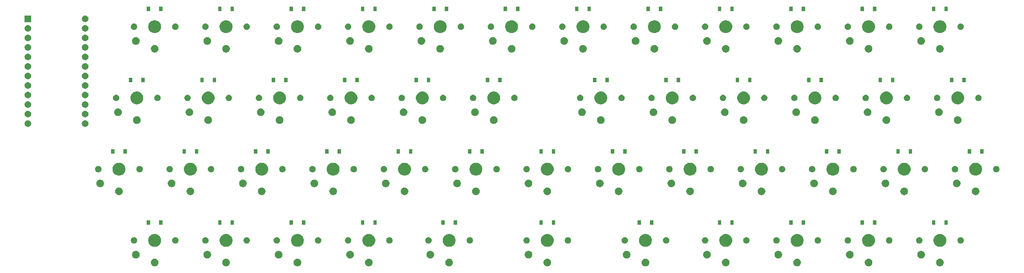
<source format=gbr>
%TF.GenerationSoftware,KiCad,Pcbnew,(5.1.6-0-10_14)*%
%TF.CreationDate,2020-06-22T22:54:42+08:00*%
%TF.ProjectId,Charming,43686172-6d69-46e6-972e-6b696361645f,v1.2*%
%TF.SameCoordinates,Original*%
%TF.FileFunction,Soldermask,Top*%
%TF.FilePolarity,Negative*%
%FSLAX46Y46*%
G04 Gerber Fmt 4.6, Leading zero omitted, Abs format (unit mm)*
G04 Created by KiCad (PCBNEW (5.1.6-0-10_14)) date 2020-06-22 22:54:42*
%MOMM*%
%LPD*%
G01*
G04 APERTURE LIST*
%ADD10C,0.100000*%
G04 APERTURE END LIST*
D10*
G36*
X254323211Y-135528522D02*
G01*
X254421356Y-135548044D01*
X254606256Y-135624632D01*
X254606258Y-135624633D01*
X254689459Y-135680226D01*
X254772662Y-135735821D01*
X254914179Y-135877338D01*
X255025368Y-136043744D01*
X255101956Y-136228644D01*
X255141000Y-136424933D01*
X255141000Y-136625067D01*
X255101956Y-136821356D01*
X255025368Y-137006256D01*
X254914179Y-137172662D01*
X254772662Y-137314179D01*
X254689459Y-137369773D01*
X254606258Y-137425367D01*
X254606257Y-137425368D01*
X254606256Y-137425368D01*
X254421356Y-137501956D01*
X254323211Y-137521478D01*
X254225069Y-137541000D01*
X254024931Y-137541000D01*
X253926789Y-137521478D01*
X253828644Y-137501956D01*
X253643744Y-137425368D01*
X253643743Y-137425368D01*
X253643742Y-137425367D01*
X253560541Y-137369773D01*
X253477338Y-137314179D01*
X253335821Y-137172662D01*
X253224632Y-137006256D01*
X253148044Y-136821356D01*
X253109000Y-136625067D01*
X253109000Y-136424933D01*
X253148044Y-136228644D01*
X253224632Y-136043744D01*
X253335821Y-135877338D01*
X253477338Y-135735821D01*
X253560541Y-135680226D01*
X253643742Y-135624633D01*
X253643744Y-135624632D01*
X253828644Y-135548044D01*
X253926789Y-135528522D01*
X254024931Y-135509000D01*
X254225069Y-135509000D01*
X254323211Y-135528522D01*
G37*
G36*
X235323211Y-135528522D02*
G01*
X235421356Y-135548044D01*
X235606256Y-135624632D01*
X235606258Y-135624633D01*
X235689459Y-135680226D01*
X235772662Y-135735821D01*
X235914179Y-135877338D01*
X236025368Y-136043744D01*
X236101956Y-136228644D01*
X236141000Y-136424933D01*
X236141000Y-136625067D01*
X236101956Y-136821356D01*
X236025368Y-137006256D01*
X235914179Y-137172662D01*
X235772662Y-137314179D01*
X235689459Y-137369773D01*
X235606258Y-137425367D01*
X235606257Y-137425368D01*
X235606256Y-137425368D01*
X235421356Y-137501956D01*
X235323211Y-137521478D01*
X235225069Y-137541000D01*
X235024931Y-137541000D01*
X234926789Y-137521478D01*
X234828644Y-137501956D01*
X234643744Y-137425368D01*
X234643743Y-137425368D01*
X234643742Y-137425367D01*
X234560541Y-137369773D01*
X234477338Y-137314179D01*
X234335821Y-137172662D01*
X234224632Y-137006256D01*
X234148044Y-136821356D01*
X234109000Y-136625067D01*
X234109000Y-136424933D01*
X234148044Y-136228644D01*
X234224632Y-136043744D01*
X234335821Y-135877338D01*
X234477338Y-135735821D01*
X234560541Y-135680226D01*
X234643742Y-135624633D01*
X234643744Y-135624632D01*
X234828644Y-135548044D01*
X234926789Y-135528522D01*
X235024931Y-135509000D01*
X235225069Y-135509000D01*
X235323211Y-135528522D01*
G37*
G36*
X216323211Y-135528522D02*
G01*
X216421356Y-135548044D01*
X216606256Y-135624632D01*
X216606258Y-135624633D01*
X216689459Y-135680226D01*
X216772662Y-135735821D01*
X216914179Y-135877338D01*
X217025368Y-136043744D01*
X217101956Y-136228644D01*
X217141000Y-136424933D01*
X217141000Y-136625067D01*
X217101956Y-136821356D01*
X217025368Y-137006256D01*
X216914179Y-137172662D01*
X216772662Y-137314179D01*
X216689459Y-137369773D01*
X216606258Y-137425367D01*
X216606257Y-137425368D01*
X216606256Y-137425368D01*
X216421356Y-137501956D01*
X216323211Y-137521478D01*
X216225069Y-137541000D01*
X216024931Y-137541000D01*
X215926789Y-137521478D01*
X215828644Y-137501956D01*
X215643744Y-137425368D01*
X215643743Y-137425368D01*
X215643742Y-137425367D01*
X215560541Y-137369773D01*
X215477338Y-137314179D01*
X215335821Y-137172662D01*
X215224632Y-137006256D01*
X215148044Y-136821356D01*
X215109000Y-136625067D01*
X215109000Y-136424933D01*
X215148044Y-136228644D01*
X215224632Y-136043744D01*
X215335821Y-135877338D01*
X215477338Y-135735821D01*
X215560541Y-135680226D01*
X215643742Y-135624633D01*
X215643744Y-135624632D01*
X215828644Y-135548044D01*
X215926789Y-135528522D01*
X216024931Y-135509000D01*
X216225069Y-135509000D01*
X216323211Y-135528522D01*
G37*
G36*
X197323211Y-135528522D02*
G01*
X197421356Y-135548044D01*
X197606256Y-135624632D01*
X197606258Y-135624633D01*
X197689459Y-135680226D01*
X197772662Y-135735821D01*
X197914179Y-135877338D01*
X198025368Y-136043744D01*
X198101956Y-136228644D01*
X198141000Y-136424933D01*
X198141000Y-136625067D01*
X198101956Y-136821356D01*
X198025368Y-137006256D01*
X197914179Y-137172662D01*
X197772662Y-137314179D01*
X197689459Y-137369773D01*
X197606258Y-137425367D01*
X197606257Y-137425368D01*
X197606256Y-137425368D01*
X197421356Y-137501956D01*
X197323211Y-137521478D01*
X197225069Y-137541000D01*
X197024931Y-137541000D01*
X196926789Y-137521478D01*
X196828644Y-137501956D01*
X196643744Y-137425368D01*
X196643743Y-137425368D01*
X196643742Y-137425367D01*
X196560541Y-137369773D01*
X196477338Y-137314179D01*
X196335821Y-137172662D01*
X196224632Y-137006256D01*
X196148044Y-136821356D01*
X196109000Y-136625067D01*
X196109000Y-136424933D01*
X196148044Y-136228644D01*
X196224632Y-136043744D01*
X196335821Y-135877338D01*
X196477338Y-135735821D01*
X196560541Y-135680226D01*
X196643742Y-135624633D01*
X196643744Y-135624632D01*
X196828644Y-135548044D01*
X196926789Y-135528522D01*
X197024931Y-135509000D01*
X197225069Y-135509000D01*
X197323211Y-135528522D01*
G37*
G36*
X175948211Y-135528522D02*
G01*
X176046356Y-135548044D01*
X176231256Y-135624632D01*
X176231258Y-135624633D01*
X176314459Y-135680226D01*
X176397662Y-135735821D01*
X176539179Y-135877338D01*
X176650368Y-136043744D01*
X176726956Y-136228644D01*
X176766000Y-136424933D01*
X176766000Y-136625067D01*
X176726956Y-136821356D01*
X176650368Y-137006256D01*
X176539179Y-137172662D01*
X176397662Y-137314179D01*
X176314459Y-137369773D01*
X176231258Y-137425367D01*
X176231257Y-137425368D01*
X176231256Y-137425368D01*
X176046356Y-137501956D01*
X175948211Y-137521478D01*
X175850069Y-137541000D01*
X175649931Y-137541000D01*
X175551789Y-137521478D01*
X175453644Y-137501956D01*
X175268744Y-137425368D01*
X175268743Y-137425368D01*
X175268742Y-137425367D01*
X175185541Y-137369773D01*
X175102338Y-137314179D01*
X174960821Y-137172662D01*
X174849632Y-137006256D01*
X174773044Y-136821356D01*
X174734000Y-136625067D01*
X174734000Y-136424933D01*
X174773044Y-136228644D01*
X174849632Y-136043744D01*
X174960821Y-135877338D01*
X175102338Y-135735821D01*
X175185541Y-135680226D01*
X175268742Y-135624633D01*
X175268744Y-135624632D01*
X175453644Y-135548044D01*
X175551789Y-135528522D01*
X175649931Y-135509000D01*
X175850069Y-135509000D01*
X175948211Y-135528522D01*
G37*
G36*
X149823211Y-135528522D02*
G01*
X149921356Y-135548044D01*
X150106256Y-135624632D01*
X150106258Y-135624633D01*
X150189459Y-135680226D01*
X150272662Y-135735821D01*
X150414179Y-135877338D01*
X150525368Y-136043744D01*
X150601956Y-136228644D01*
X150641000Y-136424933D01*
X150641000Y-136625067D01*
X150601956Y-136821356D01*
X150525368Y-137006256D01*
X150414179Y-137172662D01*
X150272662Y-137314179D01*
X150189459Y-137369773D01*
X150106258Y-137425367D01*
X150106257Y-137425368D01*
X150106256Y-137425368D01*
X149921356Y-137501956D01*
X149823211Y-137521478D01*
X149725069Y-137541000D01*
X149524931Y-137541000D01*
X149426789Y-137521478D01*
X149328644Y-137501956D01*
X149143744Y-137425368D01*
X149143743Y-137425368D01*
X149143742Y-137425367D01*
X149060541Y-137369773D01*
X148977338Y-137314179D01*
X148835821Y-137172662D01*
X148724632Y-137006256D01*
X148648044Y-136821356D01*
X148609000Y-136625067D01*
X148609000Y-136424933D01*
X148648044Y-136228644D01*
X148724632Y-136043744D01*
X148835821Y-135877338D01*
X148977338Y-135735821D01*
X149060541Y-135680226D01*
X149143742Y-135624633D01*
X149143744Y-135624632D01*
X149328644Y-135548044D01*
X149426789Y-135528522D01*
X149524931Y-135509000D01*
X149725069Y-135509000D01*
X149823211Y-135528522D01*
G37*
G36*
X123698211Y-135528522D02*
G01*
X123796356Y-135548044D01*
X123981256Y-135624632D01*
X123981258Y-135624633D01*
X124064459Y-135680226D01*
X124147662Y-135735821D01*
X124289179Y-135877338D01*
X124400368Y-136043744D01*
X124476956Y-136228644D01*
X124516000Y-136424933D01*
X124516000Y-136625067D01*
X124476956Y-136821356D01*
X124400368Y-137006256D01*
X124289179Y-137172662D01*
X124147662Y-137314179D01*
X124064459Y-137369773D01*
X123981258Y-137425367D01*
X123981257Y-137425368D01*
X123981256Y-137425368D01*
X123796356Y-137501956D01*
X123698211Y-137521478D01*
X123600069Y-137541000D01*
X123399931Y-137541000D01*
X123301789Y-137521478D01*
X123203644Y-137501956D01*
X123018744Y-137425368D01*
X123018743Y-137425368D01*
X123018742Y-137425367D01*
X122935541Y-137369773D01*
X122852338Y-137314179D01*
X122710821Y-137172662D01*
X122599632Y-137006256D01*
X122523044Y-136821356D01*
X122484000Y-136625067D01*
X122484000Y-136424933D01*
X122523044Y-136228644D01*
X122599632Y-136043744D01*
X122710821Y-135877338D01*
X122852338Y-135735821D01*
X122935541Y-135680226D01*
X123018742Y-135624633D01*
X123018744Y-135624632D01*
X123203644Y-135548044D01*
X123301789Y-135528522D01*
X123399931Y-135509000D01*
X123600069Y-135509000D01*
X123698211Y-135528522D01*
G37*
G36*
X102323211Y-135528522D02*
G01*
X102421356Y-135548044D01*
X102606256Y-135624632D01*
X102606258Y-135624633D01*
X102689459Y-135680226D01*
X102772662Y-135735821D01*
X102914179Y-135877338D01*
X103025368Y-136043744D01*
X103101956Y-136228644D01*
X103141000Y-136424933D01*
X103141000Y-136625067D01*
X103101956Y-136821356D01*
X103025368Y-137006256D01*
X102914179Y-137172662D01*
X102772662Y-137314179D01*
X102689459Y-137369773D01*
X102606258Y-137425367D01*
X102606257Y-137425368D01*
X102606256Y-137425368D01*
X102421356Y-137501956D01*
X102323211Y-137521478D01*
X102225069Y-137541000D01*
X102024931Y-137541000D01*
X101926789Y-137521478D01*
X101828644Y-137501956D01*
X101643744Y-137425368D01*
X101643743Y-137425368D01*
X101643742Y-137425367D01*
X101560541Y-137369773D01*
X101477338Y-137314179D01*
X101335821Y-137172662D01*
X101224632Y-137006256D01*
X101148044Y-136821356D01*
X101109000Y-136625067D01*
X101109000Y-136424933D01*
X101148044Y-136228644D01*
X101224632Y-136043744D01*
X101335821Y-135877338D01*
X101477338Y-135735821D01*
X101560541Y-135680226D01*
X101643742Y-135624633D01*
X101643744Y-135624632D01*
X101828644Y-135548044D01*
X101926789Y-135528522D01*
X102024931Y-135509000D01*
X102225069Y-135509000D01*
X102323211Y-135528522D01*
G37*
G36*
X83323211Y-135528522D02*
G01*
X83421356Y-135548044D01*
X83606256Y-135624632D01*
X83606258Y-135624633D01*
X83689459Y-135680226D01*
X83772662Y-135735821D01*
X83914179Y-135877338D01*
X84025368Y-136043744D01*
X84101956Y-136228644D01*
X84141000Y-136424933D01*
X84141000Y-136625067D01*
X84101956Y-136821356D01*
X84025368Y-137006256D01*
X83914179Y-137172662D01*
X83772662Y-137314179D01*
X83689459Y-137369773D01*
X83606258Y-137425367D01*
X83606257Y-137425368D01*
X83606256Y-137425368D01*
X83421356Y-137501956D01*
X83323211Y-137521478D01*
X83225069Y-137541000D01*
X83024931Y-137541000D01*
X82926789Y-137521478D01*
X82828644Y-137501956D01*
X82643744Y-137425368D01*
X82643743Y-137425368D01*
X82643742Y-137425367D01*
X82560541Y-137369773D01*
X82477338Y-137314179D01*
X82335821Y-137172662D01*
X82224632Y-137006256D01*
X82148044Y-136821356D01*
X82109000Y-136625067D01*
X82109000Y-136424933D01*
X82148044Y-136228644D01*
X82224632Y-136043744D01*
X82335821Y-135877338D01*
X82477338Y-135735821D01*
X82560541Y-135680226D01*
X82643742Y-135624633D01*
X82643744Y-135624632D01*
X82828644Y-135548044D01*
X82926789Y-135528522D01*
X83024931Y-135509000D01*
X83225069Y-135509000D01*
X83323211Y-135528522D01*
G37*
G36*
X64323211Y-135528522D02*
G01*
X64421356Y-135548044D01*
X64606256Y-135624632D01*
X64606258Y-135624633D01*
X64689459Y-135680226D01*
X64772662Y-135735821D01*
X64914179Y-135877338D01*
X65025368Y-136043744D01*
X65101956Y-136228644D01*
X65141000Y-136424933D01*
X65141000Y-136625067D01*
X65101956Y-136821356D01*
X65025368Y-137006256D01*
X64914179Y-137172662D01*
X64772662Y-137314179D01*
X64689459Y-137369773D01*
X64606258Y-137425367D01*
X64606257Y-137425368D01*
X64606256Y-137425368D01*
X64421356Y-137501956D01*
X64323211Y-137521478D01*
X64225069Y-137541000D01*
X64024931Y-137541000D01*
X63926789Y-137521478D01*
X63828644Y-137501956D01*
X63643744Y-137425368D01*
X63643743Y-137425368D01*
X63643742Y-137425367D01*
X63560541Y-137369773D01*
X63477338Y-137314179D01*
X63335821Y-137172662D01*
X63224632Y-137006256D01*
X63148044Y-136821356D01*
X63109000Y-136625067D01*
X63109000Y-136424933D01*
X63148044Y-136228644D01*
X63224632Y-136043744D01*
X63335821Y-135877338D01*
X63477338Y-135735821D01*
X63560541Y-135680226D01*
X63643742Y-135624633D01*
X63643744Y-135624632D01*
X63828644Y-135548044D01*
X63926789Y-135528522D01*
X64024931Y-135509000D01*
X64225069Y-135509000D01*
X64323211Y-135528522D01*
G37*
G36*
X45323211Y-135528522D02*
G01*
X45421356Y-135548044D01*
X45606256Y-135624632D01*
X45606258Y-135624633D01*
X45689459Y-135680226D01*
X45772662Y-135735821D01*
X45914179Y-135877338D01*
X46025368Y-136043744D01*
X46101956Y-136228644D01*
X46141000Y-136424933D01*
X46141000Y-136625067D01*
X46101956Y-136821356D01*
X46025368Y-137006256D01*
X45914179Y-137172662D01*
X45772662Y-137314179D01*
X45689459Y-137369773D01*
X45606258Y-137425367D01*
X45606257Y-137425368D01*
X45606256Y-137425368D01*
X45421356Y-137501956D01*
X45323211Y-137521478D01*
X45225069Y-137541000D01*
X45024931Y-137541000D01*
X44926789Y-137521478D01*
X44828644Y-137501956D01*
X44643744Y-137425368D01*
X44643743Y-137425368D01*
X44643742Y-137425367D01*
X44560541Y-137369773D01*
X44477338Y-137314179D01*
X44335821Y-137172662D01*
X44224632Y-137006256D01*
X44148044Y-136821356D01*
X44109000Y-136625067D01*
X44109000Y-136424933D01*
X44148044Y-136228644D01*
X44224632Y-136043744D01*
X44335821Y-135877338D01*
X44477338Y-135735821D01*
X44560541Y-135680226D01*
X44643742Y-135624633D01*
X44643744Y-135624632D01*
X44828644Y-135548044D01*
X44926789Y-135528522D01*
X45024931Y-135509000D01*
X45225069Y-135509000D01*
X45323211Y-135528522D01*
G37*
G36*
X40323211Y-133428522D02*
G01*
X40421356Y-133448044D01*
X40606256Y-133524632D01*
X40606258Y-133524633D01*
X40689459Y-133580226D01*
X40772662Y-133635821D01*
X40914179Y-133777338D01*
X41025368Y-133943744D01*
X41101956Y-134128644D01*
X41141000Y-134324933D01*
X41141000Y-134525067D01*
X41101956Y-134721356D01*
X41025368Y-134906256D01*
X40914179Y-135072662D01*
X40772662Y-135214179D01*
X40689459Y-135269773D01*
X40606258Y-135325367D01*
X40606257Y-135325368D01*
X40606256Y-135325368D01*
X40421356Y-135401956D01*
X40323212Y-135421478D01*
X40225069Y-135441000D01*
X40024931Y-135441000D01*
X39926788Y-135421478D01*
X39828644Y-135401956D01*
X39643744Y-135325368D01*
X39643743Y-135325368D01*
X39643742Y-135325367D01*
X39560541Y-135269773D01*
X39477338Y-135214179D01*
X39335821Y-135072662D01*
X39224632Y-134906256D01*
X39148044Y-134721356D01*
X39109000Y-134525067D01*
X39109000Y-134324933D01*
X39148044Y-134128644D01*
X39224632Y-133943744D01*
X39335821Y-133777338D01*
X39477338Y-133635821D01*
X39560541Y-133580226D01*
X39643742Y-133524633D01*
X39643744Y-133524632D01*
X39828644Y-133448044D01*
X39926789Y-133428522D01*
X40024931Y-133409000D01*
X40225069Y-133409000D01*
X40323211Y-133428522D01*
G37*
G36*
X59323211Y-133428522D02*
G01*
X59421356Y-133448044D01*
X59606256Y-133524632D01*
X59606258Y-133524633D01*
X59689459Y-133580226D01*
X59772662Y-133635821D01*
X59914179Y-133777338D01*
X60025368Y-133943744D01*
X60101956Y-134128644D01*
X60141000Y-134324933D01*
X60141000Y-134525067D01*
X60101956Y-134721356D01*
X60025368Y-134906256D01*
X59914179Y-135072662D01*
X59772662Y-135214179D01*
X59689459Y-135269773D01*
X59606258Y-135325367D01*
X59606257Y-135325368D01*
X59606256Y-135325368D01*
X59421356Y-135401956D01*
X59323212Y-135421478D01*
X59225069Y-135441000D01*
X59024931Y-135441000D01*
X58926788Y-135421478D01*
X58828644Y-135401956D01*
X58643744Y-135325368D01*
X58643743Y-135325368D01*
X58643742Y-135325367D01*
X58560541Y-135269773D01*
X58477338Y-135214179D01*
X58335821Y-135072662D01*
X58224632Y-134906256D01*
X58148044Y-134721356D01*
X58109000Y-134525067D01*
X58109000Y-134324933D01*
X58148044Y-134128644D01*
X58224632Y-133943744D01*
X58335821Y-133777338D01*
X58477338Y-133635821D01*
X58560541Y-133580226D01*
X58643742Y-133524633D01*
X58643744Y-133524632D01*
X58828644Y-133448044D01*
X58926789Y-133428522D01*
X59024931Y-133409000D01*
X59225069Y-133409000D01*
X59323211Y-133428522D01*
G37*
G36*
X78323211Y-133428522D02*
G01*
X78421356Y-133448044D01*
X78606256Y-133524632D01*
X78606258Y-133524633D01*
X78689459Y-133580226D01*
X78772662Y-133635821D01*
X78914179Y-133777338D01*
X79025368Y-133943744D01*
X79101956Y-134128644D01*
X79141000Y-134324933D01*
X79141000Y-134525067D01*
X79101956Y-134721356D01*
X79025368Y-134906256D01*
X78914179Y-135072662D01*
X78772662Y-135214179D01*
X78689459Y-135269774D01*
X78606258Y-135325367D01*
X78606257Y-135325368D01*
X78606256Y-135325368D01*
X78421356Y-135401956D01*
X78323212Y-135421478D01*
X78225069Y-135441000D01*
X78024931Y-135441000D01*
X77926788Y-135421478D01*
X77828644Y-135401956D01*
X77643744Y-135325368D01*
X77643743Y-135325368D01*
X77643742Y-135325367D01*
X77560541Y-135269773D01*
X77477338Y-135214179D01*
X77335821Y-135072662D01*
X77224632Y-134906256D01*
X77148044Y-134721356D01*
X77109000Y-134525067D01*
X77109000Y-134324933D01*
X77148044Y-134128644D01*
X77224632Y-133943744D01*
X77335821Y-133777338D01*
X77477338Y-133635821D01*
X77560541Y-133580227D01*
X77643742Y-133524633D01*
X77643744Y-133524632D01*
X77828644Y-133448044D01*
X77926789Y-133428522D01*
X78024931Y-133409000D01*
X78225069Y-133409000D01*
X78323211Y-133428522D01*
G37*
G36*
X97323211Y-133428522D02*
G01*
X97421356Y-133448044D01*
X97606256Y-133524632D01*
X97606258Y-133524633D01*
X97689459Y-133580226D01*
X97772662Y-133635821D01*
X97914179Y-133777338D01*
X98025368Y-133943744D01*
X98101956Y-134128644D01*
X98141000Y-134324933D01*
X98141000Y-134525067D01*
X98101956Y-134721356D01*
X98025368Y-134906256D01*
X97914179Y-135072662D01*
X97772662Y-135214179D01*
X97689459Y-135269774D01*
X97606258Y-135325367D01*
X97606257Y-135325368D01*
X97606256Y-135325368D01*
X97421356Y-135401956D01*
X97323212Y-135421478D01*
X97225069Y-135441000D01*
X97024931Y-135441000D01*
X96926788Y-135421478D01*
X96828644Y-135401956D01*
X96643744Y-135325368D01*
X96643743Y-135325368D01*
X96643742Y-135325367D01*
X96560541Y-135269773D01*
X96477338Y-135214179D01*
X96335821Y-135072662D01*
X96224632Y-134906256D01*
X96148044Y-134721356D01*
X96109000Y-134525067D01*
X96109000Y-134324933D01*
X96148044Y-134128644D01*
X96224632Y-133943744D01*
X96335821Y-133777338D01*
X96477338Y-133635821D01*
X96560541Y-133580227D01*
X96643742Y-133524633D01*
X96643744Y-133524632D01*
X96828644Y-133448044D01*
X96926789Y-133428522D01*
X97024931Y-133409000D01*
X97225069Y-133409000D01*
X97323211Y-133428522D01*
G37*
G36*
X118698211Y-133428522D02*
G01*
X118796356Y-133448044D01*
X118981256Y-133524632D01*
X118981258Y-133524633D01*
X119064459Y-133580226D01*
X119147662Y-133635821D01*
X119289179Y-133777338D01*
X119400368Y-133943744D01*
X119476956Y-134128644D01*
X119516000Y-134324933D01*
X119516000Y-134525067D01*
X119476956Y-134721356D01*
X119400368Y-134906256D01*
X119289179Y-135072662D01*
X119147662Y-135214179D01*
X119064459Y-135269774D01*
X118981258Y-135325367D01*
X118981257Y-135325368D01*
X118981256Y-135325368D01*
X118796356Y-135401956D01*
X118698212Y-135421478D01*
X118600069Y-135441000D01*
X118399931Y-135441000D01*
X118301788Y-135421478D01*
X118203644Y-135401956D01*
X118018744Y-135325368D01*
X118018743Y-135325368D01*
X118018742Y-135325367D01*
X117935541Y-135269773D01*
X117852338Y-135214179D01*
X117710821Y-135072662D01*
X117599632Y-134906256D01*
X117523044Y-134721356D01*
X117484000Y-134525067D01*
X117484000Y-134324933D01*
X117523044Y-134128644D01*
X117599632Y-133943744D01*
X117710821Y-133777338D01*
X117852338Y-133635821D01*
X117935541Y-133580227D01*
X118018742Y-133524633D01*
X118018744Y-133524632D01*
X118203644Y-133448044D01*
X118301789Y-133428522D01*
X118399931Y-133409000D01*
X118600069Y-133409000D01*
X118698211Y-133428522D01*
G37*
G36*
X144823211Y-133428522D02*
G01*
X144921356Y-133448044D01*
X145106256Y-133524632D01*
X145106258Y-133524633D01*
X145189459Y-133580226D01*
X145272662Y-133635821D01*
X145414179Y-133777338D01*
X145525368Y-133943744D01*
X145601956Y-134128644D01*
X145641000Y-134324933D01*
X145641000Y-134525067D01*
X145601956Y-134721356D01*
X145525368Y-134906256D01*
X145414179Y-135072662D01*
X145272662Y-135214179D01*
X145189459Y-135269774D01*
X145106258Y-135325367D01*
X145106257Y-135325368D01*
X145106256Y-135325368D01*
X144921356Y-135401956D01*
X144823212Y-135421478D01*
X144725069Y-135441000D01*
X144524931Y-135441000D01*
X144426788Y-135421478D01*
X144328644Y-135401956D01*
X144143744Y-135325368D01*
X144143743Y-135325368D01*
X144143742Y-135325367D01*
X144060541Y-135269773D01*
X143977338Y-135214179D01*
X143835821Y-135072662D01*
X143724632Y-134906256D01*
X143648044Y-134721356D01*
X143609000Y-134525067D01*
X143609000Y-134324933D01*
X143648044Y-134128644D01*
X143724632Y-133943744D01*
X143835821Y-133777338D01*
X143977338Y-133635821D01*
X144060541Y-133580227D01*
X144143742Y-133524633D01*
X144143744Y-133524632D01*
X144328644Y-133448044D01*
X144426789Y-133428522D01*
X144524931Y-133409000D01*
X144725069Y-133409000D01*
X144823211Y-133428522D01*
G37*
G36*
X170948211Y-133428522D02*
G01*
X171046356Y-133448044D01*
X171231256Y-133524632D01*
X171231258Y-133524633D01*
X171314459Y-133580226D01*
X171397662Y-133635821D01*
X171539179Y-133777338D01*
X171650368Y-133943744D01*
X171726956Y-134128644D01*
X171766000Y-134324933D01*
X171766000Y-134525067D01*
X171726956Y-134721356D01*
X171650368Y-134906256D01*
X171539179Y-135072662D01*
X171397662Y-135214179D01*
X171314459Y-135269774D01*
X171231258Y-135325367D01*
X171231257Y-135325368D01*
X171231256Y-135325368D01*
X171046356Y-135401956D01*
X170948212Y-135421478D01*
X170850069Y-135441000D01*
X170649931Y-135441000D01*
X170551788Y-135421478D01*
X170453644Y-135401956D01*
X170268744Y-135325368D01*
X170268743Y-135325368D01*
X170268742Y-135325367D01*
X170185541Y-135269773D01*
X170102338Y-135214179D01*
X169960821Y-135072662D01*
X169849632Y-134906256D01*
X169773044Y-134721356D01*
X169734000Y-134525067D01*
X169734000Y-134324933D01*
X169773044Y-134128644D01*
X169849632Y-133943744D01*
X169960821Y-133777338D01*
X170102338Y-133635821D01*
X170185541Y-133580227D01*
X170268742Y-133524633D01*
X170268744Y-133524632D01*
X170453644Y-133448044D01*
X170551789Y-133428522D01*
X170649931Y-133409000D01*
X170850069Y-133409000D01*
X170948211Y-133428522D01*
G37*
G36*
X192323211Y-133428522D02*
G01*
X192421356Y-133448044D01*
X192606256Y-133524632D01*
X192606258Y-133524633D01*
X192689459Y-133580226D01*
X192772662Y-133635821D01*
X192914179Y-133777338D01*
X193025368Y-133943744D01*
X193101956Y-134128644D01*
X193141000Y-134324933D01*
X193141000Y-134525067D01*
X193101956Y-134721356D01*
X193025368Y-134906256D01*
X192914179Y-135072662D01*
X192772662Y-135214179D01*
X192689459Y-135269774D01*
X192606258Y-135325367D01*
X192606257Y-135325368D01*
X192606256Y-135325368D01*
X192421356Y-135401956D01*
X192323212Y-135421478D01*
X192225069Y-135441000D01*
X192024931Y-135441000D01*
X191926788Y-135421478D01*
X191828644Y-135401956D01*
X191643744Y-135325368D01*
X191643743Y-135325368D01*
X191643742Y-135325367D01*
X191560541Y-135269773D01*
X191477338Y-135214179D01*
X191335821Y-135072662D01*
X191224632Y-134906256D01*
X191148044Y-134721356D01*
X191109000Y-134525067D01*
X191109000Y-134324933D01*
X191148044Y-134128644D01*
X191224632Y-133943744D01*
X191335821Y-133777338D01*
X191477338Y-133635821D01*
X191560541Y-133580227D01*
X191643742Y-133524633D01*
X191643744Y-133524632D01*
X191828644Y-133448044D01*
X191926789Y-133428522D01*
X192024931Y-133409000D01*
X192225069Y-133409000D01*
X192323211Y-133428522D01*
G37*
G36*
X211323211Y-133428522D02*
G01*
X211421356Y-133448044D01*
X211606256Y-133524632D01*
X211606258Y-133524633D01*
X211689459Y-133580226D01*
X211772662Y-133635821D01*
X211914179Y-133777338D01*
X212025368Y-133943744D01*
X212101956Y-134128644D01*
X212141000Y-134324933D01*
X212141000Y-134525067D01*
X212101956Y-134721356D01*
X212025368Y-134906256D01*
X211914179Y-135072662D01*
X211772662Y-135214179D01*
X211689459Y-135269774D01*
X211606258Y-135325367D01*
X211606257Y-135325368D01*
X211606256Y-135325368D01*
X211421356Y-135401956D01*
X211323212Y-135421478D01*
X211225069Y-135441000D01*
X211024931Y-135441000D01*
X210926788Y-135421478D01*
X210828644Y-135401956D01*
X210643744Y-135325368D01*
X210643743Y-135325368D01*
X210643742Y-135325367D01*
X210560541Y-135269773D01*
X210477338Y-135214179D01*
X210335821Y-135072662D01*
X210224632Y-134906256D01*
X210148044Y-134721356D01*
X210109000Y-134525067D01*
X210109000Y-134324933D01*
X210148044Y-134128644D01*
X210224632Y-133943744D01*
X210335821Y-133777338D01*
X210477338Y-133635821D01*
X210560541Y-133580227D01*
X210643742Y-133524633D01*
X210643744Y-133524632D01*
X210828644Y-133448044D01*
X210926789Y-133428522D01*
X211024931Y-133409000D01*
X211225069Y-133409000D01*
X211323211Y-133428522D01*
G37*
G36*
X230323211Y-133428522D02*
G01*
X230421356Y-133448044D01*
X230606256Y-133524632D01*
X230606258Y-133524633D01*
X230689459Y-133580226D01*
X230772662Y-133635821D01*
X230914179Y-133777338D01*
X231025368Y-133943744D01*
X231101956Y-134128644D01*
X231141000Y-134324933D01*
X231141000Y-134525067D01*
X231101956Y-134721356D01*
X231025368Y-134906256D01*
X230914179Y-135072662D01*
X230772662Y-135214179D01*
X230689459Y-135269774D01*
X230606258Y-135325367D01*
X230606257Y-135325368D01*
X230606256Y-135325368D01*
X230421356Y-135401956D01*
X230323212Y-135421478D01*
X230225069Y-135441000D01*
X230024931Y-135441000D01*
X229926788Y-135421478D01*
X229828644Y-135401956D01*
X229643744Y-135325368D01*
X229643743Y-135325368D01*
X229643742Y-135325367D01*
X229560541Y-135269773D01*
X229477338Y-135214179D01*
X229335821Y-135072662D01*
X229224632Y-134906256D01*
X229148044Y-134721356D01*
X229109000Y-134525067D01*
X229109000Y-134324933D01*
X229148044Y-134128644D01*
X229224632Y-133943744D01*
X229335821Y-133777338D01*
X229477338Y-133635821D01*
X229560541Y-133580227D01*
X229643742Y-133524633D01*
X229643744Y-133524632D01*
X229828644Y-133448044D01*
X229926789Y-133428522D01*
X230024931Y-133409000D01*
X230225069Y-133409000D01*
X230323211Y-133428522D01*
G37*
G36*
X249323211Y-133428522D02*
G01*
X249421356Y-133448044D01*
X249606256Y-133524632D01*
X249606258Y-133524633D01*
X249689459Y-133580226D01*
X249772662Y-133635821D01*
X249914179Y-133777338D01*
X250025368Y-133943744D01*
X250101956Y-134128644D01*
X250141000Y-134324933D01*
X250141000Y-134525067D01*
X250101956Y-134721356D01*
X250025368Y-134906256D01*
X249914179Y-135072662D01*
X249772662Y-135214179D01*
X249689459Y-135269774D01*
X249606258Y-135325367D01*
X249606257Y-135325368D01*
X249606256Y-135325368D01*
X249421356Y-135401956D01*
X249323212Y-135421478D01*
X249225069Y-135441000D01*
X249024931Y-135441000D01*
X248926788Y-135421478D01*
X248828644Y-135401956D01*
X248643744Y-135325368D01*
X248643743Y-135325368D01*
X248643742Y-135325367D01*
X248560541Y-135269773D01*
X248477338Y-135214179D01*
X248335821Y-135072662D01*
X248224632Y-134906256D01*
X248148044Y-134721356D01*
X248109000Y-134525067D01*
X248109000Y-134324933D01*
X248148044Y-134128644D01*
X248224632Y-133943744D01*
X248335821Y-133777338D01*
X248477338Y-133635821D01*
X248560541Y-133580227D01*
X248643742Y-133524633D01*
X248643744Y-133524632D01*
X248828644Y-133448044D01*
X248926789Y-133428522D01*
X249024931Y-133409000D01*
X249225069Y-133409000D01*
X249323211Y-133428522D01*
G37*
G36*
X45404276Y-128932462D02*
G01*
X45625101Y-128976387D01*
X45833114Y-129062549D01*
X45937121Y-129105630D01*
X46123903Y-129230434D01*
X46217930Y-129293261D01*
X46456739Y-129532070D01*
X46456740Y-129532072D01*
X46644370Y-129812879D01*
X46644370Y-129812880D01*
X46773613Y-130124899D01*
X46839500Y-130456136D01*
X46839500Y-130793864D01*
X46773613Y-131125101D01*
X46706992Y-131285937D01*
X46644370Y-131437121D01*
X46519566Y-131623903D01*
X46456739Y-131717930D01*
X46217930Y-131956739D01*
X46123903Y-132019566D01*
X45937121Y-132144370D01*
X45833114Y-132187451D01*
X45625101Y-132273613D01*
X45404276Y-132317538D01*
X45293865Y-132339500D01*
X44956135Y-132339500D01*
X44845724Y-132317538D01*
X44624899Y-132273613D01*
X44416886Y-132187451D01*
X44312879Y-132144370D01*
X44126097Y-132019566D01*
X44032070Y-131956739D01*
X43793261Y-131717930D01*
X43730434Y-131623903D01*
X43605630Y-131437121D01*
X43543008Y-131285937D01*
X43476387Y-131125101D01*
X43410500Y-130793864D01*
X43410500Y-130456136D01*
X43476387Y-130124899D01*
X43605630Y-129812880D01*
X43605630Y-129812879D01*
X43793260Y-129532072D01*
X43793261Y-129532070D01*
X44032070Y-129293261D01*
X44126097Y-129230434D01*
X44312879Y-129105630D01*
X44416886Y-129062549D01*
X44624899Y-128976387D01*
X44845724Y-128932462D01*
X44956135Y-128910500D01*
X45293865Y-128910500D01*
X45404276Y-128932462D01*
G37*
G36*
X254404276Y-128932462D02*
G01*
X254625101Y-128976387D01*
X254833114Y-129062549D01*
X254937121Y-129105630D01*
X255123903Y-129230434D01*
X255217930Y-129293261D01*
X255456739Y-129532070D01*
X255456740Y-129532072D01*
X255644370Y-129812879D01*
X255644370Y-129812880D01*
X255773613Y-130124899D01*
X255839500Y-130456136D01*
X255839500Y-130793864D01*
X255773613Y-131125101D01*
X255706992Y-131285937D01*
X255644370Y-131437121D01*
X255519566Y-131623903D01*
X255456739Y-131717930D01*
X255217930Y-131956739D01*
X255123903Y-132019566D01*
X254937121Y-132144370D01*
X254833114Y-132187451D01*
X254625101Y-132273613D01*
X254404276Y-132317538D01*
X254293865Y-132339500D01*
X253956135Y-132339500D01*
X253845724Y-132317538D01*
X253624899Y-132273613D01*
X253416886Y-132187451D01*
X253312879Y-132144370D01*
X253126097Y-132019566D01*
X253032070Y-131956739D01*
X252793261Y-131717930D01*
X252730434Y-131623903D01*
X252605630Y-131437121D01*
X252543008Y-131285937D01*
X252476387Y-131125101D01*
X252410500Y-130793864D01*
X252410500Y-130456136D01*
X252476387Y-130124899D01*
X252605630Y-129812880D01*
X252605630Y-129812879D01*
X252793260Y-129532072D01*
X252793261Y-129532070D01*
X253032070Y-129293261D01*
X253126097Y-129230434D01*
X253312879Y-129105630D01*
X253416886Y-129062549D01*
X253624899Y-128976387D01*
X253845724Y-128932462D01*
X253956135Y-128910500D01*
X254293865Y-128910500D01*
X254404276Y-128932462D01*
G37*
G36*
X235404276Y-128932462D02*
G01*
X235625101Y-128976387D01*
X235833114Y-129062549D01*
X235937121Y-129105630D01*
X236123903Y-129230434D01*
X236217930Y-129293261D01*
X236456739Y-129532070D01*
X236456740Y-129532072D01*
X236644370Y-129812879D01*
X236644370Y-129812880D01*
X236773613Y-130124899D01*
X236839500Y-130456136D01*
X236839500Y-130793864D01*
X236773613Y-131125101D01*
X236706992Y-131285937D01*
X236644370Y-131437121D01*
X236519566Y-131623903D01*
X236456739Y-131717930D01*
X236217930Y-131956739D01*
X236123903Y-132019566D01*
X235937121Y-132144370D01*
X235833114Y-132187451D01*
X235625101Y-132273613D01*
X235404276Y-132317538D01*
X235293865Y-132339500D01*
X234956135Y-132339500D01*
X234845724Y-132317538D01*
X234624899Y-132273613D01*
X234416886Y-132187451D01*
X234312879Y-132144370D01*
X234126097Y-132019566D01*
X234032070Y-131956739D01*
X233793261Y-131717930D01*
X233730434Y-131623903D01*
X233605630Y-131437121D01*
X233543008Y-131285937D01*
X233476387Y-131125101D01*
X233410500Y-130793864D01*
X233410500Y-130456136D01*
X233476387Y-130124899D01*
X233605630Y-129812880D01*
X233605630Y-129812879D01*
X233793260Y-129532072D01*
X233793261Y-129532070D01*
X234032070Y-129293261D01*
X234126097Y-129230434D01*
X234312879Y-129105630D01*
X234416886Y-129062549D01*
X234624899Y-128976387D01*
X234845724Y-128932462D01*
X234956135Y-128910500D01*
X235293865Y-128910500D01*
X235404276Y-128932462D01*
G37*
G36*
X64404276Y-128932462D02*
G01*
X64625101Y-128976387D01*
X64833114Y-129062549D01*
X64937121Y-129105630D01*
X65123903Y-129230434D01*
X65217930Y-129293261D01*
X65456739Y-129532070D01*
X65456740Y-129532072D01*
X65644370Y-129812879D01*
X65644370Y-129812880D01*
X65773613Y-130124899D01*
X65839500Y-130456136D01*
X65839500Y-130793864D01*
X65773613Y-131125101D01*
X65706992Y-131285937D01*
X65644370Y-131437121D01*
X65519566Y-131623903D01*
X65456739Y-131717930D01*
X65217930Y-131956739D01*
X65123903Y-132019566D01*
X64937121Y-132144370D01*
X64833114Y-132187451D01*
X64625101Y-132273613D01*
X64404276Y-132317538D01*
X64293865Y-132339500D01*
X63956135Y-132339500D01*
X63845724Y-132317538D01*
X63624899Y-132273613D01*
X63416886Y-132187451D01*
X63312879Y-132144370D01*
X63126097Y-132019566D01*
X63032070Y-131956739D01*
X62793261Y-131717930D01*
X62730434Y-131623903D01*
X62605630Y-131437121D01*
X62543008Y-131285937D01*
X62476387Y-131125101D01*
X62410500Y-130793864D01*
X62410500Y-130456136D01*
X62476387Y-130124899D01*
X62605630Y-129812880D01*
X62605630Y-129812879D01*
X62793260Y-129532072D01*
X62793261Y-129532070D01*
X63032070Y-129293261D01*
X63126097Y-129230434D01*
X63312879Y-129105630D01*
X63416886Y-129062549D01*
X63624899Y-128976387D01*
X63845724Y-128932462D01*
X63956135Y-128910500D01*
X64293865Y-128910500D01*
X64404276Y-128932462D01*
G37*
G36*
X216404276Y-128932462D02*
G01*
X216625101Y-128976387D01*
X216833114Y-129062549D01*
X216937121Y-129105630D01*
X217123903Y-129230434D01*
X217217930Y-129293261D01*
X217456739Y-129532070D01*
X217456740Y-129532072D01*
X217644370Y-129812879D01*
X217644370Y-129812880D01*
X217773613Y-130124899D01*
X217839500Y-130456136D01*
X217839500Y-130793864D01*
X217773613Y-131125101D01*
X217706992Y-131285937D01*
X217644370Y-131437121D01*
X217519566Y-131623903D01*
X217456739Y-131717930D01*
X217217930Y-131956739D01*
X217123903Y-132019566D01*
X216937121Y-132144370D01*
X216833114Y-132187451D01*
X216625101Y-132273613D01*
X216404276Y-132317538D01*
X216293865Y-132339500D01*
X215956135Y-132339500D01*
X215845724Y-132317538D01*
X215624899Y-132273613D01*
X215416886Y-132187451D01*
X215312879Y-132144370D01*
X215126097Y-132019566D01*
X215032070Y-131956739D01*
X214793261Y-131717930D01*
X214730434Y-131623903D01*
X214605630Y-131437121D01*
X214543008Y-131285937D01*
X214476387Y-131125101D01*
X214410500Y-130793864D01*
X214410500Y-130456136D01*
X214476387Y-130124899D01*
X214605630Y-129812880D01*
X214605630Y-129812879D01*
X214793260Y-129532072D01*
X214793261Y-129532070D01*
X215032070Y-129293261D01*
X215126097Y-129230434D01*
X215312879Y-129105630D01*
X215416886Y-129062549D01*
X215624899Y-128976387D01*
X215845724Y-128932462D01*
X215956135Y-128910500D01*
X216293865Y-128910500D01*
X216404276Y-128932462D01*
G37*
G36*
X197404276Y-128932462D02*
G01*
X197625101Y-128976387D01*
X197833114Y-129062549D01*
X197937121Y-129105630D01*
X198123903Y-129230434D01*
X198217930Y-129293261D01*
X198456739Y-129532070D01*
X198456740Y-129532072D01*
X198644370Y-129812879D01*
X198644370Y-129812880D01*
X198773613Y-130124899D01*
X198839500Y-130456136D01*
X198839500Y-130793864D01*
X198773613Y-131125101D01*
X198706992Y-131285937D01*
X198644370Y-131437121D01*
X198519566Y-131623903D01*
X198456739Y-131717930D01*
X198217930Y-131956739D01*
X198123903Y-132019566D01*
X197937121Y-132144370D01*
X197833114Y-132187451D01*
X197625101Y-132273613D01*
X197404276Y-132317538D01*
X197293865Y-132339500D01*
X196956135Y-132339500D01*
X196845724Y-132317538D01*
X196624899Y-132273613D01*
X196416886Y-132187451D01*
X196312879Y-132144370D01*
X196126097Y-132019566D01*
X196032070Y-131956739D01*
X195793261Y-131717930D01*
X195730434Y-131623903D01*
X195605630Y-131437121D01*
X195543008Y-131285937D01*
X195476387Y-131125101D01*
X195410500Y-130793864D01*
X195410500Y-130456136D01*
X195476387Y-130124899D01*
X195605630Y-129812880D01*
X195605630Y-129812879D01*
X195793260Y-129532072D01*
X195793261Y-129532070D01*
X196032070Y-129293261D01*
X196126097Y-129230434D01*
X196312879Y-129105630D01*
X196416886Y-129062549D01*
X196624899Y-128976387D01*
X196845724Y-128932462D01*
X196956135Y-128910500D01*
X197293865Y-128910500D01*
X197404276Y-128932462D01*
G37*
G36*
X83404276Y-128932462D02*
G01*
X83625101Y-128976387D01*
X83833114Y-129062549D01*
X83937121Y-129105630D01*
X84123903Y-129230434D01*
X84217930Y-129293261D01*
X84456739Y-129532070D01*
X84456740Y-129532072D01*
X84644370Y-129812879D01*
X84644370Y-129812880D01*
X84773613Y-130124899D01*
X84839500Y-130456136D01*
X84839500Y-130793864D01*
X84773613Y-131125101D01*
X84706992Y-131285937D01*
X84644370Y-131437121D01*
X84519566Y-131623903D01*
X84456739Y-131717930D01*
X84217930Y-131956739D01*
X84123903Y-132019566D01*
X83937121Y-132144370D01*
X83833114Y-132187451D01*
X83625101Y-132273613D01*
X83404276Y-132317538D01*
X83293865Y-132339500D01*
X82956135Y-132339500D01*
X82845724Y-132317538D01*
X82624899Y-132273613D01*
X82416886Y-132187451D01*
X82312879Y-132144370D01*
X82126097Y-132019566D01*
X82032070Y-131956739D01*
X81793261Y-131717930D01*
X81730434Y-131623903D01*
X81605630Y-131437121D01*
X81543008Y-131285937D01*
X81476387Y-131125101D01*
X81410500Y-130793864D01*
X81410500Y-130456136D01*
X81476387Y-130124899D01*
X81605630Y-129812880D01*
X81605630Y-129812879D01*
X81793260Y-129532072D01*
X81793261Y-129532070D01*
X82032070Y-129293261D01*
X82126097Y-129230434D01*
X82312879Y-129105630D01*
X82416886Y-129062549D01*
X82624899Y-128976387D01*
X82845724Y-128932462D01*
X82956135Y-128910500D01*
X83293865Y-128910500D01*
X83404276Y-128932462D01*
G37*
G36*
X176029276Y-128932462D02*
G01*
X176250101Y-128976387D01*
X176458114Y-129062549D01*
X176562121Y-129105630D01*
X176748903Y-129230434D01*
X176842930Y-129293261D01*
X177081739Y-129532070D01*
X177081740Y-129532072D01*
X177269370Y-129812879D01*
X177269370Y-129812880D01*
X177398613Y-130124899D01*
X177464500Y-130456136D01*
X177464500Y-130793864D01*
X177398613Y-131125101D01*
X177331992Y-131285937D01*
X177269370Y-131437121D01*
X177144566Y-131623903D01*
X177081739Y-131717930D01*
X176842930Y-131956739D01*
X176748903Y-132019566D01*
X176562121Y-132144370D01*
X176458114Y-132187451D01*
X176250101Y-132273613D01*
X176029276Y-132317538D01*
X175918865Y-132339500D01*
X175581135Y-132339500D01*
X175470724Y-132317538D01*
X175249899Y-132273613D01*
X175041886Y-132187451D01*
X174937879Y-132144370D01*
X174751097Y-132019566D01*
X174657070Y-131956739D01*
X174418261Y-131717930D01*
X174355434Y-131623903D01*
X174230630Y-131437121D01*
X174168008Y-131285937D01*
X174101387Y-131125101D01*
X174035500Y-130793864D01*
X174035500Y-130456136D01*
X174101387Y-130124899D01*
X174230630Y-129812880D01*
X174230630Y-129812879D01*
X174418260Y-129532072D01*
X174418261Y-129532070D01*
X174657070Y-129293261D01*
X174751097Y-129230434D01*
X174937879Y-129105630D01*
X175041886Y-129062549D01*
X175249899Y-128976387D01*
X175470724Y-128932462D01*
X175581135Y-128910500D01*
X175918865Y-128910500D01*
X176029276Y-128932462D01*
G37*
G36*
X149904276Y-128932462D02*
G01*
X150125101Y-128976387D01*
X150333114Y-129062549D01*
X150437121Y-129105630D01*
X150623903Y-129230434D01*
X150717930Y-129293261D01*
X150956739Y-129532070D01*
X150956740Y-129532072D01*
X151144370Y-129812879D01*
X151144370Y-129812880D01*
X151273613Y-130124899D01*
X151339500Y-130456136D01*
X151339500Y-130793864D01*
X151273613Y-131125101D01*
X151206992Y-131285937D01*
X151144370Y-131437121D01*
X151019566Y-131623903D01*
X150956739Y-131717930D01*
X150717930Y-131956739D01*
X150623903Y-132019566D01*
X150437121Y-132144370D01*
X150333114Y-132187451D01*
X150125101Y-132273613D01*
X149904276Y-132317538D01*
X149793865Y-132339500D01*
X149456135Y-132339500D01*
X149345724Y-132317538D01*
X149124899Y-132273613D01*
X148916886Y-132187451D01*
X148812879Y-132144370D01*
X148626097Y-132019566D01*
X148532070Y-131956739D01*
X148293261Y-131717930D01*
X148230434Y-131623903D01*
X148105630Y-131437121D01*
X148043008Y-131285937D01*
X147976387Y-131125101D01*
X147910500Y-130793864D01*
X147910500Y-130456136D01*
X147976387Y-130124899D01*
X148105630Y-129812880D01*
X148105630Y-129812879D01*
X148293260Y-129532072D01*
X148293261Y-129532070D01*
X148532070Y-129293261D01*
X148626097Y-129230434D01*
X148812879Y-129105630D01*
X148916886Y-129062549D01*
X149124899Y-128976387D01*
X149345724Y-128932462D01*
X149456135Y-128910500D01*
X149793865Y-128910500D01*
X149904276Y-128932462D01*
G37*
G36*
X102404276Y-128932462D02*
G01*
X102625101Y-128976387D01*
X102833114Y-129062549D01*
X102937121Y-129105630D01*
X103123903Y-129230434D01*
X103217930Y-129293261D01*
X103456739Y-129532070D01*
X103456740Y-129532072D01*
X103644370Y-129812879D01*
X103644370Y-129812880D01*
X103773613Y-130124899D01*
X103839500Y-130456136D01*
X103839500Y-130793864D01*
X103773613Y-131125101D01*
X103706992Y-131285937D01*
X103644370Y-131437121D01*
X103519566Y-131623903D01*
X103456739Y-131717930D01*
X103217930Y-131956739D01*
X103123903Y-132019566D01*
X102937121Y-132144370D01*
X102833114Y-132187451D01*
X102625101Y-132273613D01*
X102404276Y-132317538D01*
X102293865Y-132339500D01*
X101956135Y-132339500D01*
X101845724Y-132317538D01*
X101624899Y-132273613D01*
X101416886Y-132187451D01*
X101312879Y-132144370D01*
X101126097Y-132019566D01*
X101032070Y-131956739D01*
X100793261Y-131717930D01*
X100730434Y-131623903D01*
X100605630Y-131437121D01*
X100543008Y-131285937D01*
X100476387Y-131125101D01*
X100410500Y-130793864D01*
X100410500Y-130456136D01*
X100476387Y-130124899D01*
X100605630Y-129812880D01*
X100605630Y-129812879D01*
X100793260Y-129532072D01*
X100793261Y-129532070D01*
X101032070Y-129293261D01*
X101126097Y-129230434D01*
X101312879Y-129105630D01*
X101416886Y-129062549D01*
X101624899Y-128976387D01*
X101845724Y-128932462D01*
X101956135Y-128910500D01*
X102293865Y-128910500D01*
X102404276Y-128932462D01*
G37*
G36*
X123779276Y-128932462D02*
G01*
X124000101Y-128976387D01*
X124208114Y-129062549D01*
X124312121Y-129105630D01*
X124498903Y-129230434D01*
X124592930Y-129293261D01*
X124831739Y-129532070D01*
X124831740Y-129532072D01*
X125019370Y-129812879D01*
X125019370Y-129812880D01*
X125148613Y-130124899D01*
X125214500Y-130456136D01*
X125214500Y-130793864D01*
X125148613Y-131125101D01*
X125081992Y-131285937D01*
X125019370Y-131437121D01*
X124894566Y-131623903D01*
X124831739Y-131717930D01*
X124592930Y-131956739D01*
X124498903Y-132019566D01*
X124312121Y-132144370D01*
X124208114Y-132187451D01*
X124000101Y-132273613D01*
X123779276Y-132317538D01*
X123668865Y-132339500D01*
X123331135Y-132339500D01*
X123220724Y-132317538D01*
X122999899Y-132273613D01*
X122791886Y-132187451D01*
X122687879Y-132144370D01*
X122501097Y-132019566D01*
X122407070Y-131956739D01*
X122168261Y-131717930D01*
X122105434Y-131623903D01*
X121980630Y-131437121D01*
X121918008Y-131285937D01*
X121851387Y-131125101D01*
X121785500Y-130793864D01*
X121785500Y-130456136D01*
X121851387Y-130124899D01*
X121980630Y-129812880D01*
X121980630Y-129812879D01*
X122168260Y-129532072D01*
X122168261Y-129532070D01*
X122407070Y-129293261D01*
X122501097Y-129230434D01*
X122687879Y-129105630D01*
X122791886Y-129062549D01*
X122999899Y-128976387D01*
X123220724Y-128932462D01*
X123331135Y-128910500D01*
X123668865Y-128910500D01*
X123779276Y-128932462D01*
G37*
G36*
X221763603Y-129785000D02*
G01*
X221873198Y-129806800D01*
X222028052Y-129870942D01*
X222028054Y-129870943D01*
X222097735Y-129917503D01*
X222167417Y-129964063D01*
X222285937Y-130082583D01*
X222379058Y-130221948D01*
X222443200Y-130376802D01*
X222475900Y-130541194D01*
X222475900Y-130708806D01*
X222443200Y-130873198D01*
X222379058Y-131028052D01*
X222285937Y-131167417D01*
X222167417Y-131285937D01*
X222097734Y-131332498D01*
X222028054Y-131379057D01*
X222028053Y-131379058D01*
X222028052Y-131379058D01*
X221873198Y-131443200D01*
X221763603Y-131465000D01*
X221708807Y-131475900D01*
X221541193Y-131475900D01*
X221486397Y-131465000D01*
X221376802Y-131443200D01*
X221221948Y-131379058D01*
X221221947Y-131379058D01*
X221221946Y-131379057D01*
X221152266Y-131332498D01*
X221082583Y-131285937D01*
X220964063Y-131167417D01*
X220870942Y-131028052D01*
X220806800Y-130873198D01*
X220774100Y-130708806D01*
X220774100Y-130541194D01*
X220806800Y-130376802D01*
X220870942Y-130221948D01*
X220964063Y-130082583D01*
X221082583Y-129964063D01*
X221152265Y-129917503D01*
X221221946Y-129870943D01*
X221221948Y-129870942D01*
X221376802Y-129806800D01*
X221486397Y-129785000D01*
X221541193Y-129774100D01*
X221708807Y-129774100D01*
X221763603Y-129785000D01*
G37*
G36*
X202763603Y-129785000D02*
G01*
X202873198Y-129806800D01*
X203028052Y-129870942D01*
X203028054Y-129870943D01*
X203097735Y-129917503D01*
X203167417Y-129964063D01*
X203285937Y-130082583D01*
X203379058Y-130221948D01*
X203443200Y-130376802D01*
X203475900Y-130541194D01*
X203475900Y-130708806D01*
X203443200Y-130873198D01*
X203379058Y-131028052D01*
X203285937Y-131167417D01*
X203167417Y-131285937D01*
X203097734Y-131332498D01*
X203028054Y-131379057D01*
X203028053Y-131379058D01*
X203028052Y-131379058D01*
X202873198Y-131443200D01*
X202763603Y-131465000D01*
X202708807Y-131475900D01*
X202541193Y-131475900D01*
X202486397Y-131465000D01*
X202376802Y-131443200D01*
X202221948Y-131379058D01*
X202221947Y-131379058D01*
X202221946Y-131379057D01*
X202152266Y-131332498D01*
X202082583Y-131285937D01*
X201964063Y-131167417D01*
X201870942Y-131028052D01*
X201806800Y-130873198D01*
X201774100Y-130708806D01*
X201774100Y-130541194D01*
X201806800Y-130376802D01*
X201870942Y-130221948D01*
X201964063Y-130082583D01*
X202082583Y-129964063D01*
X202152265Y-129917503D01*
X202221946Y-129870943D01*
X202221948Y-129870942D01*
X202376802Y-129806800D01*
X202486397Y-129785000D01*
X202541193Y-129774100D01*
X202708807Y-129774100D01*
X202763603Y-129785000D01*
G37*
G36*
X210763603Y-129785000D02*
G01*
X210873198Y-129806800D01*
X211028052Y-129870942D01*
X211028054Y-129870943D01*
X211097735Y-129917503D01*
X211167417Y-129964063D01*
X211285937Y-130082583D01*
X211379058Y-130221948D01*
X211443200Y-130376802D01*
X211475900Y-130541194D01*
X211475900Y-130708806D01*
X211443200Y-130873198D01*
X211379058Y-131028052D01*
X211285937Y-131167417D01*
X211167417Y-131285937D01*
X211097734Y-131332498D01*
X211028054Y-131379057D01*
X211028053Y-131379058D01*
X211028052Y-131379058D01*
X210873198Y-131443200D01*
X210763603Y-131465000D01*
X210708807Y-131475900D01*
X210541193Y-131475900D01*
X210486397Y-131465000D01*
X210376802Y-131443200D01*
X210221948Y-131379058D01*
X210221947Y-131379058D01*
X210221946Y-131379057D01*
X210152266Y-131332498D01*
X210082583Y-131285937D01*
X209964063Y-131167417D01*
X209870942Y-131028052D01*
X209806800Y-130873198D01*
X209774100Y-130708806D01*
X209774100Y-130541194D01*
X209806800Y-130376802D01*
X209870942Y-130221948D01*
X209964063Y-130082583D01*
X210082583Y-129964063D01*
X210152265Y-129917503D01*
X210221946Y-129870943D01*
X210221948Y-129870942D01*
X210376802Y-129806800D01*
X210486397Y-129785000D01*
X210541193Y-129774100D01*
X210708807Y-129774100D01*
X210763603Y-129785000D01*
G37*
G36*
X191763603Y-129785000D02*
G01*
X191873198Y-129806800D01*
X192028052Y-129870942D01*
X192028054Y-129870943D01*
X192097735Y-129917503D01*
X192167417Y-129964063D01*
X192285937Y-130082583D01*
X192379058Y-130221948D01*
X192443200Y-130376802D01*
X192475900Y-130541194D01*
X192475900Y-130708806D01*
X192443200Y-130873198D01*
X192379058Y-131028052D01*
X192285937Y-131167417D01*
X192167417Y-131285937D01*
X192097734Y-131332498D01*
X192028054Y-131379057D01*
X192028053Y-131379058D01*
X192028052Y-131379058D01*
X191873198Y-131443200D01*
X191763603Y-131465000D01*
X191708807Y-131475900D01*
X191541193Y-131475900D01*
X191486397Y-131465000D01*
X191376802Y-131443200D01*
X191221948Y-131379058D01*
X191221947Y-131379058D01*
X191221946Y-131379057D01*
X191152266Y-131332498D01*
X191082583Y-131285937D01*
X190964063Y-131167417D01*
X190870942Y-131028052D01*
X190806800Y-130873198D01*
X190774100Y-130708806D01*
X190774100Y-130541194D01*
X190806800Y-130376802D01*
X190870942Y-130221948D01*
X190964063Y-130082583D01*
X191082583Y-129964063D01*
X191152265Y-129917503D01*
X191221946Y-129870943D01*
X191221948Y-129870942D01*
X191376802Y-129806800D01*
X191486397Y-129785000D01*
X191541193Y-129774100D01*
X191708807Y-129774100D01*
X191763603Y-129785000D01*
G37*
G36*
X229763603Y-129785000D02*
G01*
X229873198Y-129806800D01*
X230028052Y-129870942D01*
X230028054Y-129870943D01*
X230097735Y-129917503D01*
X230167417Y-129964063D01*
X230285937Y-130082583D01*
X230379058Y-130221948D01*
X230443200Y-130376802D01*
X230475900Y-130541194D01*
X230475900Y-130708806D01*
X230443200Y-130873198D01*
X230379058Y-131028052D01*
X230285937Y-131167417D01*
X230167417Y-131285937D01*
X230097734Y-131332498D01*
X230028054Y-131379057D01*
X230028053Y-131379058D01*
X230028052Y-131379058D01*
X229873198Y-131443200D01*
X229763603Y-131465000D01*
X229708807Y-131475900D01*
X229541193Y-131475900D01*
X229486397Y-131465000D01*
X229376802Y-131443200D01*
X229221948Y-131379058D01*
X229221947Y-131379058D01*
X229221946Y-131379057D01*
X229152266Y-131332498D01*
X229082583Y-131285937D01*
X228964063Y-131167417D01*
X228870942Y-131028052D01*
X228806800Y-130873198D01*
X228774100Y-130708806D01*
X228774100Y-130541194D01*
X228806800Y-130376802D01*
X228870942Y-130221948D01*
X228964063Y-130082583D01*
X229082583Y-129964063D01*
X229152265Y-129917503D01*
X229221946Y-129870943D01*
X229221948Y-129870942D01*
X229376802Y-129806800D01*
X229486397Y-129785000D01*
X229541193Y-129774100D01*
X229708807Y-129774100D01*
X229763603Y-129785000D01*
G37*
G36*
X170388603Y-129785000D02*
G01*
X170498198Y-129806800D01*
X170653052Y-129870942D01*
X170653054Y-129870943D01*
X170722735Y-129917503D01*
X170792417Y-129964063D01*
X170910937Y-130082583D01*
X171004058Y-130221948D01*
X171068200Y-130376802D01*
X171100900Y-130541194D01*
X171100900Y-130708806D01*
X171068200Y-130873198D01*
X171004058Y-131028052D01*
X170910937Y-131167417D01*
X170792417Y-131285937D01*
X170722734Y-131332498D01*
X170653054Y-131379057D01*
X170653053Y-131379058D01*
X170653052Y-131379058D01*
X170498198Y-131443200D01*
X170388603Y-131465000D01*
X170333807Y-131475900D01*
X170166193Y-131475900D01*
X170111397Y-131465000D01*
X170001802Y-131443200D01*
X169846948Y-131379058D01*
X169846947Y-131379058D01*
X169846946Y-131379057D01*
X169777266Y-131332498D01*
X169707583Y-131285937D01*
X169589063Y-131167417D01*
X169495942Y-131028052D01*
X169431800Y-130873198D01*
X169399100Y-130708806D01*
X169399100Y-130541194D01*
X169431800Y-130376802D01*
X169495942Y-130221948D01*
X169589063Y-130082583D01*
X169707583Y-129964063D01*
X169777265Y-129917503D01*
X169846946Y-129870943D01*
X169846948Y-129870942D01*
X170001802Y-129806800D01*
X170111397Y-129785000D01*
X170166193Y-129774100D01*
X170333807Y-129774100D01*
X170388603Y-129785000D01*
G37*
G36*
X181388603Y-129785000D02*
G01*
X181498198Y-129806800D01*
X181653052Y-129870942D01*
X181653054Y-129870943D01*
X181722735Y-129917503D01*
X181792417Y-129964063D01*
X181910937Y-130082583D01*
X182004058Y-130221948D01*
X182068200Y-130376802D01*
X182100900Y-130541194D01*
X182100900Y-130708806D01*
X182068200Y-130873198D01*
X182004058Y-131028052D01*
X181910937Y-131167417D01*
X181792417Y-131285937D01*
X181722734Y-131332498D01*
X181653054Y-131379057D01*
X181653053Y-131379058D01*
X181653052Y-131379058D01*
X181498198Y-131443200D01*
X181388603Y-131465000D01*
X181333807Y-131475900D01*
X181166193Y-131475900D01*
X181111397Y-131465000D01*
X181001802Y-131443200D01*
X180846948Y-131379058D01*
X180846947Y-131379058D01*
X180846946Y-131379057D01*
X180777266Y-131332498D01*
X180707583Y-131285937D01*
X180589063Y-131167417D01*
X180495942Y-131028052D01*
X180431800Y-130873198D01*
X180399100Y-130708806D01*
X180399100Y-130541194D01*
X180431800Y-130376802D01*
X180495942Y-130221948D01*
X180589063Y-130082583D01*
X180707583Y-129964063D01*
X180777265Y-129917503D01*
X180846946Y-129870943D01*
X180846948Y-129870942D01*
X181001802Y-129806800D01*
X181111397Y-129785000D01*
X181166193Y-129774100D01*
X181333807Y-129774100D01*
X181388603Y-129785000D01*
G37*
G36*
X240763603Y-129785000D02*
G01*
X240873198Y-129806800D01*
X241028052Y-129870942D01*
X241028054Y-129870943D01*
X241097735Y-129917503D01*
X241167417Y-129964063D01*
X241285937Y-130082583D01*
X241379058Y-130221948D01*
X241443200Y-130376802D01*
X241475900Y-130541194D01*
X241475900Y-130708806D01*
X241443200Y-130873198D01*
X241379058Y-131028052D01*
X241285937Y-131167417D01*
X241167417Y-131285937D01*
X241097734Y-131332498D01*
X241028054Y-131379057D01*
X241028053Y-131379058D01*
X241028052Y-131379058D01*
X240873198Y-131443200D01*
X240763603Y-131465000D01*
X240708807Y-131475900D01*
X240541193Y-131475900D01*
X240486397Y-131465000D01*
X240376802Y-131443200D01*
X240221948Y-131379058D01*
X240221947Y-131379058D01*
X240221946Y-131379057D01*
X240152266Y-131332498D01*
X240082583Y-131285937D01*
X239964063Y-131167417D01*
X239870942Y-131028052D01*
X239806800Y-130873198D01*
X239774100Y-130708806D01*
X239774100Y-130541194D01*
X239806800Y-130376802D01*
X239870942Y-130221948D01*
X239964063Y-130082583D01*
X240082583Y-129964063D01*
X240152265Y-129917503D01*
X240221946Y-129870943D01*
X240221948Y-129870942D01*
X240376802Y-129806800D01*
X240486397Y-129785000D01*
X240541193Y-129774100D01*
X240708807Y-129774100D01*
X240763603Y-129785000D01*
G37*
G36*
X248763603Y-129785000D02*
G01*
X248873198Y-129806800D01*
X249028052Y-129870942D01*
X249028054Y-129870943D01*
X249097735Y-129917503D01*
X249167417Y-129964063D01*
X249285937Y-130082583D01*
X249379058Y-130221948D01*
X249443200Y-130376802D01*
X249475900Y-130541194D01*
X249475900Y-130708806D01*
X249443200Y-130873198D01*
X249379058Y-131028052D01*
X249285937Y-131167417D01*
X249167417Y-131285937D01*
X249097734Y-131332498D01*
X249028054Y-131379057D01*
X249028053Y-131379058D01*
X249028052Y-131379058D01*
X248873198Y-131443200D01*
X248763603Y-131465000D01*
X248708807Y-131475900D01*
X248541193Y-131475900D01*
X248486397Y-131465000D01*
X248376802Y-131443200D01*
X248221948Y-131379058D01*
X248221947Y-131379058D01*
X248221946Y-131379057D01*
X248152266Y-131332498D01*
X248082583Y-131285937D01*
X247964063Y-131167417D01*
X247870942Y-131028052D01*
X247806800Y-130873198D01*
X247774100Y-130708806D01*
X247774100Y-130541194D01*
X247806800Y-130376802D01*
X247870942Y-130221948D01*
X247964063Y-130082583D01*
X248082583Y-129964063D01*
X248152265Y-129917503D01*
X248221946Y-129870943D01*
X248221948Y-129870942D01*
X248376802Y-129806800D01*
X248486397Y-129785000D01*
X248541193Y-129774100D01*
X248708807Y-129774100D01*
X248763603Y-129785000D01*
G37*
G36*
X144263603Y-129785000D02*
G01*
X144373198Y-129806800D01*
X144528052Y-129870942D01*
X144528054Y-129870943D01*
X144597735Y-129917503D01*
X144667417Y-129964063D01*
X144785937Y-130082583D01*
X144879058Y-130221948D01*
X144943200Y-130376802D01*
X144975900Y-130541194D01*
X144975900Y-130708806D01*
X144943200Y-130873198D01*
X144879058Y-131028052D01*
X144785937Y-131167417D01*
X144667417Y-131285937D01*
X144597734Y-131332498D01*
X144528054Y-131379057D01*
X144528053Y-131379058D01*
X144528052Y-131379058D01*
X144373198Y-131443200D01*
X144263603Y-131465000D01*
X144208807Y-131475900D01*
X144041193Y-131475900D01*
X143986397Y-131465000D01*
X143876802Y-131443200D01*
X143721948Y-131379058D01*
X143721947Y-131379058D01*
X143721946Y-131379057D01*
X143652266Y-131332498D01*
X143582583Y-131285937D01*
X143464063Y-131167417D01*
X143370942Y-131028052D01*
X143306800Y-130873198D01*
X143274100Y-130708806D01*
X143274100Y-130541194D01*
X143306800Y-130376802D01*
X143370942Y-130221948D01*
X143464063Y-130082583D01*
X143582583Y-129964063D01*
X143652265Y-129917503D01*
X143721946Y-129870943D01*
X143721948Y-129870942D01*
X143876802Y-129806800D01*
X143986397Y-129785000D01*
X144041193Y-129774100D01*
X144208807Y-129774100D01*
X144263603Y-129785000D01*
G37*
G36*
X155263603Y-129785000D02*
G01*
X155373198Y-129806800D01*
X155528052Y-129870942D01*
X155528054Y-129870943D01*
X155597735Y-129917503D01*
X155667417Y-129964063D01*
X155785937Y-130082583D01*
X155879058Y-130221948D01*
X155943200Y-130376802D01*
X155975900Y-130541194D01*
X155975900Y-130708806D01*
X155943200Y-130873198D01*
X155879058Y-131028052D01*
X155785937Y-131167417D01*
X155667417Y-131285937D01*
X155597734Y-131332498D01*
X155528054Y-131379057D01*
X155528053Y-131379058D01*
X155528052Y-131379058D01*
X155373198Y-131443200D01*
X155263603Y-131465000D01*
X155208807Y-131475900D01*
X155041193Y-131475900D01*
X154986397Y-131465000D01*
X154876802Y-131443200D01*
X154721948Y-131379058D01*
X154721947Y-131379058D01*
X154721946Y-131379057D01*
X154652266Y-131332498D01*
X154582583Y-131285937D01*
X154464063Y-131167417D01*
X154370942Y-131028052D01*
X154306800Y-130873198D01*
X154274100Y-130708806D01*
X154274100Y-130541194D01*
X154306800Y-130376802D01*
X154370942Y-130221948D01*
X154464063Y-130082583D01*
X154582583Y-129964063D01*
X154652265Y-129917503D01*
X154721946Y-129870943D01*
X154721948Y-129870942D01*
X154876802Y-129806800D01*
X154986397Y-129785000D01*
X155041193Y-129774100D01*
X155208807Y-129774100D01*
X155263603Y-129785000D01*
G37*
G36*
X259763603Y-129785000D02*
G01*
X259873198Y-129806800D01*
X260028052Y-129870942D01*
X260028054Y-129870943D01*
X260097735Y-129917503D01*
X260167417Y-129964063D01*
X260285937Y-130082583D01*
X260379058Y-130221948D01*
X260443200Y-130376802D01*
X260475900Y-130541194D01*
X260475900Y-130708806D01*
X260443200Y-130873198D01*
X260379058Y-131028052D01*
X260285937Y-131167417D01*
X260167417Y-131285937D01*
X260097734Y-131332498D01*
X260028054Y-131379057D01*
X260028053Y-131379058D01*
X260028052Y-131379058D01*
X259873198Y-131443200D01*
X259763603Y-131465000D01*
X259708807Y-131475900D01*
X259541193Y-131475900D01*
X259486397Y-131465000D01*
X259376802Y-131443200D01*
X259221948Y-131379058D01*
X259221947Y-131379058D01*
X259221946Y-131379057D01*
X259152266Y-131332498D01*
X259082583Y-131285937D01*
X258964063Y-131167417D01*
X258870942Y-131028052D01*
X258806800Y-130873198D01*
X258774100Y-130708806D01*
X258774100Y-130541194D01*
X258806800Y-130376802D01*
X258870942Y-130221948D01*
X258964063Y-130082583D01*
X259082583Y-129964063D01*
X259152265Y-129917503D01*
X259221946Y-129870943D01*
X259221948Y-129870942D01*
X259376802Y-129806800D01*
X259486397Y-129785000D01*
X259541193Y-129774100D01*
X259708807Y-129774100D01*
X259763603Y-129785000D01*
G37*
G36*
X118138603Y-129785000D02*
G01*
X118248198Y-129806800D01*
X118403052Y-129870942D01*
X118403054Y-129870943D01*
X118472735Y-129917503D01*
X118542417Y-129964063D01*
X118660937Y-130082583D01*
X118754058Y-130221948D01*
X118818200Y-130376802D01*
X118850900Y-130541194D01*
X118850900Y-130708806D01*
X118818200Y-130873198D01*
X118754058Y-131028052D01*
X118660937Y-131167417D01*
X118542417Y-131285937D01*
X118472734Y-131332498D01*
X118403054Y-131379057D01*
X118403053Y-131379058D01*
X118403052Y-131379058D01*
X118248198Y-131443200D01*
X118138603Y-131465000D01*
X118083807Y-131475900D01*
X117916193Y-131475900D01*
X117861397Y-131465000D01*
X117751802Y-131443200D01*
X117596948Y-131379058D01*
X117596947Y-131379058D01*
X117596946Y-131379057D01*
X117527266Y-131332498D01*
X117457583Y-131285937D01*
X117339063Y-131167417D01*
X117245942Y-131028052D01*
X117181800Y-130873198D01*
X117149100Y-130708806D01*
X117149100Y-130541194D01*
X117181800Y-130376802D01*
X117245942Y-130221948D01*
X117339063Y-130082583D01*
X117457583Y-129964063D01*
X117527265Y-129917503D01*
X117596946Y-129870943D01*
X117596948Y-129870942D01*
X117751802Y-129806800D01*
X117861397Y-129785000D01*
X117916193Y-129774100D01*
X118083807Y-129774100D01*
X118138603Y-129785000D01*
G37*
G36*
X129138603Y-129785000D02*
G01*
X129248198Y-129806800D01*
X129403052Y-129870942D01*
X129403054Y-129870943D01*
X129472735Y-129917503D01*
X129542417Y-129964063D01*
X129660937Y-130082583D01*
X129754058Y-130221948D01*
X129818200Y-130376802D01*
X129850900Y-130541194D01*
X129850900Y-130708806D01*
X129818200Y-130873198D01*
X129754058Y-131028052D01*
X129660937Y-131167417D01*
X129542417Y-131285937D01*
X129472734Y-131332498D01*
X129403054Y-131379057D01*
X129403053Y-131379058D01*
X129403052Y-131379058D01*
X129248198Y-131443200D01*
X129138603Y-131465000D01*
X129083807Y-131475900D01*
X128916193Y-131475900D01*
X128861397Y-131465000D01*
X128751802Y-131443200D01*
X128596948Y-131379058D01*
X128596947Y-131379058D01*
X128596946Y-131379057D01*
X128527266Y-131332498D01*
X128457583Y-131285937D01*
X128339063Y-131167417D01*
X128245942Y-131028052D01*
X128181800Y-130873198D01*
X128149100Y-130708806D01*
X128149100Y-130541194D01*
X128181800Y-130376802D01*
X128245942Y-130221948D01*
X128339063Y-130082583D01*
X128457583Y-129964063D01*
X128527265Y-129917503D01*
X128596946Y-129870943D01*
X128596948Y-129870942D01*
X128751802Y-129806800D01*
X128861397Y-129785000D01*
X128916193Y-129774100D01*
X129083807Y-129774100D01*
X129138603Y-129785000D01*
G37*
G36*
X96763603Y-129785000D02*
G01*
X96873198Y-129806800D01*
X97028052Y-129870942D01*
X97028054Y-129870943D01*
X97097735Y-129917503D01*
X97167417Y-129964063D01*
X97285937Y-130082583D01*
X97379058Y-130221948D01*
X97443200Y-130376802D01*
X97475900Y-130541194D01*
X97475900Y-130708806D01*
X97443200Y-130873198D01*
X97379058Y-131028052D01*
X97285937Y-131167417D01*
X97167417Y-131285937D01*
X97097734Y-131332498D01*
X97028054Y-131379057D01*
X97028053Y-131379058D01*
X97028052Y-131379058D01*
X96873198Y-131443200D01*
X96763603Y-131465000D01*
X96708807Y-131475900D01*
X96541193Y-131475900D01*
X96486397Y-131465000D01*
X96376802Y-131443200D01*
X96221948Y-131379058D01*
X96221947Y-131379058D01*
X96221946Y-131379057D01*
X96152266Y-131332498D01*
X96082583Y-131285937D01*
X95964063Y-131167417D01*
X95870942Y-131028052D01*
X95806800Y-130873198D01*
X95774100Y-130708806D01*
X95774100Y-130541194D01*
X95806800Y-130376802D01*
X95870942Y-130221948D01*
X95964063Y-130082583D01*
X96082583Y-129964063D01*
X96152265Y-129917503D01*
X96221946Y-129870943D01*
X96221948Y-129870942D01*
X96376802Y-129806800D01*
X96486397Y-129785000D01*
X96541193Y-129774100D01*
X96708807Y-129774100D01*
X96763603Y-129785000D01*
G37*
G36*
X107763603Y-129785000D02*
G01*
X107873198Y-129806800D01*
X108028052Y-129870942D01*
X108028054Y-129870943D01*
X108097735Y-129917503D01*
X108167417Y-129964063D01*
X108285937Y-130082583D01*
X108379058Y-130221948D01*
X108443200Y-130376802D01*
X108475900Y-130541194D01*
X108475900Y-130708806D01*
X108443200Y-130873198D01*
X108379058Y-131028052D01*
X108285937Y-131167417D01*
X108167417Y-131285937D01*
X108097734Y-131332498D01*
X108028054Y-131379057D01*
X108028053Y-131379058D01*
X108028052Y-131379058D01*
X107873198Y-131443200D01*
X107763603Y-131465000D01*
X107708807Y-131475900D01*
X107541193Y-131475900D01*
X107486397Y-131465000D01*
X107376802Y-131443200D01*
X107221948Y-131379058D01*
X107221947Y-131379058D01*
X107221946Y-131379057D01*
X107152266Y-131332498D01*
X107082583Y-131285937D01*
X106964063Y-131167417D01*
X106870942Y-131028052D01*
X106806800Y-130873198D01*
X106774100Y-130708806D01*
X106774100Y-130541194D01*
X106806800Y-130376802D01*
X106870942Y-130221948D01*
X106964063Y-130082583D01*
X107082583Y-129964063D01*
X107152265Y-129917503D01*
X107221946Y-129870943D01*
X107221948Y-129870942D01*
X107376802Y-129806800D01*
X107486397Y-129785000D01*
X107541193Y-129774100D01*
X107708807Y-129774100D01*
X107763603Y-129785000D01*
G37*
G36*
X39763603Y-129785000D02*
G01*
X39873198Y-129806800D01*
X40028052Y-129870942D01*
X40028054Y-129870943D01*
X40097735Y-129917503D01*
X40167417Y-129964063D01*
X40285937Y-130082583D01*
X40379058Y-130221948D01*
X40443200Y-130376802D01*
X40475900Y-130541194D01*
X40475900Y-130708806D01*
X40443200Y-130873198D01*
X40379058Y-131028052D01*
X40285937Y-131167417D01*
X40167417Y-131285937D01*
X40097734Y-131332498D01*
X40028054Y-131379057D01*
X40028053Y-131379058D01*
X40028052Y-131379058D01*
X39873198Y-131443200D01*
X39763603Y-131465000D01*
X39708807Y-131475900D01*
X39541193Y-131475900D01*
X39486397Y-131465000D01*
X39376802Y-131443200D01*
X39221948Y-131379058D01*
X39221947Y-131379058D01*
X39221946Y-131379057D01*
X39152266Y-131332498D01*
X39082583Y-131285937D01*
X38964063Y-131167417D01*
X38870942Y-131028052D01*
X38806800Y-130873198D01*
X38774100Y-130708806D01*
X38774100Y-130541194D01*
X38806800Y-130376802D01*
X38870942Y-130221948D01*
X38964063Y-130082583D01*
X39082583Y-129964063D01*
X39152265Y-129917503D01*
X39221946Y-129870943D01*
X39221948Y-129870942D01*
X39376802Y-129806800D01*
X39486397Y-129785000D01*
X39541193Y-129774100D01*
X39708807Y-129774100D01*
X39763603Y-129785000D01*
G37*
G36*
X50763603Y-129785000D02*
G01*
X50873198Y-129806800D01*
X51028052Y-129870942D01*
X51028054Y-129870943D01*
X51097735Y-129917503D01*
X51167417Y-129964063D01*
X51285937Y-130082583D01*
X51379058Y-130221948D01*
X51443200Y-130376802D01*
X51475900Y-130541194D01*
X51475900Y-130708806D01*
X51443200Y-130873198D01*
X51379058Y-131028052D01*
X51285937Y-131167417D01*
X51167417Y-131285937D01*
X51097734Y-131332498D01*
X51028054Y-131379057D01*
X51028053Y-131379058D01*
X51028052Y-131379058D01*
X50873198Y-131443200D01*
X50763603Y-131465000D01*
X50708807Y-131475900D01*
X50541193Y-131475900D01*
X50486397Y-131465000D01*
X50376802Y-131443200D01*
X50221948Y-131379058D01*
X50221947Y-131379058D01*
X50221946Y-131379057D01*
X50152266Y-131332498D01*
X50082583Y-131285937D01*
X49964063Y-131167417D01*
X49870942Y-131028052D01*
X49806800Y-130873198D01*
X49774100Y-130708806D01*
X49774100Y-130541194D01*
X49806800Y-130376802D01*
X49870942Y-130221948D01*
X49964063Y-130082583D01*
X50082583Y-129964063D01*
X50152265Y-129917503D01*
X50221946Y-129870943D01*
X50221948Y-129870942D01*
X50376802Y-129806800D01*
X50486397Y-129785000D01*
X50541193Y-129774100D01*
X50708807Y-129774100D01*
X50763603Y-129785000D01*
G37*
G36*
X77763603Y-129785000D02*
G01*
X77873198Y-129806800D01*
X78028052Y-129870942D01*
X78028054Y-129870943D01*
X78097735Y-129917503D01*
X78167417Y-129964063D01*
X78285937Y-130082583D01*
X78379058Y-130221948D01*
X78443200Y-130376802D01*
X78475900Y-130541194D01*
X78475900Y-130708806D01*
X78443200Y-130873198D01*
X78379058Y-131028052D01*
X78285937Y-131167417D01*
X78167417Y-131285937D01*
X78097734Y-131332498D01*
X78028054Y-131379057D01*
X78028053Y-131379058D01*
X78028052Y-131379058D01*
X77873198Y-131443200D01*
X77763603Y-131465000D01*
X77708807Y-131475900D01*
X77541193Y-131475900D01*
X77486397Y-131465000D01*
X77376802Y-131443200D01*
X77221948Y-131379058D01*
X77221947Y-131379058D01*
X77221946Y-131379057D01*
X77152266Y-131332498D01*
X77082583Y-131285937D01*
X76964063Y-131167417D01*
X76870942Y-131028052D01*
X76806800Y-130873198D01*
X76774100Y-130708806D01*
X76774100Y-130541194D01*
X76806800Y-130376802D01*
X76870942Y-130221948D01*
X76964063Y-130082583D01*
X77082583Y-129964063D01*
X77152265Y-129917503D01*
X77221946Y-129870943D01*
X77221948Y-129870942D01*
X77376802Y-129806800D01*
X77486397Y-129785000D01*
X77541193Y-129774100D01*
X77708807Y-129774100D01*
X77763603Y-129785000D01*
G37*
G36*
X88763603Y-129785000D02*
G01*
X88873198Y-129806800D01*
X89028052Y-129870942D01*
X89028054Y-129870943D01*
X89097735Y-129917503D01*
X89167417Y-129964063D01*
X89285937Y-130082583D01*
X89379058Y-130221948D01*
X89443200Y-130376802D01*
X89475900Y-130541194D01*
X89475900Y-130708806D01*
X89443200Y-130873198D01*
X89379058Y-131028052D01*
X89285937Y-131167417D01*
X89167417Y-131285937D01*
X89097734Y-131332498D01*
X89028054Y-131379057D01*
X89028053Y-131379058D01*
X89028052Y-131379058D01*
X88873198Y-131443200D01*
X88763603Y-131465000D01*
X88708807Y-131475900D01*
X88541193Y-131475900D01*
X88486397Y-131465000D01*
X88376802Y-131443200D01*
X88221948Y-131379058D01*
X88221947Y-131379058D01*
X88221946Y-131379057D01*
X88152266Y-131332498D01*
X88082583Y-131285937D01*
X87964063Y-131167417D01*
X87870942Y-131028052D01*
X87806800Y-130873198D01*
X87774100Y-130708806D01*
X87774100Y-130541194D01*
X87806800Y-130376802D01*
X87870942Y-130221948D01*
X87964063Y-130082583D01*
X88082583Y-129964063D01*
X88152265Y-129917503D01*
X88221946Y-129870943D01*
X88221948Y-129870942D01*
X88376802Y-129806800D01*
X88486397Y-129785000D01*
X88541193Y-129774100D01*
X88708807Y-129774100D01*
X88763603Y-129785000D01*
G37*
G36*
X58763603Y-129785000D02*
G01*
X58873198Y-129806800D01*
X59028052Y-129870942D01*
X59028054Y-129870943D01*
X59097735Y-129917503D01*
X59167417Y-129964063D01*
X59285937Y-130082583D01*
X59379058Y-130221948D01*
X59443200Y-130376802D01*
X59475900Y-130541194D01*
X59475900Y-130708806D01*
X59443200Y-130873198D01*
X59379058Y-131028052D01*
X59285937Y-131167417D01*
X59167417Y-131285937D01*
X59097734Y-131332498D01*
X59028054Y-131379057D01*
X59028053Y-131379058D01*
X59028052Y-131379058D01*
X58873198Y-131443200D01*
X58763603Y-131465000D01*
X58708807Y-131475900D01*
X58541193Y-131475900D01*
X58486397Y-131465000D01*
X58376802Y-131443200D01*
X58221948Y-131379058D01*
X58221947Y-131379058D01*
X58221946Y-131379057D01*
X58152266Y-131332498D01*
X58082583Y-131285937D01*
X57964063Y-131167417D01*
X57870942Y-131028052D01*
X57806800Y-130873198D01*
X57774100Y-130708806D01*
X57774100Y-130541194D01*
X57806800Y-130376802D01*
X57870942Y-130221948D01*
X57964063Y-130082583D01*
X58082583Y-129964063D01*
X58152265Y-129917503D01*
X58221946Y-129870943D01*
X58221948Y-129870942D01*
X58376802Y-129806800D01*
X58486397Y-129785000D01*
X58541193Y-129774100D01*
X58708807Y-129774100D01*
X58763603Y-129785000D01*
G37*
G36*
X69763603Y-129785000D02*
G01*
X69873198Y-129806800D01*
X70028052Y-129870942D01*
X70028054Y-129870943D01*
X70097735Y-129917503D01*
X70167417Y-129964063D01*
X70285937Y-130082583D01*
X70379058Y-130221948D01*
X70443200Y-130376802D01*
X70475900Y-130541194D01*
X70475900Y-130708806D01*
X70443200Y-130873198D01*
X70379058Y-131028052D01*
X70285937Y-131167417D01*
X70167417Y-131285937D01*
X70097734Y-131332498D01*
X70028054Y-131379057D01*
X70028053Y-131379058D01*
X70028052Y-131379058D01*
X69873198Y-131443200D01*
X69763603Y-131465000D01*
X69708807Y-131475900D01*
X69541193Y-131475900D01*
X69486397Y-131465000D01*
X69376802Y-131443200D01*
X69221948Y-131379058D01*
X69221947Y-131379058D01*
X69221946Y-131379057D01*
X69152266Y-131332498D01*
X69082583Y-131285937D01*
X68964063Y-131167417D01*
X68870942Y-131028052D01*
X68806800Y-130873198D01*
X68774100Y-130708806D01*
X68774100Y-130541194D01*
X68806800Y-130376802D01*
X68870942Y-130221948D01*
X68964063Y-130082583D01*
X69082583Y-129964063D01*
X69152265Y-129917503D01*
X69221946Y-129870943D01*
X69221948Y-129870942D01*
X69376802Y-129806800D01*
X69486397Y-129785000D01*
X69541193Y-129774100D01*
X69708807Y-129774100D01*
X69763603Y-129785000D01*
G37*
G36*
X47225000Y-126475000D02*
G01*
X46325000Y-126475000D01*
X46325000Y-125275000D01*
X47225000Y-125275000D01*
X47225000Y-126475000D01*
G37*
G36*
X62925000Y-126475000D02*
G01*
X62025000Y-126475000D01*
X62025000Y-125275000D01*
X62925000Y-125275000D01*
X62925000Y-126475000D01*
G37*
G36*
X43925000Y-126475000D02*
G01*
X43025000Y-126475000D01*
X43025000Y-125275000D01*
X43925000Y-125275000D01*
X43925000Y-126475000D01*
G37*
G36*
X252925000Y-126475000D02*
G01*
X252025000Y-126475000D01*
X252025000Y-125275000D01*
X252925000Y-125275000D01*
X252925000Y-126475000D01*
G37*
G36*
X256225000Y-126475000D02*
G01*
X255325000Y-126475000D01*
X255325000Y-125275000D01*
X256225000Y-125275000D01*
X256225000Y-126475000D01*
G37*
G36*
X233925000Y-126475000D02*
G01*
X233025000Y-126475000D01*
X233025000Y-125275000D01*
X233925000Y-125275000D01*
X233925000Y-126475000D01*
G37*
G36*
X237225000Y-126475000D02*
G01*
X236325000Y-126475000D01*
X236325000Y-125275000D01*
X237225000Y-125275000D01*
X237225000Y-126475000D01*
G37*
G36*
X214925000Y-126475000D02*
G01*
X214025000Y-126475000D01*
X214025000Y-125275000D01*
X214925000Y-125275000D01*
X214925000Y-126475000D01*
G37*
G36*
X218225000Y-126475000D02*
G01*
X217325000Y-126475000D01*
X217325000Y-125275000D01*
X218225000Y-125275000D01*
X218225000Y-126475000D01*
G37*
G36*
X195925000Y-126475000D02*
G01*
X195025000Y-126475000D01*
X195025000Y-125275000D01*
X195925000Y-125275000D01*
X195925000Y-126475000D01*
G37*
G36*
X199225000Y-126475000D02*
G01*
X198325000Y-126475000D01*
X198325000Y-125275000D01*
X199225000Y-125275000D01*
X199225000Y-126475000D01*
G37*
G36*
X177850000Y-126475000D02*
G01*
X176950000Y-126475000D01*
X176950000Y-125275000D01*
X177850000Y-125275000D01*
X177850000Y-126475000D01*
G37*
G36*
X174550000Y-126475000D02*
G01*
X173650000Y-126475000D01*
X173650000Y-125275000D01*
X174550000Y-125275000D01*
X174550000Y-126475000D01*
G37*
G36*
X151725000Y-126475000D02*
G01*
X150825000Y-126475000D01*
X150825000Y-125275000D01*
X151725000Y-125275000D01*
X151725000Y-126475000D01*
G37*
G36*
X148425000Y-126475000D02*
G01*
X147525000Y-126475000D01*
X147525000Y-125275000D01*
X148425000Y-125275000D01*
X148425000Y-126475000D01*
G37*
G36*
X125600000Y-126475000D02*
G01*
X124700000Y-126475000D01*
X124700000Y-125275000D01*
X125600000Y-125275000D01*
X125600000Y-126475000D01*
G37*
G36*
X122300000Y-126475000D02*
G01*
X121400000Y-126475000D01*
X121400000Y-125275000D01*
X122300000Y-125275000D01*
X122300000Y-126475000D01*
G37*
G36*
X104225000Y-126475000D02*
G01*
X103325000Y-126475000D01*
X103325000Y-125275000D01*
X104225000Y-125275000D01*
X104225000Y-126475000D01*
G37*
G36*
X100925000Y-126475000D02*
G01*
X100025000Y-126475000D01*
X100025000Y-125275000D01*
X100925000Y-125275000D01*
X100925000Y-126475000D01*
G37*
G36*
X85225000Y-126475000D02*
G01*
X84325000Y-126475000D01*
X84325000Y-125275000D01*
X85225000Y-125275000D01*
X85225000Y-126475000D01*
G37*
G36*
X81925000Y-126475000D02*
G01*
X81025000Y-126475000D01*
X81025000Y-125275000D01*
X81925000Y-125275000D01*
X81925000Y-126475000D01*
G37*
G36*
X66225000Y-126475000D02*
G01*
X65325000Y-126475000D01*
X65325000Y-125275000D01*
X66225000Y-125275000D01*
X66225000Y-126475000D01*
G37*
G36*
X54823211Y-116528522D02*
G01*
X54921356Y-116548044D01*
X55106256Y-116624632D01*
X55106258Y-116624633D01*
X55189459Y-116680227D01*
X55272662Y-116735821D01*
X55414179Y-116877338D01*
X55525368Y-117043744D01*
X55601956Y-117228644D01*
X55641000Y-117424933D01*
X55641000Y-117625067D01*
X55601956Y-117821356D01*
X55525368Y-118006256D01*
X55414179Y-118172662D01*
X55272662Y-118314179D01*
X55189459Y-118369774D01*
X55106258Y-118425367D01*
X55106257Y-118425368D01*
X55106256Y-118425368D01*
X54921356Y-118501956D01*
X54823211Y-118521478D01*
X54725069Y-118541000D01*
X54524931Y-118541000D01*
X54426789Y-118521478D01*
X54328644Y-118501956D01*
X54143744Y-118425368D01*
X54143743Y-118425368D01*
X54143742Y-118425367D01*
X54060541Y-118369774D01*
X53977338Y-118314179D01*
X53835821Y-118172662D01*
X53724632Y-118006256D01*
X53648044Y-117821356D01*
X53609000Y-117625067D01*
X53609000Y-117424933D01*
X53648044Y-117228644D01*
X53724632Y-117043744D01*
X53835821Y-116877338D01*
X53977338Y-116735821D01*
X54060541Y-116680227D01*
X54143742Y-116624633D01*
X54143744Y-116624632D01*
X54328644Y-116548044D01*
X54426789Y-116528522D01*
X54524931Y-116509000D01*
X54725069Y-116509000D01*
X54823211Y-116528522D01*
G37*
G36*
X168823211Y-116528522D02*
G01*
X168921356Y-116548044D01*
X169106256Y-116624632D01*
X169106258Y-116624633D01*
X169189459Y-116680227D01*
X169272662Y-116735821D01*
X169414179Y-116877338D01*
X169525368Y-117043744D01*
X169601956Y-117228644D01*
X169641000Y-117424933D01*
X169641000Y-117625067D01*
X169601956Y-117821356D01*
X169525368Y-118006256D01*
X169414179Y-118172662D01*
X169272662Y-118314179D01*
X169189459Y-118369774D01*
X169106258Y-118425367D01*
X169106257Y-118425368D01*
X169106256Y-118425368D01*
X168921356Y-118501956D01*
X168823211Y-118521478D01*
X168725069Y-118541000D01*
X168524931Y-118541000D01*
X168426789Y-118521478D01*
X168328644Y-118501956D01*
X168143744Y-118425368D01*
X168143743Y-118425368D01*
X168143742Y-118425367D01*
X168060541Y-118369774D01*
X167977338Y-118314179D01*
X167835821Y-118172662D01*
X167724632Y-118006256D01*
X167648044Y-117821356D01*
X167609000Y-117625067D01*
X167609000Y-117424933D01*
X167648044Y-117228644D01*
X167724632Y-117043744D01*
X167835821Y-116877338D01*
X167977338Y-116735821D01*
X168060541Y-116680227D01*
X168143742Y-116624633D01*
X168143744Y-116624632D01*
X168328644Y-116548044D01*
X168426789Y-116528522D01*
X168524931Y-116509000D01*
X168725069Y-116509000D01*
X168823211Y-116528522D01*
G37*
G36*
X111823211Y-116528522D02*
G01*
X111921356Y-116548044D01*
X112106256Y-116624632D01*
X112106258Y-116624633D01*
X112189459Y-116680227D01*
X112272662Y-116735821D01*
X112414179Y-116877338D01*
X112525368Y-117043744D01*
X112601956Y-117228644D01*
X112641000Y-117424933D01*
X112641000Y-117625067D01*
X112601956Y-117821356D01*
X112525368Y-118006256D01*
X112414179Y-118172662D01*
X112272662Y-118314179D01*
X112189459Y-118369774D01*
X112106258Y-118425367D01*
X112106257Y-118425368D01*
X112106256Y-118425368D01*
X111921356Y-118501956D01*
X111823211Y-118521478D01*
X111725069Y-118541000D01*
X111524931Y-118541000D01*
X111426789Y-118521478D01*
X111328644Y-118501956D01*
X111143744Y-118425368D01*
X111143743Y-118425368D01*
X111143742Y-118425367D01*
X111060541Y-118369774D01*
X110977338Y-118314179D01*
X110835821Y-118172662D01*
X110724632Y-118006256D01*
X110648044Y-117821356D01*
X110609000Y-117625067D01*
X110609000Y-117424933D01*
X110648044Y-117228644D01*
X110724632Y-117043744D01*
X110835821Y-116877338D01*
X110977338Y-116735821D01*
X111060541Y-116680227D01*
X111143742Y-116624633D01*
X111143744Y-116624632D01*
X111328644Y-116548044D01*
X111426789Y-116528522D01*
X111524931Y-116509000D01*
X111725069Y-116509000D01*
X111823211Y-116528522D01*
G37*
G36*
X225823211Y-116528522D02*
G01*
X225921356Y-116548044D01*
X226106256Y-116624632D01*
X226106258Y-116624633D01*
X226189459Y-116680227D01*
X226272662Y-116735821D01*
X226414179Y-116877338D01*
X226525368Y-117043744D01*
X226601956Y-117228644D01*
X226641000Y-117424933D01*
X226641000Y-117625067D01*
X226601956Y-117821356D01*
X226525368Y-118006256D01*
X226414179Y-118172662D01*
X226272662Y-118314179D01*
X226189459Y-118369774D01*
X226106258Y-118425367D01*
X226106257Y-118425368D01*
X226106256Y-118425368D01*
X225921356Y-118501956D01*
X225823211Y-118521478D01*
X225725069Y-118541000D01*
X225524931Y-118541000D01*
X225426789Y-118521478D01*
X225328644Y-118501956D01*
X225143744Y-118425368D01*
X225143743Y-118425368D01*
X225143742Y-118425367D01*
X225060541Y-118369774D01*
X224977338Y-118314179D01*
X224835821Y-118172662D01*
X224724632Y-118006256D01*
X224648044Y-117821356D01*
X224609000Y-117625067D01*
X224609000Y-117424933D01*
X224648044Y-117228644D01*
X224724632Y-117043744D01*
X224835821Y-116877338D01*
X224977338Y-116735821D01*
X225060541Y-116680227D01*
X225143742Y-116624633D01*
X225143744Y-116624632D01*
X225328644Y-116548044D01*
X225426789Y-116528522D01*
X225524931Y-116509000D01*
X225725069Y-116509000D01*
X225823211Y-116528522D01*
G37*
G36*
X206823211Y-116528522D02*
G01*
X206921356Y-116548044D01*
X207106256Y-116624632D01*
X207106258Y-116624633D01*
X207189459Y-116680227D01*
X207272662Y-116735821D01*
X207414179Y-116877338D01*
X207525368Y-117043744D01*
X207601956Y-117228644D01*
X207641000Y-117424933D01*
X207641000Y-117625067D01*
X207601956Y-117821356D01*
X207525368Y-118006256D01*
X207414179Y-118172662D01*
X207272662Y-118314179D01*
X207189459Y-118369774D01*
X207106258Y-118425367D01*
X207106257Y-118425368D01*
X207106256Y-118425368D01*
X206921356Y-118501956D01*
X206823211Y-118521478D01*
X206725069Y-118541000D01*
X206524931Y-118541000D01*
X206426789Y-118521478D01*
X206328644Y-118501956D01*
X206143744Y-118425368D01*
X206143743Y-118425368D01*
X206143742Y-118425367D01*
X206060541Y-118369774D01*
X205977338Y-118314179D01*
X205835821Y-118172662D01*
X205724632Y-118006256D01*
X205648044Y-117821356D01*
X205609000Y-117625067D01*
X205609000Y-117424933D01*
X205648044Y-117228644D01*
X205724632Y-117043744D01*
X205835821Y-116877338D01*
X205977338Y-116735821D01*
X206060541Y-116680227D01*
X206143742Y-116624633D01*
X206143744Y-116624632D01*
X206328644Y-116548044D01*
X206426789Y-116528522D01*
X206524931Y-116509000D01*
X206725069Y-116509000D01*
X206823211Y-116528522D01*
G37*
G36*
X92823211Y-116528522D02*
G01*
X92921356Y-116548044D01*
X93106256Y-116624632D01*
X93106258Y-116624633D01*
X93189459Y-116680227D01*
X93272662Y-116735821D01*
X93414179Y-116877338D01*
X93525368Y-117043744D01*
X93601956Y-117228644D01*
X93641000Y-117424933D01*
X93641000Y-117625067D01*
X93601956Y-117821356D01*
X93525368Y-118006256D01*
X93414179Y-118172662D01*
X93272662Y-118314179D01*
X93189459Y-118369774D01*
X93106258Y-118425367D01*
X93106257Y-118425368D01*
X93106256Y-118425368D01*
X92921356Y-118501956D01*
X92823211Y-118521478D01*
X92725069Y-118541000D01*
X92524931Y-118541000D01*
X92426789Y-118521478D01*
X92328644Y-118501956D01*
X92143744Y-118425368D01*
X92143743Y-118425368D01*
X92143742Y-118425367D01*
X92060541Y-118369774D01*
X91977338Y-118314179D01*
X91835821Y-118172662D01*
X91724632Y-118006256D01*
X91648044Y-117821356D01*
X91609000Y-117625067D01*
X91609000Y-117424933D01*
X91648044Y-117228644D01*
X91724632Y-117043744D01*
X91835821Y-116877338D01*
X91977338Y-116735821D01*
X92060541Y-116680227D01*
X92143742Y-116624633D01*
X92143744Y-116624632D01*
X92328644Y-116548044D01*
X92426789Y-116528522D01*
X92524931Y-116509000D01*
X92725069Y-116509000D01*
X92823211Y-116528522D01*
G37*
G36*
X73823211Y-116528522D02*
G01*
X73921356Y-116548044D01*
X74106256Y-116624632D01*
X74106258Y-116624633D01*
X74189459Y-116680227D01*
X74272662Y-116735821D01*
X74414179Y-116877338D01*
X74525368Y-117043744D01*
X74601956Y-117228644D01*
X74641000Y-117424933D01*
X74641000Y-117625067D01*
X74601956Y-117821356D01*
X74525368Y-118006256D01*
X74414179Y-118172662D01*
X74272662Y-118314179D01*
X74189459Y-118369774D01*
X74106258Y-118425367D01*
X74106257Y-118425368D01*
X74106256Y-118425368D01*
X73921356Y-118501956D01*
X73823211Y-118521478D01*
X73725069Y-118541000D01*
X73524931Y-118541000D01*
X73426789Y-118521478D01*
X73328644Y-118501956D01*
X73143744Y-118425368D01*
X73143743Y-118425368D01*
X73143742Y-118425367D01*
X73060541Y-118369774D01*
X72977338Y-118314179D01*
X72835821Y-118172662D01*
X72724632Y-118006256D01*
X72648044Y-117821356D01*
X72609000Y-117625067D01*
X72609000Y-117424933D01*
X72648044Y-117228644D01*
X72724632Y-117043744D01*
X72835821Y-116877338D01*
X72977338Y-116735821D01*
X73060541Y-116680227D01*
X73143742Y-116624633D01*
X73143744Y-116624632D01*
X73328644Y-116548044D01*
X73426789Y-116528522D01*
X73524931Y-116509000D01*
X73725069Y-116509000D01*
X73823211Y-116528522D01*
G37*
G36*
X187823211Y-116528522D02*
G01*
X187921356Y-116548044D01*
X188106256Y-116624632D01*
X188106258Y-116624633D01*
X188189459Y-116680227D01*
X188272662Y-116735821D01*
X188414179Y-116877338D01*
X188525368Y-117043744D01*
X188601956Y-117228644D01*
X188641000Y-117424933D01*
X188641000Y-117625067D01*
X188601956Y-117821356D01*
X188525368Y-118006256D01*
X188414179Y-118172662D01*
X188272662Y-118314179D01*
X188189459Y-118369774D01*
X188106258Y-118425367D01*
X188106257Y-118425368D01*
X188106256Y-118425368D01*
X187921356Y-118501956D01*
X187823211Y-118521478D01*
X187725069Y-118541000D01*
X187524931Y-118541000D01*
X187426789Y-118521478D01*
X187328644Y-118501956D01*
X187143744Y-118425368D01*
X187143743Y-118425368D01*
X187143742Y-118425367D01*
X187060541Y-118369774D01*
X186977338Y-118314179D01*
X186835821Y-118172662D01*
X186724632Y-118006256D01*
X186648044Y-117821356D01*
X186609000Y-117625067D01*
X186609000Y-117424933D01*
X186648044Y-117228644D01*
X186724632Y-117043744D01*
X186835821Y-116877338D01*
X186977338Y-116735821D01*
X187060541Y-116680227D01*
X187143742Y-116624633D01*
X187143744Y-116624632D01*
X187328644Y-116548044D01*
X187426789Y-116528522D01*
X187524931Y-116509000D01*
X187725069Y-116509000D01*
X187823211Y-116528522D01*
G37*
G36*
X244823211Y-116528522D02*
G01*
X244921356Y-116548044D01*
X245106256Y-116624632D01*
X245106258Y-116624633D01*
X245189459Y-116680227D01*
X245272662Y-116735821D01*
X245414179Y-116877338D01*
X245525368Y-117043744D01*
X245601956Y-117228644D01*
X245641000Y-117424933D01*
X245641000Y-117625067D01*
X245601956Y-117821356D01*
X245525368Y-118006256D01*
X245414179Y-118172662D01*
X245272662Y-118314179D01*
X245189459Y-118369774D01*
X245106258Y-118425367D01*
X245106257Y-118425368D01*
X245106256Y-118425368D01*
X244921356Y-118501956D01*
X244823211Y-118521478D01*
X244725069Y-118541000D01*
X244524931Y-118541000D01*
X244426789Y-118521478D01*
X244328644Y-118501956D01*
X244143744Y-118425368D01*
X244143743Y-118425368D01*
X244143742Y-118425367D01*
X244060541Y-118369774D01*
X243977338Y-118314179D01*
X243835821Y-118172662D01*
X243724632Y-118006256D01*
X243648044Y-117821356D01*
X243609000Y-117625067D01*
X243609000Y-117424933D01*
X243648044Y-117228644D01*
X243724632Y-117043744D01*
X243835821Y-116877338D01*
X243977338Y-116735821D01*
X244060541Y-116680227D01*
X244143742Y-116624633D01*
X244143744Y-116624632D01*
X244328644Y-116548044D01*
X244426789Y-116528522D01*
X244524931Y-116509000D01*
X244725069Y-116509000D01*
X244823211Y-116528522D01*
G37*
G36*
X149823211Y-116528522D02*
G01*
X149921356Y-116548044D01*
X150106256Y-116624632D01*
X150106258Y-116624633D01*
X150189459Y-116680227D01*
X150272662Y-116735821D01*
X150414179Y-116877338D01*
X150525368Y-117043744D01*
X150601956Y-117228644D01*
X150641000Y-117424933D01*
X150641000Y-117625067D01*
X150601956Y-117821356D01*
X150525368Y-118006256D01*
X150414179Y-118172662D01*
X150272662Y-118314179D01*
X150189459Y-118369774D01*
X150106258Y-118425367D01*
X150106257Y-118425368D01*
X150106256Y-118425368D01*
X149921356Y-118501956D01*
X149823211Y-118521478D01*
X149725069Y-118541000D01*
X149524931Y-118541000D01*
X149426789Y-118521478D01*
X149328644Y-118501956D01*
X149143744Y-118425368D01*
X149143743Y-118425368D01*
X149143742Y-118425367D01*
X149060541Y-118369774D01*
X148977338Y-118314179D01*
X148835821Y-118172662D01*
X148724632Y-118006256D01*
X148648044Y-117821356D01*
X148609000Y-117625067D01*
X148609000Y-117424933D01*
X148648044Y-117228644D01*
X148724632Y-117043744D01*
X148835821Y-116877338D01*
X148977338Y-116735821D01*
X149060541Y-116680227D01*
X149143742Y-116624633D01*
X149143744Y-116624632D01*
X149328644Y-116548044D01*
X149426789Y-116528522D01*
X149524931Y-116509000D01*
X149725069Y-116509000D01*
X149823211Y-116528522D01*
G37*
G36*
X130823211Y-116528522D02*
G01*
X130921356Y-116548044D01*
X131106256Y-116624632D01*
X131106258Y-116624633D01*
X131189459Y-116680227D01*
X131272662Y-116735821D01*
X131414179Y-116877338D01*
X131525368Y-117043744D01*
X131601956Y-117228644D01*
X131641000Y-117424933D01*
X131641000Y-117625067D01*
X131601956Y-117821356D01*
X131525368Y-118006256D01*
X131414179Y-118172662D01*
X131272662Y-118314179D01*
X131189459Y-118369774D01*
X131106258Y-118425367D01*
X131106257Y-118425368D01*
X131106256Y-118425368D01*
X130921356Y-118501956D01*
X130823211Y-118521478D01*
X130725069Y-118541000D01*
X130524931Y-118541000D01*
X130426789Y-118521478D01*
X130328644Y-118501956D01*
X130143744Y-118425368D01*
X130143743Y-118425368D01*
X130143742Y-118425367D01*
X130060541Y-118369774D01*
X129977338Y-118314179D01*
X129835821Y-118172662D01*
X129724632Y-118006256D01*
X129648044Y-117821356D01*
X129609000Y-117625067D01*
X129609000Y-117424933D01*
X129648044Y-117228644D01*
X129724632Y-117043744D01*
X129835821Y-116877338D01*
X129977338Y-116735821D01*
X130060541Y-116680227D01*
X130143742Y-116624633D01*
X130143744Y-116624632D01*
X130328644Y-116548044D01*
X130426789Y-116528522D01*
X130524931Y-116509000D01*
X130725069Y-116509000D01*
X130823211Y-116528522D01*
G37*
G36*
X35823211Y-116528522D02*
G01*
X35921356Y-116548044D01*
X36106256Y-116624632D01*
X36106258Y-116624633D01*
X36189459Y-116680227D01*
X36272662Y-116735821D01*
X36414179Y-116877338D01*
X36525368Y-117043744D01*
X36601956Y-117228644D01*
X36641000Y-117424933D01*
X36641000Y-117625067D01*
X36601956Y-117821356D01*
X36525368Y-118006256D01*
X36414179Y-118172662D01*
X36272662Y-118314179D01*
X36189459Y-118369774D01*
X36106258Y-118425367D01*
X36106257Y-118425368D01*
X36106256Y-118425368D01*
X35921356Y-118501956D01*
X35823211Y-118521478D01*
X35725069Y-118541000D01*
X35524931Y-118541000D01*
X35426789Y-118521478D01*
X35328644Y-118501956D01*
X35143744Y-118425368D01*
X35143743Y-118425368D01*
X35143742Y-118425367D01*
X35060541Y-118369774D01*
X34977338Y-118314179D01*
X34835821Y-118172662D01*
X34724632Y-118006256D01*
X34648044Y-117821356D01*
X34609000Y-117625067D01*
X34609000Y-117424933D01*
X34648044Y-117228644D01*
X34724632Y-117043744D01*
X34835821Y-116877338D01*
X34977338Y-116735821D01*
X35060541Y-116680227D01*
X35143742Y-116624633D01*
X35143744Y-116624632D01*
X35328644Y-116548044D01*
X35426789Y-116528522D01*
X35524931Y-116509000D01*
X35725069Y-116509000D01*
X35823211Y-116528522D01*
G37*
G36*
X263823211Y-116528522D02*
G01*
X263921356Y-116548044D01*
X264106256Y-116624632D01*
X264106258Y-116624633D01*
X264189459Y-116680227D01*
X264272662Y-116735821D01*
X264414179Y-116877338D01*
X264525368Y-117043744D01*
X264601956Y-117228644D01*
X264641000Y-117424933D01*
X264641000Y-117625067D01*
X264601956Y-117821356D01*
X264525368Y-118006256D01*
X264414179Y-118172662D01*
X264272662Y-118314179D01*
X264189459Y-118369774D01*
X264106258Y-118425367D01*
X264106257Y-118425368D01*
X264106256Y-118425368D01*
X263921356Y-118501956D01*
X263823211Y-118521478D01*
X263725069Y-118541000D01*
X263524931Y-118541000D01*
X263426789Y-118521478D01*
X263328644Y-118501956D01*
X263143744Y-118425368D01*
X263143743Y-118425368D01*
X263143742Y-118425367D01*
X263060541Y-118369774D01*
X262977338Y-118314179D01*
X262835821Y-118172662D01*
X262724632Y-118006256D01*
X262648044Y-117821356D01*
X262609000Y-117625067D01*
X262609000Y-117424933D01*
X262648044Y-117228644D01*
X262724632Y-117043744D01*
X262835821Y-116877338D01*
X262977338Y-116735821D01*
X263060541Y-116680227D01*
X263143742Y-116624633D01*
X263143744Y-116624632D01*
X263328644Y-116548044D01*
X263426789Y-116528522D01*
X263524931Y-116509000D01*
X263725069Y-116509000D01*
X263823211Y-116528522D01*
G37*
G36*
X87823212Y-114428522D02*
G01*
X87921356Y-114448044D01*
X88106256Y-114524632D01*
X88106258Y-114524633D01*
X88189459Y-114580227D01*
X88272662Y-114635821D01*
X88414179Y-114777338D01*
X88525368Y-114943744D01*
X88601956Y-115128644D01*
X88641000Y-115324933D01*
X88641000Y-115525067D01*
X88601956Y-115721356D01*
X88525368Y-115906256D01*
X88414179Y-116072662D01*
X88272662Y-116214179D01*
X88189459Y-116269774D01*
X88106258Y-116325367D01*
X88106257Y-116325368D01*
X88106256Y-116325368D01*
X87921356Y-116401956D01*
X87823212Y-116421478D01*
X87725069Y-116441000D01*
X87524931Y-116441000D01*
X87426788Y-116421478D01*
X87328644Y-116401956D01*
X87143744Y-116325368D01*
X87143743Y-116325368D01*
X87143742Y-116325367D01*
X87060541Y-116269774D01*
X86977338Y-116214179D01*
X86835821Y-116072662D01*
X86724632Y-115906256D01*
X86648044Y-115721356D01*
X86609000Y-115525067D01*
X86609000Y-115324933D01*
X86648044Y-115128644D01*
X86724632Y-114943744D01*
X86835821Y-114777338D01*
X86977338Y-114635821D01*
X87060541Y-114580227D01*
X87143742Y-114524633D01*
X87143744Y-114524632D01*
X87328644Y-114448044D01*
X87426788Y-114428522D01*
X87524931Y-114409000D01*
X87725069Y-114409000D01*
X87823212Y-114428522D01*
G37*
G36*
X201823212Y-114428522D02*
G01*
X201921356Y-114448044D01*
X202106256Y-114524632D01*
X202106258Y-114524633D01*
X202189459Y-114580227D01*
X202272662Y-114635821D01*
X202414179Y-114777338D01*
X202525368Y-114943744D01*
X202601956Y-115128644D01*
X202641000Y-115324933D01*
X202641000Y-115525067D01*
X202601956Y-115721356D01*
X202525368Y-115906256D01*
X202414179Y-116072662D01*
X202272662Y-116214179D01*
X202189459Y-116269774D01*
X202106258Y-116325367D01*
X202106257Y-116325368D01*
X202106256Y-116325368D01*
X201921356Y-116401956D01*
X201823212Y-116421478D01*
X201725069Y-116441000D01*
X201524931Y-116441000D01*
X201426788Y-116421478D01*
X201328644Y-116401956D01*
X201143744Y-116325368D01*
X201143743Y-116325368D01*
X201143742Y-116325367D01*
X201060541Y-116269774D01*
X200977338Y-116214179D01*
X200835821Y-116072662D01*
X200724632Y-115906256D01*
X200648044Y-115721356D01*
X200609000Y-115525067D01*
X200609000Y-115324933D01*
X200648044Y-115128644D01*
X200724632Y-114943744D01*
X200835821Y-114777338D01*
X200977338Y-114635821D01*
X201060541Y-114580227D01*
X201143742Y-114524633D01*
X201143744Y-114524632D01*
X201328644Y-114448044D01*
X201426788Y-114428522D01*
X201524931Y-114409000D01*
X201725069Y-114409000D01*
X201823212Y-114428522D01*
G37*
G36*
X68823212Y-114428522D02*
G01*
X68921356Y-114448044D01*
X69106256Y-114524632D01*
X69106258Y-114524633D01*
X69189459Y-114580227D01*
X69272662Y-114635821D01*
X69414179Y-114777338D01*
X69525368Y-114943744D01*
X69601956Y-115128644D01*
X69641000Y-115324933D01*
X69641000Y-115525067D01*
X69601956Y-115721356D01*
X69525368Y-115906256D01*
X69414179Y-116072662D01*
X69272662Y-116214179D01*
X69189459Y-116269774D01*
X69106258Y-116325367D01*
X69106257Y-116325368D01*
X69106256Y-116325368D01*
X68921356Y-116401956D01*
X68823212Y-116421478D01*
X68725069Y-116441000D01*
X68524931Y-116441000D01*
X68426788Y-116421478D01*
X68328644Y-116401956D01*
X68143744Y-116325368D01*
X68143743Y-116325368D01*
X68143742Y-116325367D01*
X68060541Y-116269774D01*
X67977338Y-116214179D01*
X67835821Y-116072662D01*
X67724632Y-115906256D01*
X67648044Y-115721356D01*
X67609000Y-115525067D01*
X67609000Y-115324933D01*
X67648044Y-115128644D01*
X67724632Y-114943744D01*
X67835821Y-114777338D01*
X67977338Y-114635821D01*
X68060541Y-114580227D01*
X68143742Y-114524633D01*
X68143744Y-114524632D01*
X68328644Y-114448044D01*
X68426788Y-114428522D01*
X68524931Y-114409000D01*
X68725069Y-114409000D01*
X68823212Y-114428522D01*
G37*
G36*
X182823212Y-114428522D02*
G01*
X182921356Y-114448044D01*
X183106256Y-114524632D01*
X183106258Y-114524633D01*
X183189459Y-114580227D01*
X183272662Y-114635821D01*
X183414179Y-114777338D01*
X183525368Y-114943744D01*
X183601956Y-115128644D01*
X183641000Y-115324933D01*
X183641000Y-115525067D01*
X183601956Y-115721356D01*
X183525368Y-115906256D01*
X183414179Y-116072662D01*
X183272662Y-116214179D01*
X183189459Y-116269774D01*
X183106258Y-116325367D01*
X183106257Y-116325368D01*
X183106256Y-116325368D01*
X182921356Y-116401956D01*
X182823212Y-116421478D01*
X182725069Y-116441000D01*
X182524931Y-116441000D01*
X182426788Y-116421478D01*
X182328644Y-116401956D01*
X182143744Y-116325368D01*
X182143743Y-116325368D01*
X182143742Y-116325367D01*
X182060541Y-116269774D01*
X181977338Y-116214179D01*
X181835821Y-116072662D01*
X181724632Y-115906256D01*
X181648044Y-115721356D01*
X181609000Y-115525067D01*
X181609000Y-115324933D01*
X181648044Y-115128644D01*
X181724632Y-114943744D01*
X181835821Y-114777338D01*
X181977338Y-114635821D01*
X182060541Y-114580227D01*
X182143742Y-114524633D01*
X182143744Y-114524632D01*
X182328644Y-114448044D01*
X182426788Y-114428522D01*
X182524931Y-114409000D01*
X182725069Y-114409000D01*
X182823212Y-114428522D01*
G37*
G36*
X163823212Y-114428522D02*
G01*
X163921356Y-114448044D01*
X164106256Y-114524632D01*
X164106258Y-114524633D01*
X164189459Y-114580227D01*
X164272662Y-114635821D01*
X164414179Y-114777338D01*
X164525368Y-114943744D01*
X164601956Y-115128644D01*
X164641000Y-115324933D01*
X164641000Y-115525067D01*
X164601956Y-115721356D01*
X164525368Y-115906256D01*
X164414179Y-116072662D01*
X164272662Y-116214179D01*
X164189459Y-116269774D01*
X164106258Y-116325367D01*
X164106257Y-116325368D01*
X164106256Y-116325368D01*
X163921356Y-116401956D01*
X163823212Y-116421478D01*
X163725069Y-116441000D01*
X163524931Y-116441000D01*
X163426788Y-116421478D01*
X163328644Y-116401956D01*
X163143744Y-116325368D01*
X163143743Y-116325368D01*
X163143742Y-116325367D01*
X163060541Y-116269774D01*
X162977338Y-116214179D01*
X162835821Y-116072662D01*
X162724632Y-115906256D01*
X162648044Y-115721356D01*
X162609000Y-115525067D01*
X162609000Y-115324933D01*
X162648044Y-115128644D01*
X162724632Y-114943744D01*
X162835821Y-114777338D01*
X162977338Y-114635821D01*
X163060541Y-114580227D01*
X163143742Y-114524633D01*
X163143744Y-114524632D01*
X163328644Y-114448044D01*
X163426788Y-114428522D01*
X163524931Y-114409000D01*
X163725069Y-114409000D01*
X163823212Y-114428522D01*
G37*
G36*
X106823212Y-114428522D02*
G01*
X106921356Y-114448044D01*
X107106256Y-114524632D01*
X107106258Y-114524633D01*
X107189459Y-114580227D01*
X107272662Y-114635821D01*
X107414179Y-114777338D01*
X107525368Y-114943744D01*
X107601956Y-115128644D01*
X107641000Y-115324933D01*
X107641000Y-115525067D01*
X107601956Y-115721356D01*
X107525368Y-115906256D01*
X107414179Y-116072662D01*
X107272662Y-116214179D01*
X107189459Y-116269774D01*
X107106258Y-116325367D01*
X107106257Y-116325368D01*
X107106256Y-116325368D01*
X106921356Y-116401956D01*
X106823212Y-116421478D01*
X106725069Y-116441000D01*
X106524931Y-116441000D01*
X106426788Y-116421478D01*
X106328644Y-116401956D01*
X106143744Y-116325368D01*
X106143743Y-116325368D01*
X106143742Y-116325367D01*
X106060541Y-116269774D01*
X105977338Y-116214179D01*
X105835821Y-116072662D01*
X105724632Y-115906256D01*
X105648044Y-115721356D01*
X105609000Y-115525067D01*
X105609000Y-115324933D01*
X105648044Y-115128644D01*
X105724632Y-114943744D01*
X105835821Y-114777338D01*
X105977338Y-114635821D01*
X106060541Y-114580227D01*
X106143742Y-114524633D01*
X106143744Y-114524632D01*
X106328644Y-114448044D01*
X106426788Y-114428522D01*
X106524931Y-114409000D01*
X106725069Y-114409000D01*
X106823212Y-114428522D01*
G37*
G36*
X220823212Y-114428522D02*
G01*
X220921356Y-114448044D01*
X221106256Y-114524632D01*
X221106258Y-114524633D01*
X221189459Y-114580227D01*
X221272662Y-114635821D01*
X221414179Y-114777338D01*
X221525368Y-114943744D01*
X221601956Y-115128644D01*
X221641000Y-115324933D01*
X221641000Y-115525067D01*
X221601956Y-115721356D01*
X221525368Y-115906256D01*
X221414179Y-116072662D01*
X221272662Y-116214179D01*
X221189459Y-116269774D01*
X221106258Y-116325367D01*
X221106257Y-116325368D01*
X221106256Y-116325368D01*
X220921356Y-116401956D01*
X220823212Y-116421478D01*
X220725069Y-116441000D01*
X220524931Y-116441000D01*
X220426788Y-116421478D01*
X220328644Y-116401956D01*
X220143744Y-116325368D01*
X220143743Y-116325368D01*
X220143742Y-116325367D01*
X220060541Y-116269774D01*
X219977338Y-116214179D01*
X219835821Y-116072662D01*
X219724632Y-115906256D01*
X219648044Y-115721356D01*
X219609000Y-115525067D01*
X219609000Y-115324933D01*
X219648044Y-115128644D01*
X219724632Y-114943744D01*
X219835821Y-114777338D01*
X219977338Y-114635821D01*
X220060541Y-114580227D01*
X220143742Y-114524633D01*
X220143744Y-114524632D01*
X220328644Y-114448044D01*
X220426788Y-114428522D01*
X220524931Y-114409000D01*
X220725069Y-114409000D01*
X220823212Y-114428522D01*
G37*
G36*
X49823212Y-114428522D02*
G01*
X49921356Y-114448044D01*
X50106256Y-114524632D01*
X50106258Y-114524633D01*
X50189459Y-114580227D01*
X50272662Y-114635821D01*
X50414179Y-114777338D01*
X50525368Y-114943744D01*
X50601956Y-115128644D01*
X50641000Y-115324933D01*
X50641000Y-115525067D01*
X50601956Y-115721356D01*
X50525368Y-115906256D01*
X50414179Y-116072662D01*
X50272662Y-116214179D01*
X50189459Y-116269774D01*
X50106258Y-116325367D01*
X50106257Y-116325368D01*
X50106256Y-116325368D01*
X49921356Y-116401956D01*
X49823212Y-116421478D01*
X49725069Y-116441000D01*
X49524931Y-116441000D01*
X49426788Y-116421478D01*
X49328644Y-116401956D01*
X49143744Y-116325368D01*
X49143743Y-116325368D01*
X49143742Y-116325367D01*
X49060541Y-116269774D01*
X48977338Y-116214179D01*
X48835821Y-116072662D01*
X48724632Y-115906256D01*
X48648044Y-115721356D01*
X48609000Y-115525067D01*
X48609000Y-115324933D01*
X48648044Y-115128644D01*
X48724632Y-114943744D01*
X48835821Y-114777338D01*
X48977338Y-114635821D01*
X49060541Y-114580227D01*
X49143742Y-114524633D01*
X49143744Y-114524632D01*
X49328644Y-114448044D01*
X49426788Y-114428522D01*
X49524931Y-114409000D01*
X49725069Y-114409000D01*
X49823212Y-114428522D01*
G37*
G36*
X144823212Y-114428522D02*
G01*
X144921356Y-114448044D01*
X145106256Y-114524632D01*
X145106258Y-114524633D01*
X145189459Y-114580227D01*
X145272662Y-114635821D01*
X145414179Y-114777338D01*
X145525368Y-114943744D01*
X145601956Y-115128644D01*
X145641000Y-115324933D01*
X145641000Y-115525067D01*
X145601956Y-115721356D01*
X145525368Y-115906256D01*
X145414179Y-116072662D01*
X145272662Y-116214179D01*
X145189459Y-116269774D01*
X145106258Y-116325367D01*
X145106257Y-116325368D01*
X145106256Y-116325368D01*
X144921356Y-116401956D01*
X144823212Y-116421478D01*
X144725069Y-116441000D01*
X144524931Y-116441000D01*
X144426788Y-116421478D01*
X144328644Y-116401956D01*
X144143744Y-116325368D01*
X144143743Y-116325368D01*
X144143742Y-116325367D01*
X144060541Y-116269774D01*
X143977338Y-116214179D01*
X143835821Y-116072662D01*
X143724632Y-115906256D01*
X143648044Y-115721356D01*
X143609000Y-115525067D01*
X143609000Y-115324933D01*
X143648044Y-115128644D01*
X143724632Y-114943744D01*
X143835821Y-114777338D01*
X143977338Y-114635821D01*
X144060541Y-114580227D01*
X144143742Y-114524633D01*
X144143744Y-114524632D01*
X144328644Y-114448044D01*
X144426788Y-114428522D01*
X144524931Y-114409000D01*
X144725069Y-114409000D01*
X144823212Y-114428522D01*
G37*
G36*
X125823212Y-114428522D02*
G01*
X125921356Y-114448044D01*
X126106256Y-114524632D01*
X126106258Y-114524633D01*
X126189459Y-114580227D01*
X126272662Y-114635821D01*
X126414179Y-114777338D01*
X126525368Y-114943744D01*
X126601956Y-115128644D01*
X126641000Y-115324933D01*
X126641000Y-115525067D01*
X126601956Y-115721356D01*
X126525368Y-115906256D01*
X126414179Y-116072662D01*
X126272662Y-116214179D01*
X126189459Y-116269774D01*
X126106258Y-116325367D01*
X126106257Y-116325368D01*
X126106256Y-116325368D01*
X125921356Y-116401956D01*
X125823212Y-116421478D01*
X125725069Y-116441000D01*
X125524931Y-116441000D01*
X125426788Y-116421478D01*
X125328644Y-116401956D01*
X125143744Y-116325368D01*
X125143743Y-116325368D01*
X125143742Y-116325367D01*
X125060541Y-116269774D01*
X124977338Y-116214179D01*
X124835821Y-116072662D01*
X124724632Y-115906256D01*
X124648044Y-115721356D01*
X124609000Y-115525067D01*
X124609000Y-115324933D01*
X124648044Y-115128644D01*
X124724632Y-114943744D01*
X124835821Y-114777338D01*
X124977338Y-114635821D01*
X125060541Y-114580227D01*
X125143742Y-114524633D01*
X125143744Y-114524632D01*
X125328644Y-114448044D01*
X125426788Y-114428522D01*
X125524931Y-114409000D01*
X125725069Y-114409000D01*
X125823212Y-114428522D01*
G37*
G36*
X30823212Y-114428522D02*
G01*
X30921356Y-114448044D01*
X31106256Y-114524632D01*
X31106258Y-114524633D01*
X31189459Y-114580227D01*
X31272662Y-114635821D01*
X31414179Y-114777338D01*
X31525368Y-114943744D01*
X31601956Y-115128644D01*
X31641000Y-115324933D01*
X31641000Y-115525067D01*
X31601956Y-115721356D01*
X31525368Y-115906256D01*
X31414179Y-116072662D01*
X31272662Y-116214179D01*
X31189459Y-116269774D01*
X31106258Y-116325367D01*
X31106257Y-116325368D01*
X31106256Y-116325368D01*
X30921356Y-116401956D01*
X30823212Y-116421478D01*
X30725069Y-116441000D01*
X30524931Y-116441000D01*
X30426788Y-116421478D01*
X30328644Y-116401956D01*
X30143744Y-116325368D01*
X30143743Y-116325368D01*
X30143742Y-116325367D01*
X30060541Y-116269774D01*
X29977338Y-116214179D01*
X29835821Y-116072662D01*
X29724632Y-115906256D01*
X29648044Y-115721356D01*
X29609000Y-115525067D01*
X29609000Y-115324933D01*
X29648044Y-115128644D01*
X29724632Y-114943744D01*
X29835821Y-114777338D01*
X29977338Y-114635821D01*
X30060541Y-114580227D01*
X30143742Y-114524633D01*
X30143744Y-114524632D01*
X30328644Y-114448044D01*
X30426788Y-114428522D01*
X30524931Y-114409000D01*
X30725069Y-114409000D01*
X30823212Y-114428522D01*
G37*
G36*
X239823212Y-114428522D02*
G01*
X239921356Y-114448044D01*
X240106256Y-114524632D01*
X240106258Y-114524633D01*
X240189459Y-114580227D01*
X240272662Y-114635821D01*
X240414179Y-114777338D01*
X240525368Y-114943744D01*
X240601956Y-115128644D01*
X240641000Y-115324933D01*
X240641000Y-115525067D01*
X240601956Y-115721356D01*
X240525368Y-115906256D01*
X240414179Y-116072662D01*
X240272662Y-116214179D01*
X240189459Y-116269774D01*
X240106258Y-116325367D01*
X240106257Y-116325368D01*
X240106256Y-116325368D01*
X239921356Y-116401956D01*
X239823212Y-116421478D01*
X239725069Y-116441000D01*
X239524931Y-116441000D01*
X239426788Y-116421478D01*
X239328644Y-116401956D01*
X239143744Y-116325368D01*
X239143743Y-116325368D01*
X239143742Y-116325367D01*
X239060541Y-116269774D01*
X238977338Y-116214179D01*
X238835821Y-116072662D01*
X238724632Y-115906256D01*
X238648044Y-115721356D01*
X238609000Y-115525067D01*
X238609000Y-115324933D01*
X238648044Y-115128644D01*
X238724632Y-114943744D01*
X238835821Y-114777338D01*
X238977338Y-114635821D01*
X239060541Y-114580227D01*
X239143742Y-114524633D01*
X239143744Y-114524632D01*
X239328644Y-114448044D01*
X239426788Y-114428522D01*
X239524931Y-114409000D01*
X239725069Y-114409000D01*
X239823212Y-114428522D01*
G37*
G36*
X258823212Y-114428522D02*
G01*
X258921356Y-114448044D01*
X259106256Y-114524632D01*
X259106258Y-114524633D01*
X259189459Y-114580227D01*
X259272662Y-114635821D01*
X259414179Y-114777338D01*
X259525368Y-114943744D01*
X259601956Y-115128644D01*
X259641000Y-115324933D01*
X259641000Y-115525067D01*
X259601956Y-115721356D01*
X259525368Y-115906256D01*
X259414179Y-116072662D01*
X259272662Y-116214179D01*
X259189459Y-116269774D01*
X259106258Y-116325367D01*
X259106257Y-116325368D01*
X259106256Y-116325368D01*
X258921356Y-116401956D01*
X258823212Y-116421478D01*
X258725069Y-116441000D01*
X258524931Y-116441000D01*
X258426788Y-116421478D01*
X258328644Y-116401956D01*
X258143744Y-116325368D01*
X258143743Y-116325368D01*
X258143742Y-116325367D01*
X258060541Y-116269774D01*
X257977338Y-116214179D01*
X257835821Y-116072662D01*
X257724632Y-115906256D01*
X257648044Y-115721356D01*
X257609000Y-115525067D01*
X257609000Y-115324933D01*
X257648044Y-115128644D01*
X257724632Y-114943744D01*
X257835821Y-114777338D01*
X257977338Y-114635821D01*
X258060541Y-114580227D01*
X258143742Y-114524633D01*
X258143744Y-114524632D01*
X258328644Y-114448044D01*
X258426788Y-114428522D01*
X258524931Y-114409000D01*
X258725069Y-114409000D01*
X258823212Y-114428522D01*
G37*
G36*
X35904276Y-109932462D02*
G01*
X36125101Y-109976387D01*
X36333114Y-110062549D01*
X36437121Y-110105630D01*
X36623903Y-110230434D01*
X36717930Y-110293261D01*
X36956739Y-110532070D01*
X36956740Y-110532072D01*
X37144370Y-110812879D01*
X37144370Y-110812880D01*
X37273613Y-111124899D01*
X37339500Y-111456136D01*
X37339500Y-111793864D01*
X37273613Y-112125101D01*
X37206992Y-112285937D01*
X37144370Y-112437121D01*
X37019566Y-112623903D01*
X36956739Y-112717930D01*
X36717930Y-112956739D01*
X36623903Y-113019566D01*
X36437121Y-113144370D01*
X36333114Y-113187451D01*
X36125101Y-113273613D01*
X35904276Y-113317538D01*
X35793865Y-113339500D01*
X35456135Y-113339500D01*
X35345724Y-113317538D01*
X35124899Y-113273613D01*
X34916886Y-113187451D01*
X34812879Y-113144370D01*
X34626097Y-113019566D01*
X34532070Y-112956739D01*
X34293261Y-112717930D01*
X34230434Y-112623903D01*
X34105630Y-112437121D01*
X34043008Y-112285937D01*
X33976387Y-112125101D01*
X33910500Y-111793864D01*
X33910500Y-111456136D01*
X33976387Y-111124899D01*
X34105630Y-110812880D01*
X34105630Y-110812879D01*
X34293260Y-110532072D01*
X34293261Y-110532070D01*
X34532070Y-110293261D01*
X34626097Y-110230434D01*
X34812879Y-110105630D01*
X34916886Y-110062549D01*
X35124899Y-109976387D01*
X35345724Y-109932462D01*
X35456135Y-109910500D01*
X35793865Y-109910500D01*
X35904276Y-109932462D01*
G37*
G36*
X54904276Y-109932462D02*
G01*
X55125101Y-109976387D01*
X55333114Y-110062549D01*
X55437121Y-110105630D01*
X55623903Y-110230434D01*
X55717930Y-110293261D01*
X55956739Y-110532070D01*
X55956740Y-110532072D01*
X56144370Y-110812879D01*
X56144370Y-110812880D01*
X56273613Y-111124899D01*
X56339500Y-111456136D01*
X56339500Y-111793864D01*
X56273613Y-112125101D01*
X56206992Y-112285937D01*
X56144370Y-112437121D01*
X56019566Y-112623903D01*
X55956739Y-112717930D01*
X55717930Y-112956739D01*
X55623903Y-113019566D01*
X55437121Y-113144370D01*
X55333114Y-113187451D01*
X55125101Y-113273613D01*
X54904276Y-113317538D01*
X54793865Y-113339500D01*
X54456135Y-113339500D01*
X54345724Y-113317538D01*
X54124899Y-113273613D01*
X53916886Y-113187451D01*
X53812879Y-113144370D01*
X53626097Y-113019566D01*
X53532070Y-112956739D01*
X53293261Y-112717930D01*
X53230434Y-112623903D01*
X53105630Y-112437121D01*
X53043008Y-112285937D01*
X52976387Y-112125101D01*
X52910500Y-111793864D01*
X52910500Y-111456136D01*
X52976387Y-111124899D01*
X53105630Y-110812880D01*
X53105630Y-110812879D01*
X53293260Y-110532072D01*
X53293261Y-110532070D01*
X53532070Y-110293261D01*
X53626097Y-110230434D01*
X53812879Y-110105630D01*
X53916886Y-110062549D01*
X54124899Y-109976387D01*
X54345724Y-109932462D01*
X54456135Y-109910500D01*
X54793865Y-109910500D01*
X54904276Y-109932462D01*
G37*
G36*
X73904276Y-109932462D02*
G01*
X74125101Y-109976387D01*
X74333114Y-110062549D01*
X74437121Y-110105630D01*
X74623903Y-110230434D01*
X74717930Y-110293261D01*
X74956739Y-110532070D01*
X74956740Y-110532072D01*
X75144370Y-110812879D01*
X75144370Y-110812880D01*
X75273613Y-111124899D01*
X75339500Y-111456136D01*
X75339500Y-111793864D01*
X75273613Y-112125101D01*
X75206992Y-112285937D01*
X75144370Y-112437121D01*
X75019566Y-112623903D01*
X74956739Y-112717930D01*
X74717930Y-112956739D01*
X74623903Y-113019566D01*
X74437121Y-113144370D01*
X74333114Y-113187451D01*
X74125101Y-113273613D01*
X73904276Y-113317538D01*
X73793865Y-113339500D01*
X73456135Y-113339500D01*
X73345724Y-113317538D01*
X73124899Y-113273613D01*
X72916886Y-113187451D01*
X72812879Y-113144370D01*
X72626097Y-113019566D01*
X72532070Y-112956739D01*
X72293261Y-112717930D01*
X72230434Y-112623903D01*
X72105630Y-112437121D01*
X72043008Y-112285937D01*
X71976387Y-112125101D01*
X71910500Y-111793864D01*
X71910500Y-111456136D01*
X71976387Y-111124899D01*
X72105630Y-110812880D01*
X72105630Y-110812879D01*
X72293260Y-110532072D01*
X72293261Y-110532070D01*
X72532070Y-110293261D01*
X72626097Y-110230434D01*
X72812879Y-110105630D01*
X72916886Y-110062549D01*
X73124899Y-109976387D01*
X73345724Y-109932462D01*
X73456135Y-109910500D01*
X73793865Y-109910500D01*
X73904276Y-109932462D01*
G37*
G36*
X263904276Y-109932462D02*
G01*
X264125101Y-109976387D01*
X264333114Y-110062549D01*
X264437121Y-110105630D01*
X264623903Y-110230434D01*
X264717930Y-110293261D01*
X264956739Y-110532070D01*
X264956740Y-110532072D01*
X265144370Y-110812879D01*
X265144370Y-110812880D01*
X265273613Y-111124899D01*
X265339500Y-111456136D01*
X265339500Y-111793864D01*
X265273613Y-112125101D01*
X265206992Y-112285937D01*
X265144370Y-112437121D01*
X265019566Y-112623903D01*
X264956739Y-112717930D01*
X264717930Y-112956739D01*
X264623903Y-113019566D01*
X264437121Y-113144370D01*
X264333114Y-113187451D01*
X264125101Y-113273613D01*
X263904276Y-113317538D01*
X263793865Y-113339500D01*
X263456135Y-113339500D01*
X263345724Y-113317538D01*
X263124899Y-113273613D01*
X262916886Y-113187451D01*
X262812879Y-113144370D01*
X262626097Y-113019566D01*
X262532070Y-112956739D01*
X262293261Y-112717930D01*
X262230434Y-112623903D01*
X262105630Y-112437121D01*
X262043008Y-112285937D01*
X261976387Y-112125101D01*
X261910500Y-111793864D01*
X261910500Y-111456136D01*
X261976387Y-111124899D01*
X262105630Y-110812880D01*
X262105630Y-110812879D01*
X262293260Y-110532072D01*
X262293261Y-110532070D01*
X262532070Y-110293261D01*
X262626097Y-110230434D01*
X262812879Y-110105630D01*
X262916886Y-110062549D01*
X263124899Y-109976387D01*
X263345724Y-109932462D01*
X263456135Y-109910500D01*
X263793865Y-109910500D01*
X263904276Y-109932462D01*
G37*
G36*
X244904276Y-109932462D02*
G01*
X245125101Y-109976387D01*
X245333114Y-110062549D01*
X245437121Y-110105630D01*
X245623903Y-110230434D01*
X245717930Y-110293261D01*
X245956739Y-110532070D01*
X245956740Y-110532072D01*
X246144370Y-110812879D01*
X246144370Y-110812880D01*
X246273613Y-111124899D01*
X246339500Y-111456136D01*
X246339500Y-111793864D01*
X246273613Y-112125101D01*
X246206992Y-112285937D01*
X246144370Y-112437121D01*
X246019566Y-112623903D01*
X245956739Y-112717930D01*
X245717930Y-112956739D01*
X245623903Y-113019566D01*
X245437121Y-113144370D01*
X245333114Y-113187451D01*
X245125101Y-113273613D01*
X244904276Y-113317538D01*
X244793865Y-113339500D01*
X244456135Y-113339500D01*
X244345724Y-113317538D01*
X244124899Y-113273613D01*
X243916886Y-113187451D01*
X243812879Y-113144370D01*
X243626097Y-113019566D01*
X243532070Y-112956739D01*
X243293261Y-112717930D01*
X243230434Y-112623903D01*
X243105630Y-112437121D01*
X243043008Y-112285937D01*
X242976387Y-112125101D01*
X242910500Y-111793864D01*
X242910500Y-111456136D01*
X242976387Y-111124899D01*
X243105630Y-110812880D01*
X243105630Y-110812879D01*
X243293260Y-110532072D01*
X243293261Y-110532070D01*
X243532070Y-110293261D01*
X243626097Y-110230434D01*
X243812879Y-110105630D01*
X243916886Y-110062549D01*
X244124899Y-109976387D01*
X244345724Y-109932462D01*
X244456135Y-109910500D01*
X244793865Y-109910500D01*
X244904276Y-109932462D01*
G37*
G36*
X92904276Y-109932462D02*
G01*
X93125101Y-109976387D01*
X93333114Y-110062549D01*
X93437121Y-110105630D01*
X93623903Y-110230434D01*
X93717930Y-110293261D01*
X93956739Y-110532070D01*
X93956740Y-110532072D01*
X94144370Y-110812879D01*
X94144370Y-110812880D01*
X94273613Y-111124899D01*
X94339500Y-111456136D01*
X94339500Y-111793864D01*
X94273613Y-112125101D01*
X94206992Y-112285937D01*
X94144370Y-112437121D01*
X94019566Y-112623903D01*
X93956739Y-112717930D01*
X93717930Y-112956739D01*
X93623903Y-113019566D01*
X93437121Y-113144370D01*
X93333114Y-113187451D01*
X93125101Y-113273613D01*
X92904276Y-113317538D01*
X92793865Y-113339500D01*
X92456135Y-113339500D01*
X92345724Y-113317538D01*
X92124899Y-113273613D01*
X91916886Y-113187451D01*
X91812879Y-113144370D01*
X91626097Y-113019566D01*
X91532070Y-112956739D01*
X91293261Y-112717930D01*
X91230434Y-112623903D01*
X91105630Y-112437121D01*
X91043008Y-112285937D01*
X90976387Y-112125101D01*
X90910500Y-111793864D01*
X90910500Y-111456136D01*
X90976387Y-111124899D01*
X91105630Y-110812880D01*
X91105630Y-110812879D01*
X91293260Y-110532072D01*
X91293261Y-110532070D01*
X91532070Y-110293261D01*
X91626097Y-110230434D01*
X91812879Y-110105630D01*
X91916886Y-110062549D01*
X92124899Y-109976387D01*
X92345724Y-109932462D01*
X92456135Y-109910500D01*
X92793865Y-109910500D01*
X92904276Y-109932462D01*
G37*
G36*
X187904276Y-109932462D02*
G01*
X188125101Y-109976387D01*
X188333114Y-110062549D01*
X188437121Y-110105630D01*
X188623903Y-110230434D01*
X188717930Y-110293261D01*
X188956739Y-110532070D01*
X188956740Y-110532072D01*
X189144370Y-110812879D01*
X189144370Y-110812880D01*
X189273613Y-111124899D01*
X189339500Y-111456136D01*
X189339500Y-111793864D01*
X189273613Y-112125101D01*
X189206992Y-112285937D01*
X189144370Y-112437121D01*
X189019566Y-112623903D01*
X188956739Y-112717930D01*
X188717930Y-112956739D01*
X188623903Y-113019566D01*
X188437121Y-113144370D01*
X188333114Y-113187451D01*
X188125101Y-113273613D01*
X187904276Y-113317538D01*
X187793865Y-113339500D01*
X187456135Y-113339500D01*
X187345724Y-113317538D01*
X187124899Y-113273613D01*
X186916886Y-113187451D01*
X186812879Y-113144370D01*
X186626097Y-113019566D01*
X186532070Y-112956739D01*
X186293261Y-112717930D01*
X186230434Y-112623903D01*
X186105630Y-112437121D01*
X186043008Y-112285937D01*
X185976387Y-112125101D01*
X185910500Y-111793864D01*
X185910500Y-111456136D01*
X185976387Y-111124899D01*
X186105630Y-110812880D01*
X186105630Y-110812879D01*
X186293260Y-110532072D01*
X186293261Y-110532070D01*
X186532070Y-110293261D01*
X186626097Y-110230434D01*
X186812879Y-110105630D01*
X186916886Y-110062549D01*
X187124899Y-109976387D01*
X187345724Y-109932462D01*
X187456135Y-109910500D01*
X187793865Y-109910500D01*
X187904276Y-109932462D01*
G37*
G36*
X225904276Y-109932462D02*
G01*
X226125101Y-109976387D01*
X226333114Y-110062549D01*
X226437121Y-110105630D01*
X226623903Y-110230434D01*
X226717930Y-110293261D01*
X226956739Y-110532070D01*
X226956740Y-110532072D01*
X227144370Y-110812879D01*
X227144370Y-110812880D01*
X227273613Y-111124899D01*
X227339500Y-111456136D01*
X227339500Y-111793864D01*
X227273613Y-112125101D01*
X227206992Y-112285937D01*
X227144370Y-112437121D01*
X227019566Y-112623903D01*
X226956739Y-112717930D01*
X226717930Y-112956739D01*
X226623903Y-113019566D01*
X226437121Y-113144370D01*
X226333114Y-113187451D01*
X226125101Y-113273613D01*
X225904276Y-113317538D01*
X225793865Y-113339500D01*
X225456135Y-113339500D01*
X225345724Y-113317538D01*
X225124899Y-113273613D01*
X224916886Y-113187451D01*
X224812879Y-113144370D01*
X224626097Y-113019566D01*
X224532070Y-112956739D01*
X224293261Y-112717930D01*
X224230434Y-112623903D01*
X224105630Y-112437121D01*
X224043008Y-112285937D01*
X223976387Y-112125101D01*
X223910500Y-111793864D01*
X223910500Y-111456136D01*
X223976387Y-111124899D01*
X224105630Y-110812880D01*
X224105630Y-110812879D01*
X224293260Y-110532072D01*
X224293261Y-110532070D01*
X224532070Y-110293261D01*
X224626097Y-110230434D01*
X224812879Y-110105630D01*
X224916886Y-110062549D01*
X225124899Y-109976387D01*
X225345724Y-109932462D01*
X225456135Y-109910500D01*
X225793865Y-109910500D01*
X225904276Y-109932462D01*
G37*
G36*
X149904276Y-109932462D02*
G01*
X150125101Y-109976387D01*
X150333114Y-110062549D01*
X150437121Y-110105630D01*
X150623903Y-110230434D01*
X150717930Y-110293261D01*
X150956739Y-110532070D01*
X150956740Y-110532072D01*
X151144370Y-110812879D01*
X151144370Y-110812880D01*
X151273613Y-111124899D01*
X151339500Y-111456136D01*
X151339500Y-111793864D01*
X151273613Y-112125101D01*
X151206992Y-112285937D01*
X151144370Y-112437121D01*
X151019566Y-112623903D01*
X150956739Y-112717930D01*
X150717930Y-112956739D01*
X150623903Y-113019566D01*
X150437121Y-113144370D01*
X150333114Y-113187451D01*
X150125101Y-113273613D01*
X149904276Y-113317538D01*
X149793865Y-113339500D01*
X149456135Y-113339500D01*
X149345724Y-113317538D01*
X149124899Y-113273613D01*
X148916886Y-113187451D01*
X148812879Y-113144370D01*
X148626097Y-113019566D01*
X148532070Y-112956739D01*
X148293261Y-112717930D01*
X148230434Y-112623903D01*
X148105630Y-112437121D01*
X148043008Y-112285937D01*
X147976387Y-112125101D01*
X147910500Y-111793864D01*
X147910500Y-111456136D01*
X147976387Y-111124899D01*
X148105630Y-110812880D01*
X148105630Y-110812879D01*
X148293260Y-110532072D01*
X148293261Y-110532070D01*
X148532070Y-110293261D01*
X148626097Y-110230434D01*
X148812879Y-110105630D01*
X148916886Y-110062549D01*
X149124899Y-109976387D01*
X149345724Y-109932462D01*
X149456135Y-109910500D01*
X149793865Y-109910500D01*
X149904276Y-109932462D01*
G37*
G36*
X168904276Y-109932462D02*
G01*
X169125101Y-109976387D01*
X169333114Y-110062549D01*
X169437121Y-110105630D01*
X169623903Y-110230434D01*
X169717930Y-110293261D01*
X169956739Y-110532070D01*
X169956740Y-110532072D01*
X170144370Y-110812879D01*
X170144370Y-110812880D01*
X170273613Y-111124899D01*
X170339500Y-111456136D01*
X170339500Y-111793864D01*
X170273613Y-112125101D01*
X170206992Y-112285937D01*
X170144370Y-112437121D01*
X170019566Y-112623903D01*
X169956739Y-112717930D01*
X169717930Y-112956739D01*
X169623903Y-113019566D01*
X169437121Y-113144370D01*
X169333114Y-113187451D01*
X169125101Y-113273613D01*
X168904276Y-113317538D01*
X168793865Y-113339500D01*
X168456135Y-113339500D01*
X168345724Y-113317538D01*
X168124899Y-113273613D01*
X167916886Y-113187451D01*
X167812879Y-113144370D01*
X167626097Y-113019566D01*
X167532070Y-112956739D01*
X167293261Y-112717930D01*
X167230434Y-112623903D01*
X167105630Y-112437121D01*
X167043008Y-112285937D01*
X166976387Y-112125101D01*
X166910500Y-111793864D01*
X166910500Y-111456136D01*
X166976387Y-111124899D01*
X167105630Y-110812880D01*
X167105630Y-110812879D01*
X167293260Y-110532072D01*
X167293261Y-110532070D01*
X167532070Y-110293261D01*
X167626097Y-110230434D01*
X167812879Y-110105630D01*
X167916886Y-110062549D01*
X168124899Y-109976387D01*
X168345724Y-109932462D01*
X168456135Y-109910500D01*
X168793865Y-109910500D01*
X168904276Y-109932462D01*
G37*
G36*
X206904276Y-109932462D02*
G01*
X207125101Y-109976387D01*
X207333114Y-110062549D01*
X207437121Y-110105630D01*
X207623903Y-110230434D01*
X207717930Y-110293261D01*
X207956739Y-110532070D01*
X207956740Y-110532072D01*
X208144370Y-110812879D01*
X208144370Y-110812880D01*
X208273613Y-111124899D01*
X208339500Y-111456136D01*
X208339500Y-111793864D01*
X208273613Y-112125101D01*
X208206992Y-112285937D01*
X208144370Y-112437121D01*
X208019566Y-112623903D01*
X207956739Y-112717930D01*
X207717930Y-112956739D01*
X207623903Y-113019566D01*
X207437121Y-113144370D01*
X207333114Y-113187451D01*
X207125101Y-113273613D01*
X206904276Y-113317538D01*
X206793865Y-113339500D01*
X206456135Y-113339500D01*
X206345724Y-113317538D01*
X206124899Y-113273613D01*
X205916886Y-113187451D01*
X205812879Y-113144370D01*
X205626097Y-113019566D01*
X205532070Y-112956739D01*
X205293261Y-112717930D01*
X205230434Y-112623903D01*
X205105630Y-112437121D01*
X205043008Y-112285937D01*
X204976387Y-112125101D01*
X204910500Y-111793864D01*
X204910500Y-111456136D01*
X204976387Y-111124899D01*
X205105630Y-110812880D01*
X205105630Y-110812879D01*
X205293260Y-110532072D01*
X205293261Y-110532070D01*
X205532070Y-110293261D01*
X205626097Y-110230434D01*
X205812879Y-110105630D01*
X205916886Y-110062549D01*
X206124899Y-109976387D01*
X206345724Y-109932462D01*
X206456135Y-109910500D01*
X206793865Y-109910500D01*
X206904276Y-109932462D01*
G37*
G36*
X130904276Y-109932462D02*
G01*
X131125101Y-109976387D01*
X131333114Y-110062549D01*
X131437121Y-110105630D01*
X131623903Y-110230434D01*
X131717930Y-110293261D01*
X131956739Y-110532070D01*
X131956740Y-110532072D01*
X132144370Y-110812879D01*
X132144370Y-110812880D01*
X132273613Y-111124899D01*
X132339500Y-111456136D01*
X132339500Y-111793864D01*
X132273613Y-112125101D01*
X132206992Y-112285937D01*
X132144370Y-112437121D01*
X132019566Y-112623903D01*
X131956739Y-112717930D01*
X131717930Y-112956739D01*
X131623903Y-113019566D01*
X131437121Y-113144370D01*
X131333114Y-113187451D01*
X131125101Y-113273613D01*
X130904276Y-113317538D01*
X130793865Y-113339500D01*
X130456135Y-113339500D01*
X130345724Y-113317538D01*
X130124899Y-113273613D01*
X129916886Y-113187451D01*
X129812879Y-113144370D01*
X129626097Y-113019566D01*
X129532070Y-112956739D01*
X129293261Y-112717930D01*
X129230434Y-112623903D01*
X129105630Y-112437121D01*
X129043008Y-112285937D01*
X128976387Y-112125101D01*
X128910500Y-111793864D01*
X128910500Y-111456136D01*
X128976387Y-111124899D01*
X129105630Y-110812880D01*
X129105630Y-110812879D01*
X129293260Y-110532072D01*
X129293261Y-110532070D01*
X129532070Y-110293261D01*
X129626097Y-110230434D01*
X129812879Y-110105630D01*
X129916886Y-110062549D01*
X130124899Y-109976387D01*
X130345724Y-109932462D01*
X130456135Y-109910500D01*
X130793865Y-109910500D01*
X130904276Y-109932462D01*
G37*
G36*
X111904276Y-109932462D02*
G01*
X112125101Y-109976387D01*
X112333114Y-110062549D01*
X112437121Y-110105630D01*
X112623903Y-110230434D01*
X112717930Y-110293261D01*
X112956739Y-110532070D01*
X112956740Y-110532072D01*
X113144370Y-110812879D01*
X113144370Y-110812880D01*
X113273613Y-111124899D01*
X113339500Y-111456136D01*
X113339500Y-111793864D01*
X113273613Y-112125101D01*
X113206992Y-112285937D01*
X113144370Y-112437121D01*
X113019566Y-112623903D01*
X112956739Y-112717930D01*
X112717930Y-112956739D01*
X112623903Y-113019566D01*
X112437121Y-113144370D01*
X112333114Y-113187451D01*
X112125101Y-113273613D01*
X111904276Y-113317538D01*
X111793865Y-113339500D01*
X111456135Y-113339500D01*
X111345724Y-113317538D01*
X111124899Y-113273613D01*
X110916886Y-113187451D01*
X110812879Y-113144370D01*
X110626097Y-113019566D01*
X110532070Y-112956739D01*
X110293261Y-112717930D01*
X110230434Y-112623903D01*
X110105630Y-112437121D01*
X110043008Y-112285937D01*
X109976387Y-112125101D01*
X109910500Y-111793864D01*
X109910500Y-111456136D01*
X109976387Y-111124899D01*
X110105630Y-110812880D01*
X110105630Y-110812879D01*
X110293260Y-110532072D01*
X110293261Y-110532070D01*
X110532070Y-110293261D01*
X110626097Y-110230434D01*
X110812879Y-110105630D01*
X110916886Y-110062549D01*
X111124899Y-109976387D01*
X111345724Y-109932462D01*
X111456135Y-109910500D01*
X111793865Y-109910500D01*
X111904276Y-109932462D01*
G37*
G36*
X258263603Y-110785000D02*
G01*
X258373198Y-110806800D01*
X258528052Y-110870942D01*
X258528054Y-110870943D01*
X258597734Y-110917502D01*
X258667417Y-110964063D01*
X258785937Y-111082583D01*
X258879058Y-111221948D01*
X258943200Y-111376802D01*
X258975900Y-111541194D01*
X258975900Y-111708806D01*
X258943200Y-111873198D01*
X258879058Y-112028052D01*
X258785937Y-112167417D01*
X258667417Y-112285937D01*
X258597734Y-112332498D01*
X258528054Y-112379057D01*
X258528053Y-112379058D01*
X258528052Y-112379058D01*
X258373198Y-112443200D01*
X258263603Y-112465000D01*
X258208807Y-112475900D01*
X258041193Y-112475900D01*
X257986397Y-112465000D01*
X257876802Y-112443200D01*
X257721948Y-112379058D01*
X257721947Y-112379058D01*
X257721946Y-112379057D01*
X257652265Y-112332497D01*
X257582583Y-112285937D01*
X257464063Y-112167417D01*
X257370942Y-112028052D01*
X257306800Y-111873198D01*
X257274100Y-111708806D01*
X257274100Y-111541194D01*
X257306800Y-111376802D01*
X257370942Y-111221948D01*
X257464063Y-111082583D01*
X257582583Y-110964063D01*
X257652265Y-110917503D01*
X257721946Y-110870943D01*
X257721948Y-110870942D01*
X257876802Y-110806800D01*
X257986397Y-110785000D01*
X258041193Y-110774100D01*
X258208807Y-110774100D01*
X258263603Y-110785000D01*
G37*
G36*
X269263603Y-110785000D02*
G01*
X269373198Y-110806800D01*
X269528052Y-110870942D01*
X269528054Y-110870943D01*
X269597734Y-110917502D01*
X269667417Y-110964063D01*
X269785937Y-111082583D01*
X269879058Y-111221948D01*
X269943200Y-111376802D01*
X269975900Y-111541194D01*
X269975900Y-111708806D01*
X269943200Y-111873198D01*
X269879058Y-112028052D01*
X269785937Y-112167417D01*
X269667417Y-112285937D01*
X269597734Y-112332498D01*
X269528054Y-112379057D01*
X269528053Y-112379058D01*
X269528052Y-112379058D01*
X269373198Y-112443200D01*
X269263603Y-112465000D01*
X269208807Y-112475900D01*
X269041193Y-112475900D01*
X268986397Y-112465000D01*
X268876802Y-112443200D01*
X268721948Y-112379058D01*
X268721947Y-112379058D01*
X268721946Y-112379057D01*
X268652265Y-112332497D01*
X268582583Y-112285937D01*
X268464063Y-112167417D01*
X268370942Y-112028052D01*
X268306800Y-111873198D01*
X268274100Y-111708806D01*
X268274100Y-111541194D01*
X268306800Y-111376802D01*
X268370942Y-111221948D01*
X268464063Y-111082583D01*
X268582583Y-110964063D01*
X268652265Y-110917503D01*
X268721946Y-110870943D01*
X268721948Y-110870942D01*
X268876802Y-110806800D01*
X268986397Y-110785000D01*
X269041193Y-110774100D01*
X269208807Y-110774100D01*
X269263603Y-110785000D01*
G37*
G36*
X239263603Y-110785000D02*
G01*
X239373198Y-110806800D01*
X239528052Y-110870942D01*
X239528054Y-110870943D01*
X239597734Y-110917502D01*
X239667417Y-110964063D01*
X239785937Y-111082583D01*
X239879058Y-111221948D01*
X239943200Y-111376802D01*
X239975900Y-111541194D01*
X239975900Y-111708806D01*
X239943200Y-111873198D01*
X239879058Y-112028052D01*
X239785937Y-112167417D01*
X239667417Y-112285937D01*
X239597734Y-112332498D01*
X239528054Y-112379057D01*
X239528053Y-112379058D01*
X239528052Y-112379058D01*
X239373198Y-112443200D01*
X239263603Y-112465000D01*
X239208807Y-112475900D01*
X239041193Y-112475900D01*
X238986397Y-112465000D01*
X238876802Y-112443200D01*
X238721948Y-112379058D01*
X238721947Y-112379058D01*
X238721946Y-112379057D01*
X238652265Y-112332497D01*
X238582583Y-112285937D01*
X238464063Y-112167417D01*
X238370942Y-112028052D01*
X238306800Y-111873198D01*
X238274100Y-111708806D01*
X238274100Y-111541194D01*
X238306800Y-111376802D01*
X238370942Y-111221948D01*
X238464063Y-111082583D01*
X238582583Y-110964063D01*
X238652265Y-110917503D01*
X238721946Y-110870943D01*
X238721948Y-110870942D01*
X238876802Y-110806800D01*
X238986397Y-110785000D01*
X239041193Y-110774100D01*
X239208807Y-110774100D01*
X239263603Y-110785000D01*
G37*
G36*
X250263603Y-110785000D02*
G01*
X250373198Y-110806800D01*
X250528052Y-110870942D01*
X250528054Y-110870943D01*
X250597734Y-110917502D01*
X250667417Y-110964063D01*
X250785937Y-111082583D01*
X250879058Y-111221948D01*
X250943200Y-111376802D01*
X250975900Y-111541194D01*
X250975900Y-111708806D01*
X250943200Y-111873198D01*
X250879058Y-112028052D01*
X250785937Y-112167417D01*
X250667417Y-112285937D01*
X250597734Y-112332498D01*
X250528054Y-112379057D01*
X250528053Y-112379058D01*
X250528052Y-112379058D01*
X250373198Y-112443200D01*
X250263603Y-112465000D01*
X250208807Y-112475900D01*
X250041193Y-112475900D01*
X249986397Y-112465000D01*
X249876802Y-112443200D01*
X249721948Y-112379058D01*
X249721947Y-112379058D01*
X249721946Y-112379057D01*
X249652265Y-112332497D01*
X249582583Y-112285937D01*
X249464063Y-112167417D01*
X249370942Y-112028052D01*
X249306800Y-111873198D01*
X249274100Y-111708806D01*
X249274100Y-111541194D01*
X249306800Y-111376802D01*
X249370942Y-111221948D01*
X249464063Y-111082583D01*
X249582583Y-110964063D01*
X249652265Y-110917503D01*
X249721946Y-110870943D01*
X249721948Y-110870942D01*
X249876802Y-110806800D01*
X249986397Y-110785000D01*
X250041193Y-110774100D01*
X250208807Y-110774100D01*
X250263603Y-110785000D01*
G37*
G36*
X220263603Y-110785000D02*
G01*
X220373198Y-110806800D01*
X220528052Y-110870942D01*
X220528054Y-110870943D01*
X220597734Y-110917502D01*
X220667417Y-110964063D01*
X220785937Y-111082583D01*
X220879058Y-111221948D01*
X220943200Y-111376802D01*
X220975900Y-111541194D01*
X220975900Y-111708806D01*
X220943200Y-111873198D01*
X220879058Y-112028052D01*
X220785937Y-112167417D01*
X220667417Y-112285937D01*
X220597734Y-112332498D01*
X220528054Y-112379057D01*
X220528053Y-112379058D01*
X220528052Y-112379058D01*
X220373198Y-112443200D01*
X220263603Y-112465000D01*
X220208807Y-112475900D01*
X220041193Y-112475900D01*
X219986397Y-112465000D01*
X219876802Y-112443200D01*
X219721948Y-112379058D01*
X219721947Y-112379058D01*
X219721946Y-112379057D01*
X219652265Y-112332497D01*
X219582583Y-112285937D01*
X219464063Y-112167417D01*
X219370942Y-112028052D01*
X219306800Y-111873198D01*
X219274100Y-111708806D01*
X219274100Y-111541194D01*
X219306800Y-111376802D01*
X219370942Y-111221948D01*
X219464063Y-111082583D01*
X219582583Y-110964063D01*
X219652265Y-110917503D01*
X219721946Y-110870943D01*
X219721948Y-110870942D01*
X219876802Y-110806800D01*
X219986397Y-110785000D01*
X220041193Y-110774100D01*
X220208807Y-110774100D01*
X220263603Y-110785000D01*
G37*
G36*
X231263603Y-110785000D02*
G01*
X231373198Y-110806800D01*
X231528052Y-110870942D01*
X231528054Y-110870943D01*
X231597734Y-110917502D01*
X231667417Y-110964063D01*
X231785937Y-111082583D01*
X231879058Y-111221948D01*
X231943200Y-111376802D01*
X231975900Y-111541194D01*
X231975900Y-111708806D01*
X231943200Y-111873198D01*
X231879058Y-112028052D01*
X231785937Y-112167417D01*
X231667417Y-112285937D01*
X231597734Y-112332498D01*
X231528054Y-112379057D01*
X231528053Y-112379058D01*
X231528052Y-112379058D01*
X231373198Y-112443200D01*
X231263603Y-112465000D01*
X231208807Y-112475900D01*
X231041193Y-112475900D01*
X230986397Y-112465000D01*
X230876802Y-112443200D01*
X230721948Y-112379058D01*
X230721947Y-112379058D01*
X230721946Y-112379057D01*
X230652265Y-112332497D01*
X230582583Y-112285937D01*
X230464063Y-112167417D01*
X230370942Y-112028052D01*
X230306800Y-111873198D01*
X230274100Y-111708806D01*
X230274100Y-111541194D01*
X230306800Y-111376802D01*
X230370942Y-111221948D01*
X230464063Y-111082583D01*
X230582583Y-110964063D01*
X230652265Y-110917503D01*
X230721946Y-110870943D01*
X230721948Y-110870942D01*
X230876802Y-110806800D01*
X230986397Y-110785000D01*
X231041193Y-110774100D01*
X231208807Y-110774100D01*
X231263603Y-110785000D01*
G37*
G36*
X163263603Y-110785000D02*
G01*
X163373198Y-110806800D01*
X163528052Y-110870942D01*
X163528054Y-110870943D01*
X163597734Y-110917502D01*
X163667417Y-110964063D01*
X163785937Y-111082583D01*
X163879058Y-111221948D01*
X163943200Y-111376802D01*
X163975900Y-111541194D01*
X163975900Y-111708806D01*
X163943200Y-111873198D01*
X163879058Y-112028052D01*
X163785937Y-112167417D01*
X163667417Y-112285937D01*
X163597734Y-112332498D01*
X163528054Y-112379057D01*
X163528053Y-112379058D01*
X163528052Y-112379058D01*
X163373198Y-112443200D01*
X163263603Y-112465000D01*
X163208807Y-112475900D01*
X163041193Y-112475900D01*
X162986397Y-112465000D01*
X162876802Y-112443200D01*
X162721948Y-112379058D01*
X162721947Y-112379058D01*
X162721946Y-112379057D01*
X162652265Y-112332497D01*
X162582583Y-112285937D01*
X162464063Y-112167417D01*
X162370942Y-112028052D01*
X162306800Y-111873198D01*
X162274100Y-111708806D01*
X162274100Y-111541194D01*
X162306800Y-111376802D01*
X162370942Y-111221948D01*
X162464063Y-111082583D01*
X162582583Y-110964063D01*
X162652265Y-110917503D01*
X162721946Y-110870943D01*
X162721948Y-110870942D01*
X162876802Y-110806800D01*
X162986397Y-110785000D01*
X163041193Y-110774100D01*
X163208807Y-110774100D01*
X163263603Y-110785000D01*
G37*
G36*
X174263603Y-110785000D02*
G01*
X174373198Y-110806800D01*
X174528052Y-110870942D01*
X174528054Y-110870943D01*
X174597734Y-110917502D01*
X174667417Y-110964063D01*
X174785937Y-111082583D01*
X174879058Y-111221948D01*
X174943200Y-111376802D01*
X174975900Y-111541194D01*
X174975900Y-111708806D01*
X174943200Y-111873198D01*
X174879058Y-112028052D01*
X174785937Y-112167417D01*
X174667417Y-112285937D01*
X174597734Y-112332498D01*
X174528054Y-112379057D01*
X174528053Y-112379058D01*
X174528052Y-112379058D01*
X174373198Y-112443200D01*
X174263603Y-112465000D01*
X174208807Y-112475900D01*
X174041193Y-112475900D01*
X173986397Y-112465000D01*
X173876802Y-112443200D01*
X173721948Y-112379058D01*
X173721947Y-112379058D01*
X173721946Y-112379057D01*
X173652265Y-112332497D01*
X173582583Y-112285937D01*
X173464063Y-112167417D01*
X173370942Y-112028052D01*
X173306800Y-111873198D01*
X173274100Y-111708806D01*
X173274100Y-111541194D01*
X173306800Y-111376802D01*
X173370942Y-111221948D01*
X173464063Y-111082583D01*
X173582583Y-110964063D01*
X173652265Y-110917503D01*
X173721946Y-110870943D01*
X173721948Y-110870942D01*
X173876802Y-110806800D01*
X173986397Y-110785000D01*
X174041193Y-110774100D01*
X174208807Y-110774100D01*
X174263603Y-110785000D01*
G37*
G36*
X125263603Y-110785000D02*
G01*
X125373198Y-110806800D01*
X125528052Y-110870942D01*
X125528054Y-110870943D01*
X125597734Y-110917502D01*
X125667417Y-110964063D01*
X125785937Y-111082583D01*
X125879058Y-111221948D01*
X125943200Y-111376802D01*
X125975900Y-111541194D01*
X125975900Y-111708806D01*
X125943200Y-111873198D01*
X125879058Y-112028052D01*
X125785937Y-112167417D01*
X125667417Y-112285937D01*
X125597734Y-112332498D01*
X125528054Y-112379057D01*
X125528053Y-112379058D01*
X125528052Y-112379058D01*
X125373198Y-112443200D01*
X125263603Y-112465000D01*
X125208807Y-112475900D01*
X125041193Y-112475900D01*
X124986397Y-112465000D01*
X124876802Y-112443200D01*
X124721948Y-112379058D01*
X124721947Y-112379058D01*
X124721946Y-112379057D01*
X124652265Y-112332497D01*
X124582583Y-112285937D01*
X124464063Y-112167417D01*
X124370942Y-112028052D01*
X124306800Y-111873198D01*
X124274100Y-111708806D01*
X124274100Y-111541194D01*
X124306800Y-111376802D01*
X124370942Y-111221948D01*
X124464063Y-111082583D01*
X124582583Y-110964063D01*
X124652265Y-110917503D01*
X124721946Y-110870943D01*
X124721948Y-110870942D01*
X124876802Y-110806800D01*
X124986397Y-110785000D01*
X125041193Y-110774100D01*
X125208807Y-110774100D01*
X125263603Y-110785000D01*
G37*
G36*
X136263603Y-110785000D02*
G01*
X136373198Y-110806800D01*
X136528052Y-110870942D01*
X136528054Y-110870943D01*
X136597734Y-110917502D01*
X136667417Y-110964063D01*
X136785937Y-111082583D01*
X136879058Y-111221948D01*
X136943200Y-111376802D01*
X136975900Y-111541194D01*
X136975900Y-111708806D01*
X136943200Y-111873198D01*
X136879058Y-112028052D01*
X136785937Y-112167417D01*
X136667417Y-112285937D01*
X136597734Y-112332498D01*
X136528054Y-112379057D01*
X136528053Y-112379058D01*
X136528052Y-112379058D01*
X136373198Y-112443200D01*
X136263603Y-112465000D01*
X136208807Y-112475900D01*
X136041193Y-112475900D01*
X135986397Y-112465000D01*
X135876802Y-112443200D01*
X135721948Y-112379058D01*
X135721947Y-112379058D01*
X135721946Y-112379057D01*
X135652265Y-112332497D01*
X135582583Y-112285937D01*
X135464063Y-112167417D01*
X135370942Y-112028052D01*
X135306800Y-111873198D01*
X135274100Y-111708806D01*
X135274100Y-111541194D01*
X135306800Y-111376802D01*
X135370942Y-111221948D01*
X135464063Y-111082583D01*
X135582583Y-110964063D01*
X135652265Y-110917503D01*
X135721946Y-110870943D01*
X135721948Y-110870942D01*
X135876802Y-110806800D01*
X135986397Y-110785000D01*
X136041193Y-110774100D01*
X136208807Y-110774100D01*
X136263603Y-110785000D01*
G37*
G36*
X155263603Y-110785000D02*
G01*
X155373198Y-110806800D01*
X155528052Y-110870942D01*
X155528054Y-110870943D01*
X155597734Y-110917502D01*
X155667417Y-110964063D01*
X155785937Y-111082583D01*
X155879058Y-111221948D01*
X155943200Y-111376802D01*
X155975900Y-111541194D01*
X155975900Y-111708806D01*
X155943200Y-111873198D01*
X155879058Y-112028052D01*
X155785937Y-112167417D01*
X155667417Y-112285937D01*
X155597734Y-112332498D01*
X155528054Y-112379057D01*
X155528053Y-112379058D01*
X155528052Y-112379058D01*
X155373198Y-112443200D01*
X155263603Y-112465000D01*
X155208807Y-112475900D01*
X155041193Y-112475900D01*
X154986397Y-112465000D01*
X154876802Y-112443200D01*
X154721948Y-112379058D01*
X154721947Y-112379058D01*
X154721946Y-112379057D01*
X154652265Y-112332497D01*
X154582583Y-112285937D01*
X154464063Y-112167417D01*
X154370942Y-112028052D01*
X154306800Y-111873198D01*
X154274100Y-111708806D01*
X154274100Y-111541194D01*
X154306800Y-111376802D01*
X154370942Y-111221948D01*
X154464063Y-111082583D01*
X154582583Y-110964063D01*
X154652265Y-110917503D01*
X154721946Y-110870943D01*
X154721948Y-110870942D01*
X154876802Y-110806800D01*
X154986397Y-110785000D01*
X155041193Y-110774100D01*
X155208807Y-110774100D01*
X155263603Y-110785000D01*
G37*
G36*
X144263603Y-110785000D02*
G01*
X144373198Y-110806800D01*
X144528052Y-110870942D01*
X144528054Y-110870943D01*
X144597734Y-110917502D01*
X144667417Y-110964063D01*
X144785937Y-111082583D01*
X144879058Y-111221948D01*
X144943200Y-111376802D01*
X144975900Y-111541194D01*
X144975900Y-111708806D01*
X144943200Y-111873198D01*
X144879058Y-112028052D01*
X144785937Y-112167417D01*
X144667417Y-112285937D01*
X144597734Y-112332498D01*
X144528054Y-112379057D01*
X144528053Y-112379058D01*
X144528052Y-112379058D01*
X144373198Y-112443200D01*
X144263603Y-112465000D01*
X144208807Y-112475900D01*
X144041193Y-112475900D01*
X143986397Y-112465000D01*
X143876802Y-112443200D01*
X143721948Y-112379058D01*
X143721947Y-112379058D01*
X143721946Y-112379057D01*
X143652265Y-112332497D01*
X143582583Y-112285937D01*
X143464063Y-112167417D01*
X143370942Y-112028052D01*
X143306800Y-111873198D01*
X143274100Y-111708806D01*
X143274100Y-111541194D01*
X143306800Y-111376802D01*
X143370942Y-111221948D01*
X143464063Y-111082583D01*
X143582583Y-110964063D01*
X143652265Y-110917503D01*
X143721946Y-110870943D01*
X143721948Y-110870942D01*
X143876802Y-110806800D01*
X143986397Y-110785000D01*
X144041193Y-110774100D01*
X144208807Y-110774100D01*
X144263603Y-110785000D01*
G37*
G36*
X106263603Y-110785000D02*
G01*
X106373198Y-110806800D01*
X106528052Y-110870942D01*
X106528054Y-110870943D01*
X106597734Y-110917502D01*
X106667417Y-110964063D01*
X106785937Y-111082583D01*
X106879058Y-111221948D01*
X106943200Y-111376802D01*
X106975900Y-111541194D01*
X106975900Y-111708806D01*
X106943200Y-111873198D01*
X106879058Y-112028052D01*
X106785937Y-112167417D01*
X106667417Y-112285937D01*
X106597734Y-112332498D01*
X106528054Y-112379057D01*
X106528053Y-112379058D01*
X106528052Y-112379058D01*
X106373198Y-112443200D01*
X106263603Y-112465000D01*
X106208807Y-112475900D01*
X106041193Y-112475900D01*
X105986397Y-112465000D01*
X105876802Y-112443200D01*
X105721948Y-112379058D01*
X105721947Y-112379058D01*
X105721946Y-112379057D01*
X105652265Y-112332497D01*
X105582583Y-112285937D01*
X105464063Y-112167417D01*
X105370942Y-112028052D01*
X105306800Y-111873198D01*
X105274100Y-111708806D01*
X105274100Y-111541194D01*
X105306800Y-111376802D01*
X105370942Y-111221948D01*
X105464063Y-111082583D01*
X105582583Y-110964063D01*
X105652265Y-110917503D01*
X105721946Y-110870943D01*
X105721948Y-110870942D01*
X105876802Y-110806800D01*
X105986397Y-110785000D01*
X106041193Y-110774100D01*
X106208807Y-110774100D01*
X106263603Y-110785000D01*
G37*
G36*
X117263603Y-110785000D02*
G01*
X117373198Y-110806800D01*
X117528052Y-110870942D01*
X117528054Y-110870943D01*
X117597734Y-110917502D01*
X117667417Y-110964063D01*
X117785937Y-111082583D01*
X117879058Y-111221948D01*
X117943200Y-111376802D01*
X117975900Y-111541194D01*
X117975900Y-111708806D01*
X117943200Y-111873198D01*
X117879058Y-112028052D01*
X117785937Y-112167417D01*
X117667417Y-112285937D01*
X117597734Y-112332498D01*
X117528054Y-112379057D01*
X117528053Y-112379058D01*
X117528052Y-112379058D01*
X117373198Y-112443200D01*
X117263603Y-112465000D01*
X117208807Y-112475900D01*
X117041193Y-112475900D01*
X116986397Y-112465000D01*
X116876802Y-112443200D01*
X116721948Y-112379058D01*
X116721947Y-112379058D01*
X116721946Y-112379057D01*
X116652265Y-112332497D01*
X116582583Y-112285937D01*
X116464063Y-112167417D01*
X116370942Y-112028052D01*
X116306800Y-111873198D01*
X116274100Y-111708806D01*
X116274100Y-111541194D01*
X116306800Y-111376802D01*
X116370942Y-111221948D01*
X116464063Y-111082583D01*
X116582583Y-110964063D01*
X116652265Y-110917503D01*
X116721946Y-110870943D01*
X116721948Y-110870942D01*
X116876802Y-110806800D01*
X116986397Y-110785000D01*
X117041193Y-110774100D01*
X117208807Y-110774100D01*
X117263603Y-110785000D01*
G37*
G36*
X87263603Y-110785000D02*
G01*
X87373198Y-110806800D01*
X87528052Y-110870942D01*
X87528054Y-110870943D01*
X87597734Y-110917502D01*
X87667417Y-110964063D01*
X87785937Y-111082583D01*
X87879058Y-111221948D01*
X87943200Y-111376802D01*
X87975900Y-111541194D01*
X87975900Y-111708806D01*
X87943200Y-111873198D01*
X87879058Y-112028052D01*
X87785937Y-112167417D01*
X87667417Y-112285937D01*
X87597735Y-112332497D01*
X87528054Y-112379057D01*
X87528053Y-112379058D01*
X87528052Y-112379058D01*
X87373198Y-112443200D01*
X87263603Y-112465000D01*
X87208807Y-112475900D01*
X87041193Y-112475900D01*
X86986397Y-112465000D01*
X86876802Y-112443200D01*
X86721948Y-112379058D01*
X86721947Y-112379058D01*
X86721946Y-112379057D01*
X86652265Y-112332497D01*
X86582583Y-112285937D01*
X86464063Y-112167417D01*
X86370942Y-112028052D01*
X86306800Y-111873198D01*
X86274100Y-111708806D01*
X86274100Y-111541194D01*
X86306800Y-111376802D01*
X86370942Y-111221948D01*
X86464063Y-111082583D01*
X86582583Y-110964063D01*
X86652266Y-110917502D01*
X86721946Y-110870943D01*
X86721948Y-110870942D01*
X86876802Y-110806800D01*
X86986397Y-110785000D01*
X87041193Y-110774100D01*
X87208807Y-110774100D01*
X87263603Y-110785000D01*
G37*
G36*
X98263603Y-110785000D02*
G01*
X98373198Y-110806800D01*
X98528052Y-110870942D01*
X98528054Y-110870943D01*
X98597734Y-110917502D01*
X98667417Y-110964063D01*
X98785937Y-111082583D01*
X98879058Y-111221948D01*
X98943200Y-111376802D01*
X98975900Y-111541194D01*
X98975900Y-111708806D01*
X98943200Y-111873198D01*
X98879058Y-112028052D01*
X98785937Y-112167417D01*
X98667417Y-112285937D01*
X98597735Y-112332497D01*
X98528054Y-112379057D01*
X98528053Y-112379058D01*
X98528052Y-112379058D01*
X98373198Y-112443200D01*
X98263603Y-112465000D01*
X98208807Y-112475900D01*
X98041193Y-112475900D01*
X97986397Y-112465000D01*
X97876802Y-112443200D01*
X97721948Y-112379058D01*
X97721947Y-112379058D01*
X97721946Y-112379057D01*
X97652265Y-112332497D01*
X97582583Y-112285937D01*
X97464063Y-112167417D01*
X97370942Y-112028052D01*
X97306800Y-111873198D01*
X97274100Y-111708806D01*
X97274100Y-111541194D01*
X97306800Y-111376802D01*
X97370942Y-111221948D01*
X97464063Y-111082583D01*
X97582583Y-110964063D01*
X97652266Y-110917502D01*
X97721946Y-110870943D01*
X97721948Y-110870942D01*
X97876802Y-110806800D01*
X97986397Y-110785000D01*
X98041193Y-110774100D01*
X98208807Y-110774100D01*
X98263603Y-110785000D01*
G37*
G36*
X68263603Y-110785000D02*
G01*
X68373198Y-110806800D01*
X68528052Y-110870942D01*
X68528054Y-110870943D01*
X68597734Y-110917502D01*
X68667417Y-110964063D01*
X68785937Y-111082583D01*
X68879058Y-111221948D01*
X68943200Y-111376802D01*
X68975900Y-111541194D01*
X68975900Y-111708806D01*
X68943200Y-111873198D01*
X68879058Y-112028052D01*
X68785937Y-112167417D01*
X68667417Y-112285937D01*
X68597735Y-112332497D01*
X68528054Y-112379057D01*
X68528053Y-112379058D01*
X68528052Y-112379058D01*
X68373198Y-112443200D01*
X68263603Y-112465000D01*
X68208807Y-112475900D01*
X68041193Y-112475900D01*
X67986397Y-112465000D01*
X67876802Y-112443200D01*
X67721948Y-112379058D01*
X67721947Y-112379058D01*
X67721946Y-112379057D01*
X67652265Y-112332497D01*
X67582583Y-112285937D01*
X67464063Y-112167417D01*
X67370942Y-112028052D01*
X67306800Y-111873198D01*
X67274100Y-111708806D01*
X67274100Y-111541194D01*
X67306800Y-111376802D01*
X67370942Y-111221948D01*
X67464063Y-111082583D01*
X67582583Y-110964063D01*
X67652266Y-110917502D01*
X67721946Y-110870943D01*
X67721948Y-110870942D01*
X67876802Y-110806800D01*
X67986397Y-110785000D01*
X68041193Y-110774100D01*
X68208807Y-110774100D01*
X68263603Y-110785000D01*
G37*
G36*
X79263603Y-110785000D02*
G01*
X79373198Y-110806800D01*
X79528052Y-110870942D01*
X79528054Y-110870943D01*
X79597734Y-110917502D01*
X79667417Y-110964063D01*
X79785937Y-111082583D01*
X79879058Y-111221948D01*
X79943200Y-111376802D01*
X79975900Y-111541194D01*
X79975900Y-111708806D01*
X79943200Y-111873198D01*
X79879058Y-112028052D01*
X79785937Y-112167417D01*
X79667417Y-112285937D01*
X79597735Y-112332497D01*
X79528054Y-112379057D01*
X79528053Y-112379058D01*
X79528052Y-112379058D01*
X79373198Y-112443200D01*
X79263603Y-112465000D01*
X79208807Y-112475900D01*
X79041193Y-112475900D01*
X78986397Y-112465000D01*
X78876802Y-112443200D01*
X78721948Y-112379058D01*
X78721947Y-112379058D01*
X78721946Y-112379057D01*
X78652265Y-112332497D01*
X78582583Y-112285937D01*
X78464063Y-112167417D01*
X78370942Y-112028052D01*
X78306800Y-111873198D01*
X78274100Y-111708806D01*
X78274100Y-111541194D01*
X78306800Y-111376802D01*
X78370942Y-111221948D01*
X78464063Y-111082583D01*
X78582583Y-110964063D01*
X78652266Y-110917502D01*
X78721946Y-110870943D01*
X78721948Y-110870942D01*
X78876802Y-110806800D01*
X78986397Y-110785000D01*
X79041193Y-110774100D01*
X79208807Y-110774100D01*
X79263603Y-110785000D01*
G37*
G36*
X49263603Y-110785000D02*
G01*
X49373198Y-110806800D01*
X49528052Y-110870942D01*
X49528054Y-110870943D01*
X49597734Y-110917502D01*
X49667417Y-110964063D01*
X49785937Y-111082583D01*
X49879058Y-111221948D01*
X49943200Y-111376802D01*
X49975900Y-111541194D01*
X49975900Y-111708806D01*
X49943200Y-111873198D01*
X49879058Y-112028052D01*
X49785937Y-112167417D01*
X49667417Y-112285937D01*
X49597735Y-112332497D01*
X49528054Y-112379057D01*
X49528053Y-112379058D01*
X49528052Y-112379058D01*
X49373198Y-112443200D01*
X49263603Y-112465000D01*
X49208807Y-112475900D01*
X49041193Y-112475900D01*
X48986397Y-112465000D01*
X48876802Y-112443200D01*
X48721948Y-112379058D01*
X48721947Y-112379058D01*
X48721946Y-112379057D01*
X48652265Y-112332497D01*
X48582583Y-112285937D01*
X48464063Y-112167417D01*
X48370942Y-112028052D01*
X48306800Y-111873198D01*
X48274100Y-111708806D01*
X48274100Y-111541194D01*
X48306800Y-111376802D01*
X48370942Y-111221948D01*
X48464063Y-111082583D01*
X48582583Y-110964063D01*
X48652266Y-110917502D01*
X48721946Y-110870943D01*
X48721948Y-110870942D01*
X48876802Y-110806800D01*
X48986397Y-110785000D01*
X49041193Y-110774100D01*
X49208807Y-110774100D01*
X49263603Y-110785000D01*
G37*
G36*
X60263603Y-110785000D02*
G01*
X60373198Y-110806800D01*
X60528052Y-110870942D01*
X60528054Y-110870943D01*
X60597734Y-110917502D01*
X60667417Y-110964063D01*
X60785937Y-111082583D01*
X60879058Y-111221948D01*
X60943200Y-111376802D01*
X60975900Y-111541194D01*
X60975900Y-111708806D01*
X60943200Y-111873198D01*
X60879058Y-112028052D01*
X60785937Y-112167417D01*
X60667417Y-112285937D01*
X60597735Y-112332497D01*
X60528054Y-112379057D01*
X60528053Y-112379058D01*
X60528052Y-112379058D01*
X60373198Y-112443200D01*
X60263603Y-112465000D01*
X60208807Y-112475900D01*
X60041193Y-112475900D01*
X59986397Y-112465000D01*
X59876802Y-112443200D01*
X59721948Y-112379058D01*
X59721947Y-112379058D01*
X59721946Y-112379057D01*
X59652265Y-112332497D01*
X59582583Y-112285937D01*
X59464063Y-112167417D01*
X59370942Y-112028052D01*
X59306800Y-111873198D01*
X59274100Y-111708806D01*
X59274100Y-111541194D01*
X59306800Y-111376802D01*
X59370942Y-111221948D01*
X59464063Y-111082583D01*
X59582583Y-110964063D01*
X59652266Y-110917502D01*
X59721946Y-110870943D01*
X59721948Y-110870942D01*
X59876802Y-110806800D01*
X59986397Y-110785000D01*
X60041193Y-110774100D01*
X60208807Y-110774100D01*
X60263603Y-110785000D01*
G37*
G36*
X30263603Y-110785000D02*
G01*
X30373198Y-110806800D01*
X30528052Y-110870942D01*
X30528054Y-110870943D01*
X30597734Y-110917502D01*
X30667417Y-110964063D01*
X30785937Y-111082583D01*
X30879058Y-111221948D01*
X30943200Y-111376802D01*
X30975900Y-111541194D01*
X30975900Y-111708806D01*
X30943200Y-111873198D01*
X30879058Y-112028052D01*
X30785937Y-112167417D01*
X30667417Y-112285937D01*
X30597735Y-112332497D01*
X30528054Y-112379057D01*
X30528053Y-112379058D01*
X30528052Y-112379058D01*
X30373198Y-112443200D01*
X30263603Y-112465000D01*
X30208807Y-112475900D01*
X30041193Y-112475900D01*
X29986397Y-112465000D01*
X29876802Y-112443200D01*
X29721948Y-112379058D01*
X29721947Y-112379058D01*
X29721946Y-112379057D01*
X29652265Y-112332497D01*
X29582583Y-112285937D01*
X29464063Y-112167417D01*
X29370942Y-112028052D01*
X29306800Y-111873198D01*
X29274100Y-111708806D01*
X29274100Y-111541194D01*
X29306800Y-111376802D01*
X29370942Y-111221948D01*
X29464063Y-111082583D01*
X29582583Y-110964063D01*
X29652266Y-110917502D01*
X29721946Y-110870943D01*
X29721948Y-110870942D01*
X29876802Y-110806800D01*
X29986397Y-110785000D01*
X30041193Y-110774100D01*
X30208807Y-110774100D01*
X30263603Y-110785000D01*
G37*
G36*
X41263603Y-110785000D02*
G01*
X41373198Y-110806800D01*
X41528052Y-110870942D01*
X41528054Y-110870943D01*
X41597734Y-110917502D01*
X41667417Y-110964063D01*
X41785937Y-111082583D01*
X41879058Y-111221948D01*
X41943200Y-111376802D01*
X41975900Y-111541194D01*
X41975900Y-111708806D01*
X41943200Y-111873198D01*
X41879058Y-112028052D01*
X41785937Y-112167417D01*
X41667417Y-112285937D01*
X41597735Y-112332497D01*
X41528054Y-112379057D01*
X41528053Y-112379058D01*
X41528052Y-112379058D01*
X41373198Y-112443200D01*
X41263603Y-112465000D01*
X41208807Y-112475900D01*
X41041193Y-112475900D01*
X40986397Y-112465000D01*
X40876802Y-112443200D01*
X40721948Y-112379058D01*
X40721947Y-112379058D01*
X40721946Y-112379057D01*
X40652265Y-112332497D01*
X40582583Y-112285937D01*
X40464063Y-112167417D01*
X40370942Y-112028052D01*
X40306800Y-111873198D01*
X40274100Y-111708806D01*
X40274100Y-111541194D01*
X40306800Y-111376802D01*
X40370942Y-111221948D01*
X40464063Y-111082583D01*
X40582583Y-110964063D01*
X40652266Y-110917502D01*
X40721946Y-110870943D01*
X40721948Y-110870942D01*
X40876802Y-110806800D01*
X40986397Y-110785000D01*
X41041193Y-110774100D01*
X41208807Y-110774100D01*
X41263603Y-110785000D01*
G37*
G36*
X182263603Y-110785000D02*
G01*
X182373198Y-110806800D01*
X182528052Y-110870942D01*
X182528054Y-110870943D01*
X182597734Y-110917502D01*
X182667417Y-110964063D01*
X182785937Y-111082583D01*
X182879058Y-111221948D01*
X182943200Y-111376802D01*
X182975900Y-111541194D01*
X182975900Y-111708806D01*
X182943200Y-111873198D01*
X182879058Y-112028052D01*
X182785937Y-112167417D01*
X182667417Y-112285937D01*
X182597734Y-112332498D01*
X182528054Y-112379057D01*
X182528053Y-112379058D01*
X182528052Y-112379058D01*
X182373198Y-112443200D01*
X182263603Y-112465000D01*
X182208807Y-112475900D01*
X182041193Y-112475900D01*
X181986397Y-112465000D01*
X181876802Y-112443200D01*
X181721948Y-112379058D01*
X181721947Y-112379058D01*
X181721946Y-112379057D01*
X181652265Y-112332497D01*
X181582583Y-112285937D01*
X181464063Y-112167417D01*
X181370942Y-112028052D01*
X181306800Y-111873198D01*
X181274100Y-111708806D01*
X181274100Y-111541194D01*
X181306800Y-111376802D01*
X181370942Y-111221948D01*
X181464063Y-111082583D01*
X181582583Y-110964063D01*
X181652265Y-110917503D01*
X181721946Y-110870943D01*
X181721948Y-110870942D01*
X181876802Y-110806800D01*
X181986397Y-110785000D01*
X182041193Y-110774100D01*
X182208807Y-110774100D01*
X182263603Y-110785000D01*
G37*
G36*
X193263603Y-110785000D02*
G01*
X193373198Y-110806800D01*
X193528052Y-110870942D01*
X193528054Y-110870943D01*
X193597734Y-110917502D01*
X193667417Y-110964063D01*
X193785937Y-111082583D01*
X193879058Y-111221948D01*
X193943200Y-111376802D01*
X193975900Y-111541194D01*
X193975900Y-111708806D01*
X193943200Y-111873198D01*
X193879058Y-112028052D01*
X193785937Y-112167417D01*
X193667417Y-112285937D01*
X193597734Y-112332498D01*
X193528054Y-112379057D01*
X193528053Y-112379058D01*
X193528052Y-112379058D01*
X193373198Y-112443200D01*
X193263603Y-112465000D01*
X193208807Y-112475900D01*
X193041193Y-112475900D01*
X192986397Y-112465000D01*
X192876802Y-112443200D01*
X192721948Y-112379058D01*
X192721947Y-112379058D01*
X192721946Y-112379057D01*
X192652265Y-112332497D01*
X192582583Y-112285937D01*
X192464063Y-112167417D01*
X192370942Y-112028052D01*
X192306800Y-111873198D01*
X192274100Y-111708806D01*
X192274100Y-111541194D01*
X192306800Y-111376802D01*
X192370942Y-111221948D01*
X192464063Y-111082583D01*
X192582583Y-110964063D01*
X192652265Y-110917503D01*
X192721946Y-110870943D01*
X192721948Y-110870942D01*
X192876802Y-110806800D01*
X192986397Y-110785000D01*
X193041193Y-110774100D01*
X193208807Y-110774100D01*
X193263603Y-110785000D01*
G37*
G36*
X201263603Y-110785000D02*
G01*
X201373198Y-110806800D01*
X201528052Y-110870942D01*
X201528054Y-110870943D01*
X201597734Y-110917502D01*
X201667417Y-110964063D01*
X201785937Y-111082583D01*
X201879058Y-111221948D01*
X201943200Y-111376802D01*
X201975900Y-111541194D01*
X201975900Y-111708806D01*
X201943200Y-111873198D01*
X201879058Y-112028052D01*
X201785937Y-112167417D01*
X201667417Y-112285937D01*
X201597734Y-112332498D01*
X201528054Y-112379057D01*
X201528053Y-112379058D01*
X201528052Y-112379058D01*
X201373198Y-112443200D01*
X201263603Y-112465000D01*
X201208807Y-112475900D01*
X201041193Y-112475900D01*
X200986397Y-112465000D01*
X200876802Y-112443200D01*
X200721948Y-112379058D01*
X200721947Y-112379058D01*
X200721946Y-112379057D01*
X200652265Y-112332497D01*
X200582583Y-112285937D01*
X200464063Y-112167417D01*
X200370942Y-112028052D01*
X200306800Y-111873198D01*
X200274100Y-111708806D01*
X200274100Y-111541194D01*
X200306800Y-111376802D01*
X200370942Y-111221948D01*
X200464063Y-111082583D01*
X200582583Y-110964063D01*
X200652265Y-110917503D01*
X200721946Y-110870943D01*
X200721948Y-110870942D01*
X200876802Y-110806800D01*
X200986397Y-110785000D01*
X201041193Y-110774100D01*
X201208807Y-110774100D01*
X201263603Y-110785000D01*
G37*
G36*
X212263603Y-110785000D02*
G01*
X212373198Y-110806800D01*
X212528052Y-110870942D01*
X212528054Y-110870943D01*
X212597734Y-110917502D01*
X212667417Y-110964063D01*
X212785937Y-111082583D01*
X212879058Y-111221948D01*
X212943200Y-111376802D01*
X212975900Y-111541194D01*
X212975900Y-111708806D01*
X212943200Y-111873198D01*
X212879058Y-112028052D01*
X212785937Y-112167417D01*
X212667417Y-112285937D01*
X212597734Y-112332498D01*
X212528054Y-112379057D01*
X212528053Y-112379058D01*
X212528052Y-112379058D01*
X212373198Y-112443200D01*
X212263603Y-112465000D01*
X212208807Y-112475900D01*
X212041193Y-112475900D01*
X211986397Y-112465000D01*
X211876802Y-112443200D01*
X211721948Y-112379058D01*
X211721947Y-112379058D01*
X211721946Y-112379057D01*
X211652265Y-112332497D01*
X211582583Y-112285937D01*
X211464063Y-112167417D01*
X211370942Y-112028052D01*
X211306800Y-111873198D01*
X211274100Y-111708806D01*
X211274100Y-111541194D01*
X211306800Y-111376802D01*
X211370942Y-111221948D01*
X211464063Y-111082583D01*
X211582583Y-110964063D01*
X211652265Y-110917503D01*
X211721946Y-110870943D01*
X211721948Y-110870942D01*
X211876802Y-110806800D01*
X211986397Y-110785000D01*
X212041193Y-110774100D01*
X212208807Y-110774100D01*
X212263603Y-110785000D01*
G37*
G36*
X75725000Y-107475000D02*
G01*
X74825000Y-107475000D01*
X74825000Y-106275000D01*
X75725000Y-106275000D01*
X75725000Y-107475000D01*
G37*
G36*
X91425000Y-107475000D02*
G01*
X90525000Y-107475000D01*
X90525000Y-106275000D01*
X91425000Y-106275000D01*
X91425000Y-107475000D01*
G37*
G36*
X72425000Y-107475000D02*
G01*
X71525000Y-107475000D01*
X71525000Y-106275000D01*
X72425000Y-106275000D01*
X72425000Y-107475000D01*
G37*
G36*
X94725000Y-107475000D02*
G01*
X93825000Y-107475000D01*
X93825000Y-106275000D01*
X94725000Y-106275000D01*
X94725000Y-107475000D01*
G37*
G36*
X113725000Y-107475000D02*
G01*
X112825000Y-107475000D01*
X112825000Y-106275000D01*
X113725000Y-106275000D01*
X113725000Y-107475000D01*
G37*
G36*
X110425000Y-107475000D02*
G01*
X109525000Y-107475000D01*
X109525000Y-106275000D01*
X110425000Y-106275000D01*
X110425000Y-107475000D01*
G37*
G36*
X132725000Y-107475000D02*
G01*
X131825000Y-107475000D01*
X131825000Y-106275000D01*
X132725000Y-106275000D01*
X132725000Y-107475000D01*
G37*
G36*
X129425000Y-107475000D02*
G01*
X128525000Y-107475000D01*
X128525000Y-106275000D01*
X129425000Y-106275000D01*
X129425000Y-107475000D01*
G37*
G36*
X170725000Y-107475000D02*
G01*
X169825000Y-107475000D01*
X169825000Y-106275000D01*
X170725000Y-106275000D01*
X170725000Y-107475000D01*
G37*
G36*
X167425000Y-107475000D02*
G01*
X166525000Y-107475000D01*
X166525000Y-106275000D01*
X167425000Y-106275000D01*
X167425000Y-107475000D01*
G37*
G36*
X189725000Y-107475000D02*
G01*
X188825000Y-107475000D01*
X188825000Y-106275000D01*
X189725000Y-106275000D01*
X189725000Y-107475000D01*
G37*
G36*
X186425000Y-107475000D02*
G01*
X185525000Y-107475000D01*
X185525000Y-106275000D01*
X186425000Y-106275000D01*
X186425000Y-107475000D01*
G37*
G36*
X208725000Y-107475000D02*
G01*
X207825000Y-107475000D01*
X207825000Y-106275000D01*
X208725000Y-106275000D01*
X208725000Y-107475000D01*
G37*
G36*
X205425000Y-107475000D02*
G01*
X204525000Y-107475000D01*
X204525000Y-106275000D01*
X205425000Y-106275000D01*
X205425000Y-107475000D01*
G37*
G36*
X227725000Y-107475000D02*
G01*
X226825000Y-107475000D01*
X226825000Y-106275000D01*
X227725000Y-106275000D01*
X227725000Y-107475000D01*
G37*
G36*
X224425000Y-107475000D02*
G01*
X223525000Y-107475000D01*
X223525000Y-106275000D01*
X224425000Y-106275000D01*
X224425000Y-107475000D01*
G37*
G36*
X246725000Y-107475000D02*
G01*
X245825000Y-107475000D01*
X245825000Y-106275000D01*
X246725000Y-106275000D01*
X246725000Y-107475000D01*
G37*
G36*
X243425000Y-107475000D02*
G01*
X242525000Y-107475000D01*
X242525000Y-106275000D01*
X243425000Y-106275000D01*
X243425000Y-107475000D01*
G37*
G36*
X265725000Y-107475000D02*
G01*
X264825000Y-107475000D01*
X264825000Y-106275000D01*
X265725000Y-106275000D01*
X265725000Y-107475000D01*
G37*
G36*
X262425000Y-107475000D02*
G01*
X261525000Y-107475000D01*
X261525000Y-106275000D01*
X262425000Y-106275000D01*
X262425000Y-107475000D01*
G37*
G36*
X151725000Y-107475000D02*
G01*
X150825000Y-107475000D01*
X150825000Y-106275000D01*
X151725000Y-106275000D01*
X151725000Y-107475000D01*
G37*
G36*
X148425000Y-107475000D02*
G01*
X147525000Y-107475000D01*
X147525000Y-106275000D01*
X148425000Y-106275000D01*
X148425000Y-107475000D01*
G37*
G36*
X53425000Y-107475000D02*
G01*
X52525000Y-107475000D01*
X52525000Y-106275000D01*
X53425000Y-106275000D01*
X53425000Y-107475000D01*
G37*
G36*
X56725000Y-107475000D02*
G01*
X55825000Y-107475000D01*
X55825000Y-106275000D01*
X56725000Y-106275000D01*
X56725000Y-107475000D01*
G37*
G36*
X34425000Y-107475000D02*
G01*
X33525000Y-107475000D01*
X33525000Y-106275000D01*
X34425000Y-106275000D01*
X34425000Y-107475000D01*
G37*
G36*
X37725000Y-107475000D02*
G01*
X36825000Y-107475000D01*
X36825000Y-106275000D01*
X37725000Y-106275000D01*
X37725000Y-107475000D01*
G37*
G36*
X11635607Y-98627376D02*
G01*
X11795084Y-98693433D01*
X11795086Y-98693434D01*
X11866847Y-98741383D01*
X11938609Y-98789333D01*
X12060667Y-98911391D01*
X12156567Y-99054916D01*
X12222624Y-99214393D01*
X12256300Y-99383692D01*
X12256300Y-99556308D01*
X12222624Y-99725607D01*
X12156567Y-99885084D01*
X12060667Y-100028609D01*
X11938609Y-100150667D01*
X11866846Y-100198617D01*
X11795086Y-100246566D01*
X11795085Y-100246567D01*
X11795084Y-100246567D01*
X11635607Y-100312624D01*
X11466308Y-100346300D01*
X11293692Y-100346300D01*
X11124393Y-100312624D01*
X10964916Y-100246567D01*
X10964915Y-100246567D01*
X10964914Y-100246566D01*
X10893154Y-100198617D01*
X10821391Y-100150667D01*
X10699333Y-100028609D01*
X10603433Y-99885084D01*
X10537376Y-99725607D01*
X10503700Y-99556308D01*
X10503700Y-99383692D01*
X10537376Y-99214393D01*
X10603433Y-99054916D01*
X10699333Y-98911391D01*
X10821391Y-98789333D01*
X10893153Y-98741383D01*
X10964914Y-98693434D01*
X10964916Y-98693433D01*
X11124393Y-98627376D01*
X11293692Y-98593700D01*
X11466308Y-98593700D01*
X11635607Y-98627376D01*
G37*
G36*
X26875607Y-98627376D02*
G01*
X27035084Y-98693433D01*
X27035086Y-98693434D01*
X27106847Y-98741383D01*
X27178609Y-98789333D01*
X27300667Y-98911391D01*
X27396567Y-99054916D01*
X27462624Y-99214393D01*
X27496300Y-99383692D01*
X27496300Y-99556308D01*
X27462624Y-99725607D01*
X27396567Y-99885084D01*
X27300667Y-100028609D01*
X27178609Y-100150667D01*
X27106846Y-100198617D01*
X27035086Y-100246566D01*
X27035085Y-100246567D01*
X27035084Y-100246567D01*
X26875607Y-100312624D01*
X26706308Y-100346300D01*
X26533692Y-100346300D01*
X26364393Y-100312624D01*
X26204916Y-100246567D01*
X26204915Y-100246567D01*
X26204914Y-100246566D01*
X26133154Y-100198617D01*
X26061391Y-100150667D01*
X25939333Y-100028609D01*
X25843433Y-99885084D01*
X25777376Y-99725607D01*
X25743700Y-99556308D01*
X25743700Y-99383692D01*
X25777376Y-99214393D01*
X25843433Y-99054916D01*
X25939333Y-98911391D01*
X26061391Y-98789333D01*
X26133153Y-98741383D01*
X26204914Y-98693434D01*
X26204916Y-98693433D01*
X26364393Y-98627376D01*
X26533692Y-98593700D01*
X26706308Y-98593700D01*
X26875607Y-98627376D01*
G37*
G36*
X59573212Y-97528522D02*
G01*
X59671356Y-97548044D01*
X59856256Y-97624632D01*
X59856258Y-97624633D01*
X59939459Y-97680226D01*
X60022662Y-97735821D01*
X60164179Y-97877338D01*
X60275368Y-98043744D01*
X60351956Y-98228644D01*
X60391000Y-98424933D01*
X60391000Y-98625067D01*
X60351956Y-98821356D01*
X60314662Y-98911391D01*
X60275367Y-99006258D01*
X60219773Y-99089459D01*
X60164179Y-99172662D01*
X60022662Y-99314179D01*
X59939459Y-99369773D01*
X59856258Y-99425367D01*
X59856257Y-99425368D01*
X59856256Y-99425368D01*
X59671356Y-99501956D01*
X59573211Y-99521478D01*
X59475069Y-99541000D01*
X59274931Y-99541000D01*
X59176789Y-99521478D01*
X59078644Y-99501956D01*
X58893744Y-99425368D01*
X58893743Y-99425368D01*
X58893742Y-99425367D01*
X58810541Y-99369773D01*
X58727338Y-99314179D01*
X58585821Y-99172662D01*
X58530227Y-99089459D01*
X58474633Y-99006258D01*
X58435338Y-98911391D01*
X58398044Y-98821356D01*
X58359000Y-98625067D01*
X58359000Y-98424933D01*
X58398044Y-98228644D01*
X58474632Y-98043744D01*
X58585821Y-97877338D01*
X58727338Y-97735821D01*
X58810541Y-97680226D01*
X58893742Y-97624633D01*
X58893744Y-97624632D01*
X59078644Y-97548044D01*
X59176789Y-97528522D01*
X59274931Y-97509000D01*
X59475069Y-97509000D01*
X59573212Y-97528522D01*
G37*
G36*
X135573212Y-97528522D02*
G01*
X135671356Y-97548044D01*
X135856256Y-97624632D01*
X135856258Y-97624633D01*
X135939459Y-97680226D01*
X136022662Y-97735821D01*
X136164179Y-97877338D01*
X136275368Y-98043744D01*
X136351956Y-98228644D01*
X136391000Y-98424933D01*
X136391000Y-98625067D01*
X136351956Y-98821356D01*
X136314662Y-98911391D01*
X136275367Y-99006258D01*
X136219773Y-99089459D01*
X136164179Y-99172662D01*
X136022662Y-99314179D01*
X135939459Y-99369774D01*
X135856258Y-99425367D01*
X135856257Y-99425368D01*
X135856256Y-99425368D01*
X135671356Y-99501956D01*
X135573211Y-99521478D01*
X135475069Y-99541000D01*
X135274931Y-99541000D01*
X135176789Y-99521478D01*
X135078644Y-99501956D01*
X134893744Y-99425368D01*
X134893743Y-99425368D01*
X134893742Y-99425367D01*
X134810541Y-99369773D01*
X134727338Y-99314179D01*
X134585821Y-99172662D01*
X134530227Y-99089459D01*
X134474633Y-99006258D01*
X134435338Y-98911391D01*
X134398044Y-98821356D01*
X134359000Y-98625067D01*
X134359000Y-98424933D01*
X134398044Y-98228644D01*
X134474632Y-98043744D01*
X134585821Y-97877338D01*
X134727338Y-97735821D01*
X134810541Y-97680227D01*
X134893742Y-97624633D01*
X134893744Y-97624632D01*
X135078644Y-97548044D01*
X135176789Y-97528522D01*
X135274931Y-97509000D01*
X135475069Y-97509000D01*
X135573212Y-97528522D01*
G37*
G36*
X164073212Y-97528522D02*
G01*
X164171356Y-97548044D01*
X164356256Y-97624632D01*
X164356258Y-97624633D01*
X164439459Y-97680226D01*
X164522662Y-97735821D01*
X164664179Y-97877338D01*
X164775368Y-98043744D01*
X164851956Y-98228644D01*
X164891000Y-98424933D01*
X164891000Y-98625067D01*
X164851956Y-98821356D01*
X164814662Y-98911391D01*
X164775367Y-99006258D01*
X164719773Y-99089459D01*
X164664179Y-99172662D01*
X164522662Y-99314179D01*
X164439459Y-99369774D01*
X164356258Y-99425367D01*
X164356257Y-99425368D01*
X164356256Y-99425368D01*
X164171356Y-99501956D01*
X164073211Y-99521478D01*
X163975069Y-99541000D01*
X163774931Y-99541000D01*
X163676789Y-99521478D01*
X163578644Y-99501956D01*
X163393744Y-99425368D01*
X163393743Y-99425368D01*
X163393742Y-99425367D01*
X163310541Y-99369773D01*
X163227338Y-99314179D01*
X163085821Y-99172662D01*
X163030227Y-99089459D01*
X162974633Y-99006258D01*
X162935338Y-98911391D01*
X162898044Y-98821356D01*
X162859000Y-98625067D01*
X162859000Y-98424933D01*
X162898044Y-98228644D01*
X162974632Y-98043744D01*
X163085821Y-97877338D01*
X163227338Y-97735821D01*
X163310541Y-97680227D01*
X163393742Y-97624633D01*
X163393744Y-97624632D01*
X163578644Y-97548044D01*
X163676789Y-97528522D01*
X163774931Y-97509000D01*
X163975069Y-97509000D01*
X164073212Y-97528522D01*
G37*
G36*
X183073212Y-97528522D02*
G01*
X183171356Y-97548044D01*
X183356256Y-97624632D01*
X183356258Y-97624633D01*
X183439459Y-97680226D01*
X183522662Y-97735821D01*
X183664179Y-97877338D01*
X183775368Y-98043744D01*
X183851956Y-98228644D01*
X183891000Y-98424933D01*
X183891000Y-98625067D01*
X183851956Y-98821356D01*
X183814662Y-98911391D01*
X183775367Y-99006258D01*
X183719773Y-99089459D01*
X183664179Y-99172662D01*
X183522662Y-99314179D01*
X183439459Y-99369774D01*
X183356258Y-99425367D01*
X183356257Y-99425368D01*
X183356256Y-99425368D01*
X183171356Y-99501956D01*
X183073211Y-99521478D01*
X182975069Y-99541000D01*
X182774931Y-99541000D01*
X182676789Y-99521478D01*
X182578644Y-99501956D01*
X182393744Y-99425368D01*
X182393743Y-99425368D01*
X182393742Y-99425367D01*
X182310541Y-99369773D01*
X182227338Y-99314179D01*
X182085821Y-99172662D01*
X182030227Y-99089459D01*
X181974633Y-99006258D01*
X181935338Y-98911391D01*
X181898044Y-98821356D01*
X181859000Y-98625067D01*
X181859000Y-98424933D01*
X181898044Y-98228644D01*
X181974632Y-98043744D01*
X182085821Y-97877338D01*
X182227338Y-97735821D01*
X182310541Y-97680227D01*
X182393742Y-97624633D01*
X182393744Y-97624632D01*
X182578644Y-97548044D01*
X182676789Y-97528522D01*
X182774931Y-97509000D01*
X182975069Y-97509000D01*
X183073212Y-97528522D01*
G37*
G36*
X202073212Y-97528522D02*
G01*
X202171356Y-97548044D01*
X202356256Y-97624632D01*
X202356258Y-97624633D01*
X202439459Y-97680226D01*
X202522662Y-97735821D01*
X202664179Y-97877338D01*
X202775368Y-98043744D01*
X202851956Y-98228644D01*
X202891000Y-98424933D01*
X202891000Y-98625067D01*
X202851956Y-98821356D01*
X202814662Y-98911391D01*
X202775367Y-99006258D01*
X202719774Y-99089459D01*
X202664179Y-99172662D01*
X202522662Y-99314179D01*
X202439459Y-99369774D01*
X202356258Y-99425367D01*
X202356257Y-99425368D01*
X202356256Y-99425368D01*
X202171356Y-99501956D01*
X202073211Y-99521478D01*
X201975069Y-99541000D01*
X201774931Y-99541000D01*
X201676789Y-99521478D01*
X201578644Y-99501956D01*
X201393744Y-99425368D01*
X201393743Y-99425368D01*
X201393742Y-99425367D01*
X201310541Y-99369773D01*
X201227338Y-99314179D01*
X201085821Y-99172662D01*
X201030227Y-99089459D01*
X200974633Y-99006258D01*
X200935338Y-98911391D01*
X200898044Y-98821356D01*
X200859000Y-98625067D01*
X200859000Y-98424933D01*
X200898044Y-98228644D01*
X200974632Y-98043744D01*
X201085821Y-97877338D01*
X201227338Y-97735821D01*
X201310541Y-97680227D01*
X201393742Y-97624633D01*
X201393744Y-97624632D01*
X201578644Y-97548044D01*
X201676789Y-97528522D01*
X201774931Y-97509000D01*
X201975069Y-97509000D01*
X202073212Y-97528522D01*
G37*
G36*
X78573212Y-97528522D02*
G01*
X78671356Y-97548044D01*
X78856256Y-97624632D01*
X78856258Y-97624633D01*
X78939459Y-97680226D01*
X79022662Y-97735821D01*
X79164179Y-97877338D01*
X79275368Y-98043744D01*
X79351956Y-98228644D01*
X79391000Y-98424933D01*
X79391000Y-98625067D01*
X79351956Y-98821356D01*
X79314662Y-98911391D01*
X79275367Y-99006258D01*
X79219773Y-99089459D01*
X79164179Y-99172662D01*
X79022662Y-99314179D01*
X78939459Y-99369773D01*
X78856258Y-99425367D01*
X78856257Y-99425368D01*
X78856256Y-99425368D01*
X78671356Y-99501956D01*
X78573211Y-99521478D01*
X78475069Y-99541000D01*
X78274931Y-99541000D01*
X78176789Y-99521478D01*
X78078644Y-99501956D01*
X77893744Y-99425368D01*
X77893743Y-99425368D01*
X77893742Y-99425367D01*
X77810541Y-99369773D01*
X77727338Y-99314179D01*
X77585821Y-99172662D01*
X77530227Y-99089459D01*
X77474633Y-99006258D01*
X77435338Y-98911391D01*
X77398044Y-98821356D01*
X77359000Y-98625067D01*
X77359000Y-98424933D01*
X77398044Y-98228644D01*
X77474632Y-98043744D01*
X77585821Y-97877338D01*
X77727338Y-97735821D01*
X77810541Y-97680226D01*
X77893742Y-97624633D01*
X77893744Y-97624632D01*
X78078644Y-97548044D01*
X78176789Y-97528522D01*
X78274931Y-97509000D01*
X78475069Y-97509000D01*
X78573212Y-97528522D01*
G37*
G36*
X221073212Y-97528522D02*
G01*
X221171356Y-97548044D01*
X221356256Y-97624632D01*
X221356258Y-97624633D01*
X221439459Y-97680226D01*
X221522662Y-97735821D01*
X221664179Y-97877338D01*
X221775368Y-98043744D01*
X221851956Y-98228644D01*
X221891000Y-98424933D01*
X221891000Y-98625067D01*
X221851956Y-98821356D01*
X221814662Y-98911391D01*
X221775367Y-99006258D01*
X221719774Y-99089459D01*
X221664179Y-99172662D01*
X221522662Y-99314179D01*
X221439459Y-99369774D01*
X221356258Y-99425367D01*
X221356257Y-99425368D01*
X221356256Y-99425368D01*
X221171356Y-99501956D01*
X221073211Y-99521478D01*
X220975069Y-99541000D01*
X220774931Y-99541000D01*
X220676789Y-99521478D01*
X220578644Y-99501956D01*
X220393744Y-99425368D01*
X220393743Y-99425368D01*
X220393742Y-99425367D01*
X220310541Y-99369773D01*
X220227338Y-99314179D01*
X220085821Y-99172662D01*
X220030227Y-99089459D01*
X219974633Y-99006258D01*
X219935338Y-98911391D01*
X219898044Y-98821356D01*
X219859000Y-98625067D01*
X219859000Y-98424933D01*
X219898044Y-98228644D01*
X219974632Y-98043744D01*
X220085821Y-97877338D01*
X220227338Y-97735821D01*
X220310541Y-97680227D01*
X220393742Y-97624633D01*
X220393744Y-97624632D01*
X220578644Y-97548044D01*
X220676789Y-97528522D01*
X220774931Y-97509000D01*
X220975069Y-97509000D01*
X221073212Y-97528522D01*
G37*
G36*
X240073212Y-97528522D02*
G01*
X240171356Y-97548044D01*
X240356256Y-97624632D01*
X240356258Y-97624633D01*
X240439459Y-97680226D01*
X240522662Y-97735821D01*
X240664179Y-97877338D01*
X240775368Y-98043744D01*
X240851956Y-98228644D01*
X240891000Y-98424933D01*
X240891000Y-98625067D01*
X240851956Y-98821356D01*
X240814662Y-98911391D01*
X240775367Y-99006258D01*
X240719774Y-99089459D01*
X240664179Y-99172662D01*
X240522662Y-99314179D01*
X240439459Y-99369774D01*
X240356258Y-99425367D01*
X240356257Y-99425368D01*
X240356256Y-99425368D01*
X240171356Y-99501956D01*
X240073211Y-99521478D01*
X239975069Y-99541000D01*
X239774931Y-99541000D01*
X239676789Y-99521478D01*
X239578644Y-99501956D01*
X239393744Y-99425368D01*
X239393743Y-99425368D01*
X239393742Y-99425367D01*
X239310541Y-99369773D01*
X239227338Y-99314179D01*
X239085821Y-99172662D01*
X239030227Y-99089459D01*
X238974633Y-99006258D01*
X238935338Y-98911391D01*
X238898044Y-98821356D01*
X238859000Y-98625067D01*
X238859000Y-98424933D01*
X238898044Y-98228644D01*
X238974632Y-98043744D01*
X239085821Y-97877338D01*
X239227338Y-97735821D01*
X239310541Y-97680227D01*
X239393742Y-97624633D01*
X239393744Y-97624632D01*
X239578644Y-97548044D01*
X239676789Y-97528522D01*
X239774931Y-97509000D01*
X239975069Y-97509000D01*
X240073212Y-97528522D01*
G37*
G36*
X259073212Y-97528522D02*
G01*
X259171356Y-97548044D01*
X259356256Y-97624632D01*
X259356258Y-97624633D01*
X259439459Y-97680226D01*
X259522662Y-97735821D01*
X259664179Y-97877338D01*
X259775368Y-98043744D01*
X259851956Y-98228644D01*
X259891000Y-98424933D01*
X259891000Y-98625067D01*
X259851956Y-98821356D01*
X259814662Y-98911391D01*
X259775367Y-99006258D01*
X259719774Y-99089459D01*
X259664179Y-99172662D01*
X259522662Y-99314179D01*
X259439459Y-99369774D01*
X259356258Y-99425367D01*
X259356257Y-99425368D01*
X259356256Y-99425368D01*
X259171356Y-99501956D01*
X259073211Y-99521478D01*
X258975069Y-99541000D01*
X258774931Y-99541000D01*
X258676789Y-99521478D01*
X258578644Y-99501956D01*
X258393744Y-99425368D01*
X258393743Y-99425368D01*
X258393742Y-99425367D01*
X258310541Y-99369773D01*
X258227338Y-99314179D01*
X258085821Y-99172662D01*
X258030227Y-99089459D01*
X257974633Y-99006258D01*
X257935338Y-98911391D01*
X257898044Y-98821356D01*
X257859000Y-98625067D01*
X257859000Y-98424933D01*
X257898044Y-98228644D01*
X257974632Y-98043744D01*
X258085821Y-97877338D01*
X258227338Y-97735821D01*
X258310541Y-97680227D01*
X258393742Y-97624633D01*
X258393744Y-97624632D01*
X258578644Y-97548044D01*
X258676789Y-97528522D01*
X258774931Y-97509000D01*
X258975069Y-97509000D01*
X259073212Y-97528522D01*
G37*
G36*
X97573212Y-97528522D02*
G01*
X97671356Y-97548044D01*
X97856256Y-97624632D01*
X97856258Y-97624633D01*
X97939459Y-97680226D01*
X98022662Y-97735821D01*
X98164179Y-97877338D01*
X98275368Y-98043744D01*
X98351956Y-98228644D01*
X98391000Y-98424933D01*
X98391000Y-98625067D01*
X98351956Y-98821356D01*
X98314662Y-98911391D01*
X98275367Y-99006258D01*
X98219773Y-99089459D01*
X98164179Y-99172662D01*
X98022662Y-99314179D01*
X97939459Y-99369773D01*
X97856258Y-99425367D01*
X97856257Y-99425368D01*
X97856256Y-99425368D01*
X97671356Y-99501956D01*
X97573211Y-99521478D01*
X97475069Y-99541000D01*
X97274931Y-99541000D01*
X97176789Y-99521478D01*
X97078644Y-99501956D01*
X96893744Y-99425368D01*
X96893743Y-99425368D01*
X96893742Y-99425367D01*
X96810541Y-99369773D01*
X96727338Y-99314179D01*
X96585821Y-99172662D01*
X96530227Y-99089459D01*
X96474633Y-99006258D01*
X96435338Y-98911391D01*
X96398044Y-98821356D01*
X96359000Y-98625067D01*
X96359000Y-98424933D01*
X96398044Y-98228644D01*
X96474632Y-98043744D01*
X96585821Y-97877338D01*
X96727338Y-97735821D01*
X96810541Y-97680226D01*
X96893742Y-97624633D01*
X96893744Y-97624632D01*
X97078644Y-97548044D01*
X97176789Y-97528522D01*
X97274931Y-97509000D01*
X97475069Y-97509000D01*
X97573212Y-97528522D01*
G37*
G36*
X116573212Y-97528522D02*
G01*
X116671356Y-97548044D01*
X116856256Y-97624632D01*
X116856258Y-97624633D01*
X116939459Y-97680226D01*
X117022662Y-97735821D01*
X117164179Y-97877338D01*
X117275368Y-98043744D01*
X117351956Y-98228644D01*
X117391000Y-98424933D01*
X117391000Y-98625067D01*
X117351956Y-98821356D01*
X117314662Y-98911391D01*
X117275367Y-99006258D01*
X117219773Y-99089459D01*
X117164179Y-99172662D01*
X117022662Y-99314179D01*
X116939459Y-99369773D01*
X116856258Y-99425367D01*
X116856257Y-99425368D01*
X116856256Y-99425368D01*
X116671356Y-99501956D01*
X116573211Y-99521478D01*
X116475069Y-99541000D01*
X116274931Y-99541000D01*
X116176789Y-99521478D01*
X116078644Y-99501956D01*
X115893744Y-99425368D01*
X115893743Y-99425368D01*
X115893742Y-99425367D01*
X115810541Y-99369773D01*
X115727338Y-99314179D01*
X115585821Y-99172662D01*
X115530227Y-99089459D01*
X115474633Y-99006258D01*
X115435338Y-98911391D01*
X115398044Y-98821356D01*
X115359000Y-98625067D01*
X115359000Y-98424933D01*
X115398044Y-98228644D01*
X115474632Y-98043744D01*
X115585821Y-97877338D01*
X115727338Y-97735821D01*
X115810541Y-97680226D01*
X115893742Y-97624633D01*
X115893744Y-97624632D01*
X116078644Y-97548044D01*
X116176789Y-97528522D01*
X116274931Y-97509000D01*
X116475069Y-97509000D01*
X116573212Y-97528522D01*
G37*
G36*
X40573212Y-97528522D02*
G01*
X40671356Y-97548044D01*
X40856256Y-97624632D01*
X40856258Y-97624633D01*
X40939459Y-97680226D01*
X41022662Y-97735821D01*
X41164179Y-97877338D01*
X41275368Y-98043744D01*
X41351956Y-98228644D01*
X41391000Y-98424933D01*
X41391000Y-98625067D01*
X41351956Y-98821356D01*
X41314662Y-98911391D01*
X41275367Y-99006258D01*
X41219773Y-99089459D01*
X41164179Y-99172662D01*
X41022662Y-99314179D01*
X40939459Y-99369773D01*
X40856258Y-99425367D01*
X40856257Y-99425368D01*
X40856256Y-99425368D01*
X40671356Y-99501956D01*
X40573211Y-99521478D01*
X40475069Y-99541000D01*
X40274931Y-99541000D01*
X40176789Y-99521478D01*
X40078644Y-99501956D01*
X39893744Y-99425368D01*
X39893743Y-99425368D01*
X39893742Y-99425367D01*
X39810541Y-99369773D01*
X39727338Y-99314179D01*
X39585821Y-99172662D01*
X39530227Y-99089459D01*
X39474633Y-99006258D01*
X39435338Y-98911391D01*
X39398044Y-98821356D01*
X39359000Y-98625067D01*
X39359000Y-98424933D01*
X39398044Y-98228644D01*
X39474632Y-98043744D01*
X39585821Y-97877338D01*
X39727338Y-97735821D01*
X39810541Y-97680226D01*
X39893742Y-97624633D01*
X39893744Y-97624632D01*
X40078644Y-97548044D01*
X40176788Y-97528522D01*
X40274931Y-97509000D01*
X40475069Y-97509000D01*
X40573212Y-97528522D01*
G37*
G36*
X11635607Y-96087376D02*
G01*
X11795084Y-96153433D01*
X11795086Y-96153434D01*
X11866846Y-96201383D01*
X11938609Y-96249333D01*
X12060667Y-96371391D01*
X12156567Y-96514916D01*
X12222624Y-96674393D01*
X12256300Y-96843692D01*
X12256300Y-97016308D01*
X12222624Y-97185607D01*
X12156567Y-97345084D01*
X12156566Y-97345086D01*
X12108617Y-97416846D01*
X12060667Y-97488609D01*
X11938609Y-97610667D01*
X11917707Y-97624633D01*
X11795086Y-97706566D01*
X11795085Y-97706567D01*
X11795084Y-97706567D01*
X11635607Y-97772624D01*
X11466308Y-97806300D01*
X11293692Y-97806300D01*
X11124393Y-97772624D01*
X10964916Y-97706567D01*
X10964915Y-97706567D01*
X10964914Y-97706566D01*
X10842293Y-97624633D01*
X10821391Y-97610667D01*
X10699333Y-97488609D01*
X10651383Y-97416846D01*
X10603434Y-97345086D01*
X10603433Y-97345084D01*
X10537376Y-97185607D01*
X10503700Y-97016308D01*
X10503700Y-96843692D01*
X10537376Y-96674393D01*
X10603433Y-96514916D01*
X10699333Y-96371391D01*
X10821391Y-96249333D01*
X10893154Y-96201383D01*
X10964914Y-96153434D01*
X10964916Y-96153433D01*
X11124393Y-96087376D01*
X11293692Y-96053700D01*
X11466308Y-96053700D01*
X11635607Y-96087376D01*
G37*
G36*
X26875607Y-96087376D02*
G01*
X27035084Y-96153433D01*
X27035086Y-96153434D01*
X27106846Y-96201383D01*
X27178609Y-96249333D01*
X27300667Y-96371391D01*
X27396567Y-96514916D01*
X27462624Y-96674393D01*
X27496300Y-96843692D01*
X27496300Y-97016308D01*
X27462624Y-97185607D01*
X27396567Y-97345084D01*
X27396566Y-97345086D01*
X27348617Y-97416846D01*
X27300667Y-97488609D01*
X27178609Y-97610667D01*
X27157707Y-97624633D01*
X27035086Y-97706566D01*
X27035085Y-97706567D01*
X27035084Y-97706567D01*
X26875607Y-97772624D01*
X26706308Y-97806300D01*
X26533692Y-97806300D01*
X26364393Y-97772624D01*
X26204916Y-97706567D01*
X26204915Y-97706567D01*
X26204914Y-97706566D01*
X26082293Y-97624633D01*
X26061391Y-97610667D01*
X25939333Y-97488609D01*
X25891383Y-97416846D01*
X25843434Y-97345086D01*
X25843433Y-97345084D01*
X25777376Y-97185607D01*
X25743700Y-97016308D01*
X25743700Y-96843692D01*
X25777376Y-96674393D01*
X25843433Y-96514916D01*
X25939333Y-96371391D01*
X26061391Y-96249333D01*
X26133154Y-96201383D01*
X26204914Y-96153434D01*
X26204916Y-96153433D01*
X26364393Y-96087376D01*
X26533692Y-96053700D01*
X26706308Y-96053700D01*
X26875607Y-96087376D01*
G37*
G36*
X92573211Y-95428522D02*
G01*
X92671356Y-95448044D01*
X92856256Y-95524632D01*
X92856258Y-95524633D01*
X92939459Y-95580226D01*
X93022662Y-95635821D01*
X93164179Y-95777338D01*
X93275368Y-95943744D01*
X93351956Y-96128644D01*
X93391000Y-96324933D01*
X93391000Y-96525067D01*
X93351956Y-96721356D01*
X93275368Y-96906256D01*
X93164179Y-97072662D01*
X93022662Y-97214179D01*
X92939459Y-97269774D01*
X92856258Y-97325367D01*
X92856257Y-97325368D01*
X92856256Y-97325368D01*
X92671356Y-97401956D01*
X92573211Y-97421478D01*
X92475069Y-97441000D01*
X92274931Y-97441000D01*
X92176789Y-97421478D01*
X92078644Y-97401956D01*
X91893744Y-97325368D01*
X91893743Y-97325368D01*
X91893742Y-97325367D01*
X91810541Y-97269774D01*
X91727338Y-97214179D01*
X91585821Y-97072662D01*
X91474632Y-96906256D01*
X91398044Y-96721356D01*
X91359000Y-96525067D01*
X91359000Y-96324933D01*
X91398044Y-96128644D01*
X91474632Y-95943744D01*
X91585821Y-95777338D01*
X91727338Y-95635821D01*
X91810541Y-95580226D01*
X91893742Y-95524633D01*
X91893744Y-95524632D01*
X92078644Y-95448044D01*
X92176788Y-95428522D01*
X92274931Y-95409000D01*
X92475069Y-95409000D01*
X92573211Y-95428522D01*
G37*
G36*
X111573211Y-95428522D02*
G01*
X111671356Y-95448044D01*
X111856256Y-95524632D01*
X111856258Y-95524633D01*
X111939459Y-95580226D01*
X112022662Y-95635821D01*
X112164179Y-95777338D01*
X112275368Y-95943744D01*
X112351956Y-96128644D01*
X112391000Y-96324933D01*
X112391000Y-96525067D01*
X112351956Y-96721356D01*
X112275368Y-96906256D01*
X112164179Y-97072662D01*
X112022662Y-97214179D01*
X111939459Y-97269774D01*
X111856258Y-97325367D01*
X111856257Y-97325368D01*
X111856256Y-97325368D01*
X111671356Y-97401956D01*
X111573211Y-97421478D01*
X111475069Y-97441000D01*
X111274931Y-97441000D01*
X111176789Y-97421478D01*
X111078644Y-97401956D01*
X110893744Y-97325368D01*
X110893743Y-97325368D01*
X110893742Y-97325367D01*
X110810541Y-97269774D01*
X110727338Y-97214179D01*
X110585821Y-97072662D01*
X110474632Y-96906256D01*
X110398044Y-96721356D01*
X110359000Y-96525067D01*
X110359000Y-96324933D01*
X110398044Y-96128644D01*
X110474632Y-95943744D01*
X110585821Y-95777338D01*
X110727338Y-95635821D01*
X110810541Y-95580226D01*
X110893742Y-95524633D01*
X110893744Y-95524632D01*
X111078644Y-95448044D01*
X111176788Y-95428522D01*
X111274931Y-95409000D01*
X111475069Y-95409000D01*
X111573211Y-95428522D01*
G37*
G36*
X35573211Y-95428522D02*
G01*
X35671356Y-95448044D01*
X35856256Y-95524632D01*
X35856258Y-95524633D01*
X35939459Y-95580226D01*
X36022662Y-95635821D01*
X36164179Y-95777338D01*
X36275368Y-95943744D01*
X36351956Y-96128644D01*
X36391000Y-96324933D01*
X36391000Y-96525067D01*
X36351956Y-96721356D01*
X36275368Y-96906256D01*
X36164179Y-97072662D01*
X36022662Y-97214179D01*
X35939459Y-97269774D01*
X35856258Y-97325367D01*
X35856257Y-97325368D01*
X35856256Y-97325368D01*
X35671356Y-97401956D01*
X35573211Y-97421478D01*
X35475069Y-97441000D01*
X35274931Y-97441000D01*
X35176789Y-97421478D01*
X35078644Y-97401956D01*
X34893744Y-97325368D01*
X34893743Y-97325368D01*
X34893742Y-97325367D01*
X34810541Y-97269774D01*
X34727338Y-97214179D01*
X34585821Y-97072662D01*
X34474632Y-96906256D01*
X34398044Y-96721356D01*
X34359000Y-96525067D01*
X34359000Y-96324933D01*
X34398044Y-96128644D01*
X34474632Y-95943744D01*
X34585821Y-95777338D01*
X34727338Y-95635821D01*
X34810541Y-95580226D01*
X34893742Y-95524633D01*
X34893744Y-95524632D01*
X35078644Y-95448044D01*
X35176789Y-95428522D01*
X35274931Y-95409000D01*
X35475069Y-95409000D01*
X35573211Y-95428522D01*
G37*
G36*
X73573211Y-95428522D02*
G01*
X73671356Y-95448044D01*
X73856256Y-95524632D01*
X73856258Y-95524633D01*
X73939459Y-95580226D01*
X74022662Y-95635821D01*
X74164179Y-95777338D01*
X74275368Y-95943744D01*
X74351956Y-96128644D01*
X74391000Y-96324933D01*
X74391000Y-96525067D01*
X74351956Y-96721356D01*
X74275368Y-96906256D01*
X74164179Y-97072662D01*
X74022662Y-97214179D01*
X73939459Y-97269774D01*
X73856258Y-97325367D01*
X73856257Y-97325368D01*
X73856256Y-97325368D01*
X73671356Y-97401956D01*
X73573211Y-97421478D01*
X73475069Y-97441000D01*
X73274931Y-97441000D01*
X73176789Y-97421478D01*
X73078644Y-97401956D01*
X72893744Y-97325368D01*
X72893743Y-97325368D01*
X72893742Y-97325367D01*
X72810541Y-97269774D01*
X72727338Y-97214179D01*
X72585821Y-97072662D01*
X72474632Y-96906256D01*
X72398044Y-96721356D01*
X72359000Y-96525067D01*
X72359000Y-96324933D01*
X72398044Y-96128644D01*
X72474632Y-95943744D01*
X72585821Y-95777338D01*
X72727338Y-95635821D01*
X72810541Y-95580226D01*
X72893742Y-95524633D01*
X72893744Y-95524632D01*
X73078644Y-95448044D01*
X73176788Y-95428522D01*
X73274931Y-95409000D01*
X73475069Y-95409000D01*
X73573211Y-95428522D01*
G37*
G36*
X54573211Y-95428522D02*
G01*
X54671356Y-95448044D01*
X54856256Y-95524632D01*
X54856258Y-95524633D01*
X54939459Y-95580226D01*
X55022662Y-95635821D01*
X55164179Y-95777338D01*
X55275368Y-95943744D01*
X55351956Y-96128644D01*
X55391000Y-96324933D01*
X55391000Y-96525067D01*
X55351956Y-96721356D01*
X55275368Y-96906256D01*
X55164179Y-97072662D01*
X55022662Y-97214179D01*
X54939459Y-97269774D01*
X54856258Y-97325367D01*
X54856257Y-97325368D01*
X54856256Y-97325368D01*
X54671356Y-97401956D01*
X54573211Y-97421478D01*
X54475069Y-97441000D01*
X54274931Y-97441000D01*
X54176789Y-97421478D01*
X54078644Y-97401956D01*
X53893744Y-97325368D01*
X53893743Y-97325368D01*
X53893742Y-97325367D01*
X53810541Y-97269774D01*
X53727338Y-97214179D01*
X53585821Y-97072662D01*
X53474632Y-96906256D01*
X53398044Y-96721356D01*
X53359000Y-96525067D01*
X53359000Y-96324933D01*
X53398044Y-96128644D01*
X53474632Y-95943744D01*
X53585821Y-95777338D01*
X53727338Y-95635821D01*
X53810541Y-95580226D01*
X53893742Y-95524633D01*
X53893744Y-95524632D01*
X54078644Y-95448044D01*
X54176789Y-95428522D01*
X54274931Y-95409000D01*
X54475069Y-95409000D01*
X54573211Y-95428522D01*
G37*
G36*
X159073211Y-95428522D02*
G01*
X159171356Y-95448044D01*
X159356256Y-95524632D01*
X159356258Y-95524633D01*
X159439459Y-95580226D01*
X159522662Y-95635821D01*
X159664179Y-95777338D01*
X159775368Y-95943744D01*
X159851956Y-96128644D01*
X159891000Y-96324933D01*
X159891000Y-96525067D01*
X159851956Y-96721356D01*
X159775368Y-96906256D01*
X159664179Y-97072662D01*
X159522662Y-97214179D01*
X159439459Y-97269774D01*
X159356258Y-97325367D01*
X159356257Y-97325368D01*
X159356256Y-97325368D01*
X159171356Y-97401956D01*
X159073211Y-97421478D01*
X158975069Y-97441000D01*
X158774931Y-97441000D01*
X158676789Y-97421478D01*
X158578644Y-97401956D01*
X158393744Y-97325368D01*
X158393743Y-97325368D01*
X158393742Y-97325367D01*
X158310541Y-97269774D01*
X158227338Y-97214179D01*
X158085821Y-97072662D01*
X157974632Y-96906256D01*
X157898044Y-96721356D01*
X157859000Y-96525067D01*
X157859000Y-96324933D01*
X157898044Y-96128644D01*
X157974632Y-95943744D01*
X158085821Y-95777338D01*
X158227338Y-95635821D01*
X158310541Y-95580226D01*
X158393742Y-95524633D01*
X158393744Y-95524632D01*
X158578644Y-95448044D01*
X158676788Y-95428522D01*
X158774931Y-95409000D01*
X158975069Y-95409000D01*
X159073211Y-95428522D01*
G37*
G36*
X254073211Y-95428522D02*
G01*
X254171356Y-95448044D01*
X254356256Y-95524632D01*
X254356258Y-95524633D01*
X254439459Y-95580226D01*
X254522662Y-95635821D01*
X254664179Y-95777338D01*
X254775368Y-95943744D01*
X254851956Y-96128644D01*
X254891000Y-96324933D01*
X254891000Y-96525067D01*
X254851956Y-96721356D01*
X254775368Y-96906256D01*
X254664179Y-97072662D01*
X254522662Y-97214179D01*
X254439459Y-97269774D01*
X254356258Y-97325367D01*
X254356257Y-97325368D01*
X254356256Y-97325368D01*
X254171356Y-97401956D01*
X254073211Y-97421478D01*
X253975069Y-97441000D01*
X253774931Y-97441000D01*
X253676789Y-97421478D01*
X253578644Y-97401956D01*
X253393744Y-97325368D01*
X253393743Y-97325368D01*
X253393742Y-97325367D01*
X253310541Y-97269774D01*
X253227338Y-97214179D01*
X253085821Y-97072662D01*
X252974632Y-96906256D01*
X252898044Y-96721356D01*
X252859000Y-96525067D01*
X252859000Y-96324933D01*
X252898044Y-96128644D01*
X252974632Y-95943744D01*
X253085821Y-95777338D01*
X253227338Y-95635821D01*
X253310541Y-95580226D01*
X253393742Y-95524633D01*
X253393744Y-95524632D01*
X253578644Y-95448044D01*
X253676788Y-95428522D01*
X253774931Y-95409000D01*
X253975069Y-95409000D01*
X254073211Y-95428522D01*
G37*
G36*
X235073211Y-95428522D02*
G01*
X235171356Y-95448044D01*
X235356256Y-95524632D01*
X235356258Y-95524633D01*
X235439459Y-95580226D01*
X235522662Y-95635821D01*
X235664179Y-95777338D01*
X235775368Y-95943744D01*
X235851956Y-96128644D01*
X235891000Y-96324933D01*
X235891000Y-96525067D01*
X235851956Y-96721356D01*
X235775368Y-96906256D01*
X235664179Y-97072662D01*
X235522662Y-97214179D01*
X235439459Y-97269774D01*
X235356258Y-97325367D01*
X235356257Y-97325368D01*
X235356256Y-97325368D01*
X235171356Y-97401956D01*
X235073211Y-97421478D01*
X234975069Y-97441000D01*
X234774931Y-97441000D01*
X234676789Y-97421478D01*
X234578644Y-97401956D01*
X234393744Y-97325368D01*
X234393743Y-97325368D01*
X234393742Y-97325367D01*
X234310541Y-97269774D01*
X234227338Y-97214179D01*
X234085821Y-97072662D01*
X233974632Y-96906256D01*
X233898044Y-96721356D01*
X233859000Y-96525067D01*
X233859000Y-96324933D01*
X233898044Y-96128644D01*
X233974632Y-95943744D01*
X234085821Y-95777338D01*
X234227338Y-95635821D01*
X234310541Y-95580226D01*
X234393742Y-95524633D01*
X234393744Y-95524632D01*
X234578644Y-95448044D01*
X234676788Y-95428522D01*
X234774931Y-95409000D01*
X234975069Y-95409000D01*
X235073211Y-95428522D01*
G37*
G36*
X178073211Y-95428522D02*
G01*
X178171356Y-95448044D01*
X178356256Y-95524632D01*
X178356258Y-95524633D01*
X178439459Y-95580226D01*
X178522662Y-95635821D01*
X178664179Y-95777338D01*
X178775368Y-95943744D01*
X178851956Y-96128644D01*
X178891000Y-96324933D01*
X178891000Y-96525067D01*
X178851956Y-96721356D01*
X178775368Y-96906256D01*
X178664179Y-97072662D01*
X178522662Y-97214179D01*
X178439459Y-97269774D01*
X178356258Y-97325367D01*
X178356257Y-97325368D01*
X178356256Y-97325368D01*
X178171356Y-97401956D01*
X178073211Y-97421478D01*
X177975069Y-97441000D01*
X177774931Y-97441000D01*
X177676789Y-97421478D01*
X177578644Y-97401956D01*
X177393744Y-97325368D01*
X177393743Y-97325368D01*
X177393742Y-97325367D01*
X177310541Y-97269774D01*
X177227338Y-97214179D01*
X177085821Y-97072662D01*
X176974632Y-96906256D01*
X176898044Y-96721356D01*
X176859000Y-96525067D01*
X176859000Y-96324933D01*
X176898044Y-96128644D01*
X176974632Y-95943744D01*
X177085821Y-95777338D01*
X177227338Y-95635821D01*
X177310541Y-95580226D01*
X177393742Y-95524633D01*
X177393744Y-95524632D01*
X177578644Y-95448044D01*
X177676788Y-95428522D01*
X177774931Y-95409000D01*
X177975069Y-95409000D01*
X178073211Y-95428522D01*
G37*
G36*
X216073211Y-95428522D02*
G01*
X216171356Y-95448044D01*
X216356256Y-95524632D01*
X216356258Y-95524633D01*
X216439459Y-95580226D01*
X216522662Y-95635821D01*
X216664179Y-95777338D01*
X216775368Y-95943744D01*
X216851956Y-96128644D01*
X216891000Y-96324933D01*
X216891000Y-96525067D01*
X216851956Y-96721356D01*
X216775368Y-96906256D01*
X216664179Y-97072662D01*
X216522662Y-97214179D01*
X216439459Y-97269774D01*
X216356258Y-97325367D01*
X216356257Y-97325368D01*
X216356256Y-97325368D01*
X216171356Y-97401956D01*
X216073211Y-97421478D01*
X215975069Y-97441000D01*
X215774931Y-97441000D01*
X215676789Y-97421478D01*
X215578644Y-97401956D01*
X215393744Y-97325368D01*
X215393743Y-97325368D01*
X215393742Y-97325367D01*
X215310541Y-97269774D01*
X215227338Y-97214179D01*
X215085821Y-97072662D01*
X214974632Y-96906256D01*
X214898044Y-96721356D01*
X214859000Y-96525067D01*
X214859000Y-96324933D01*
X214898044Y-96128644D01*
X214974632Y-95943744D01*
X215085821Y-95777338D01*
X215227338Y-95635821D01*
X215310541Y-95580226D01*
X215393742Y-95524633D01*
X215393744Y-95524632D01*
X215578644Y-95448044D01*
X215676788Y-95428522D01*
X215774931Y-95409000D01*
X215975069Y-95409000D01*
X216073211Y-95428522D01*
G37*
G36*
X197073211Y-95428522D02*
G01*
X197171356Y-95448044D01*
X197356256Y-95524632D01*
X197356258Y-95524633D01*
X197439459Y-95580226D01*
X197522662Y-95635821D01*
X197664179Y-95777338D01*
X197775368Y-95943744D01*
X197851956Y-96128644D01*
X197891000Y-96324933D01*
X197891000Y-96525067D01*
X197851956Y-96721356D01*
X197775368Y-96906256D01*
X197664179Y-97072662D01*
X197522662Y-97214179D01*
X197439459Y-97269774D01*
X197356258Y-97325367D01*
X197356257Y-97325368D01*
X197356256Y-97325368D01*
X197171356Y-97401956D01*
X197073211Y-97421478D01*
X196975069Y-97441000D01*
X196774931Y-97441000D01*
X196676789Y-97421478D01*
X196578644Y-97401956D01*
X196393744Y-97325368D01*
X196393743Y-97325368D01*
X196393742Y-97325367D01*
X196310541Y-97269774D01*
X196227338Y-97214179D01*
X196085821Y-97072662D01*
X195974632Y-96906256D01*
X195898044Y-96721356D01*
X195859000Y-96525067D01*
X195859000Y-96324933D01*
X195898044Y-96128644D01*
X195974632Y-95943744D01*
X196085821Y-95777338D01*
X196227338Y-95635821D01*
X196310541Y-95580226D01*
X196393742Y-95524633D01*
X196393744Y-95524632D01*
X196578644Y-95448044D01*
X196676788Y-95428522D01*
X196774931Y-95409000D01*
X196975069Y-95409000D01*
X197073211Y-95428522D01*
G37*
G36*
X130573211Y-95428522D02*
G01*
X130671356Y-95448044D01*
X130856256Y-95524632D01*
X130856258Y-95524633D01*
X130939459Y-95580226D01*
X131022662Y-95635821D01*
X131164179Y-95777338D01*
X131275368Y-95943744D01*
X131351956Y-96128644D01*
X131391000Y-96324933D01*
X131391000Y-96525067D01*
X131351956Y-96721356D01*
X131275368Y-96906256D01*
X131164179Y-97072662D01*
X131022662Y-97214179D01*
X130939459Y-97269774D01*
X130856258Y-97325367D01*
X130856257Y-97325368D01*
X130856256Y-97325368D01*
X130671356Y-97401956D01*
X130573211Y-97421478D01*
X130475069Y-97441000D01*
X130274931Y-97441000D01*
X130176789Y-97421478D01*
X130078644Y-97401956D01*
X129893744Y-97325368D01*
X129893743Y-97325368D01*
X129893742Y-97325367D01*
X129810541Y-97269774D01*
X129727338Y-97214179D01*
X129585821Y-97072662D01*
X129474632Y-96906256D01*
X129398044Y-96721356D01*
X129359000Y-96525067D01*
X129359000Y-96324933D01*
X129398044Y-96128644D01*
X129474632Y-95943744D01*
X129585821Y-95777338D01*
X129727338Y-95635821D01*
X129810541Y-95580226D01*
X129893742Y-95524633D01*
X129893744Y-95524632D01*
X130078644Y-95448044D01*
X130176788Y-95428522D01*
X130274931Y-95409000D01*
X130475069Y-95409000D01*
X130573211Y-95428522D01*
G37*
G36*
X11635607Y-93547376D02*
G01*
X11795084Y-93613433D01*
X11795086Y-93613434D01*
X11866846Y-93661383D01*
X11938609Y-93709333D01*
X12060667Y-93831391D01*
X12156567Y-93974916D01*
X12222624Y-94134393D01*
X12256300Y-94303692D01*
X12256300Y-94476308D01*
X12222624Y-94645607D01*
X12156567Y-94805084D01*
X12060667Y-94948609D01*
X11938609Y-95070667D01*
X11866847Y-95118617D01*
X11795086Y-95166566D01*
X11795085Y-95166567D01*
X11795084Y-95166567D01*
X11635607Y-95232624D01*
X11466308Y-95266300D01*
X11293692Y-95266300D01*
X11124393Y-95232624D01*
X10964916Y-95166567D01*
X10964915Y-95166567D01*
X10964914Y-95166566D01*
X10893153Y-95118617D01*
X10821391Y-95070667D01*
X10699333Y-94948609D01*
X10603433Y-94805084D01*
X10537376Y-94645607D01*
X10503700Y-94476308D01*
X10503700Y-94303692D01*
X10537376Y-94134393D01*
X10603433Y-93974916D01*
X10699333Y-93831391D01*
X10821391Y-93709333D01*
X10893154Y-93661383D01*
X10964914Y-93613434D01*
X10964916Y-93613433D01*
X11124393Y-93547376D01*
X11293692Y-93513700D01*
X11466308Y-93513700D01*
X11635607Y-93547376D01*
G37*
G36*
X26875607Y-93547376D02*
G01*
X27035084Y-93613433D01*
X27035086Y-93613434D01*
X27106846Y-93661383D01*
X27178609Y-93709333D01*
X27300667Y-93831391D01*
X27396567Y-93974916D01*
X27462624Y-94134393D01*
X27496300Y-94303692D01*
X27496300Y-94476308D01*
X27462624Y-94645607D01*
X27396567Y-94805084D01*
X27300667Y-94948609D01*
X27178609Y-95070667D01*
X27106847Y-95118617D01*
X27035086Y-95166566D01*
X27035085Y-95166567D01*
X27035084Y-95166567D01*
X26875607Y-95232624D01*
X26706308Y-95266300D01*
X26533692Y-95266300D01*
X26364393Y-95232624D01*
X26204916Y-95166567D01*
X26204915Y-95166567D01*
X26204914Y-95166566D01*
X26133153Y-95118617D01*
X26061391Y-95070667D01*
X25939333Y-94948609D01*
X25843433Y-94805084D01*
X25777376Y-94645607D01*
X25743700Y-94476308D01*
X25743700Y-94303692D01*
X25777376Y-94134393D01*
X25843433Y-93974916D01*
X25939333Y-93831391D01*
X26061391Y-93709333D01*
X26133154Y-93661383D01*
X26204914Y-93613434D01*
X26204916Y-93613433D01*
X26364393Y-93547376D01*
X26533692Y-93513700D01*
X26706308Y-93513700D01*
X26875607Y-93547376D01*
G37*
G36*
X135654276Y-90932462D02*
G01*
X135875101Y-90976387D01*
X136083114Y-91062549D01*
X136187121Y-91105630D01*
X136373903Y-91230434D01*
X136467930Y-91293261D01*
X136706739Y-91532070D01*
X136706740Y-91532072D01*
X136894370Y-91812879D01*
X136894370Y-91812880D01*
X137023613Y-92124899D01*
X137089500Y-92456136D01*
X137089500Y-92793864D01*
X137023613Y-93125101D01*
X136956992Y-93285937D01*
X136894370Y-93437121D01*
X136776562Y-93613433D01*
X136706739Y-93717930D01*
X136467930Y-93956739D01*
X136440729Y-93974914D01*
X136187121Y-94144370D01*
X136083114Y-94187451D01*
X135875101Y-94273613D01*
X135723883Y-94303692D01*
X135543865Y-94339500D01*
X135206135Y-94339500D01*
X135026117Y-94303692D01*
X134874899Y-94273613D01*
X134666886Y-94187451D01*
X134562879Y-94144370D01*
X134309271Y-93974914D01*
X134282070Y-93956739D01*
X134043261Y-93717930D01*
X133973438Y-93613433D01*
X133855630Y-93437121D01*
X133793008Y-93285937D01*
X133726387Y-93125101D01*
X133660500Y-92793864D01*
X133660500Y-92456136D01*
X133726387Y-92124899D01*
X133855630Y-91812880D01*
X133855630Y-91812879D01*
X134043260Y-91532072D01*
X134043261Y-91532070D01*
X134282070Y-91293261D01*
X134376097Y-91230434D01*
X134562879Y-91105630D01*
X134666886Y-91062549D01*
X134874899Y-90976387D01*
X135095724Y-90932462D01*
X135206135Y-90910500D01*
X135543865Y-90910500D01*
X135654276Y-90932462D01*
G37*
G36*
X240154276Y-90932462D02*
G01*
X240375101Y-90976387D01*
X240583114Y-91062549D01*
X240687121Y-91105630D01*
X240873903Y-91230434D01*
X240967930Y-91293261D01*
X241206739Y-91532070D01*
X241206740Y-91532072D01*
X241394370Y-91812879D01*
X241394370Y-91812880D01*
X241523613Y-92124899D01*
X241589500Y-92456136D01*
X241589500Y-92793864D01*
X241523613Y-93125101D01*
X241456992Y-93285937D01*
X241394370Y-93437121D01*
X241276562Y-93613433D01*
X241206739Y-93717930D01*
X240967930Y-93956739D01*
X240940729Y-93974914D01*
X240687121Y-94144370D01*
X240583114Y-94187451D01*
X240375101Y-94273613D01*
X240223883Y-94303692D01*
X240043865Y-94339500D01*
X239706135Y-94339500D01*
X239526117Y-94303692D01*
X239374899Y-94273613D01*
X239166886Y-94187451D01*
X239062879Y-94144370D01*
X238809271Y-93974914D01*
X238782070Y-93956739D01*
X238543261Y-93717930D01*
X238473438Y-93613433D01*
X238355630Y-93437121D01*
X238293008Y-93285937D01*
X238226387Y-93125101D01*
X238160500Y-92793864D01*
X238160500Y-92456136D01*
X238226387Y-92124899D01*
X238355630Y-91812880D01*
X238355630Y-91812879D01*
X238543260Y-91532072D01*
X238543261Y-91532070D01*
X238782070Y-91293261D01*
X238876097Y-91230434D01*
X239062879Y-91105630D01*
X239166886Y-91062549D01*
X239374899Y-90976387D01*
X239595724Y-90932462D01*
X239706135Y-90910500D01*
X240043865Y-90910500D01*
X240154276Y-90932462D01*
G37*
G36*
X164154276Y-90932462D02*
G01*
X164375101Y-90976387D01*
X164583114Y-91062549D01*
X164687121Y-91105630D01*
X164873903Y-91230434D01*
X164967930Y-91293261D01*
X165206739Y-91532070D01*
X165206740Y-91532072D01*
X165394370Y-91812879D01*
X165394370Y-91812880D01*
X165523613Y-92124899D01*
X165589500Y-92456136D01*
X165589500Y-92793864D01*
X165523613Y-93125101D01*
X165456992Y-93285937D01*
X165394370Y-93437121D01*
X165276562Y-93613433D01*
X165206739Y-93717930D01*
X164967930Y-93956739D01*
X164940729Y-93974914D01*
X164687121Y-94144370D01*
X164583114Y-94187451D01*
X164375101Y-94273613D01*
X164223883Y-94303692D01*
X164043865Y-94339500D01*
X163706135Y-94339500D01*
X163526117Y-94303692D01*
X163374899Y-94273613D01*
X163166886Y-94187451D01*
X163062879Y-94144370D01*
X162809271Y-93974914D01*
X162782070Y-93956739D01*
X162543261Y-93717930D01*
X162473438Y-93613433D01*
X162355630Y-93437121D01*
X162293008Y-93285937D01*
X162226387Y-93125101D01*
X162160500Y-92793864D01*
X162160500Y-92456136D01*
X162226387Y-92124899D01*
X162355630Y-91812880D01*
X162355630Y-91812879D01*
X162543260Y-91532072D01*
X162543261Y-91532070D01*
X162782070Y-91293261D01*
X162876097Y-91230434D01*
X163062879Y-91105630D01*
X163166886Y-91062549D01*
X163374899Y-90976387D01*
X163595724Y-90932462D01*
X163706135Y-90910500D01*
X164043865Y-90910500D01*
X164154276Y-90932462D01*
G37*
G36*
X116654276Y-90932462D02*
G01*
X116875101Y-90976387D01*
X117083114Y-91062549D01*
X117187121Y-91105630D01*
X117373903Y-91230434D01*
X117467930Y-91293261D01*
X117706739Y-91532070D01*
X117706740Y-91532072D01*
X117894370Y-91812879D01*
X117894370Y-91812880D01*
X118023613Y-92124899D01*
X118089500Y-92456136D01*
X118089500Y-92793864D01*
X118023613Y-93125101D01*
X117956992Y-93285937D01*
X117894370Y-93437121D01*
X117776562Y-93613433D01*
X117706739Y-93717930D01*
X117467930Y-93956739D01*
X117440729Y-93974914D01*
X117187121Y-94144370D01*
X117083114Y-94187451D01*
X116875101Y-94273613D01*
X116723883Y-94303692D01*
X116543865Y-94339500D01*
X116206135Y-94339500D01*
X116026117Y-94303692D01*
X115874899Y-94273613D01*
X115666886Y-94187451D01*
X115562879Y-94144370D01*
X115309271Y-93974914D01*
X115282070Y-93956739D01*
X115043261Y-93717930D01*
X114973438Y-93613433D01*
X114855630Y-93437121D01*
X114793008Y-93285937D01*
X114726387Y-93125101D01*
X114660500Y-92793864D01*
X114660500Y-92456136D01*
X114726387Y-92124899D01*
X114855630Y-91812880D01*
X114855630Y-91812879D01*
X115043260Y-91532072D01*
X115043261Y-91532070D01*
X115282070Y-91293261D01*
X115376097Y-91230434D01*
X115562879Y-91105630D01*
X115666886Y-91062549D01*
X115874899Y-90976387D01*
X116095724Y-90932462D01*
X116206135Y-90910500D01*
X116543865Y-90910500D01*
X116654276Y-90932462D01*
G37*
G36*
X97654276Y-90932462D02*
G01*
X97875101Y-90976387D01*
X98083114Y-91062549D01*
X98187121Y-91105630D01*
X98373903Y-91230434D01*
X98467930Y-91293261D01*
X98706739Y-91532070D01*
X98706740Y-91532072D01*
X98894370Y-91812879D01*
X98894370Y-91812880D01*
X99023613Y-92124899D01*
X99089500Y-92456136D01*
X99089500Y-92793864D01*
X99023613Y-93125101D01*
X98956992Y-93285937D01*
X98894370Y-93437121D01*
X98776562Y-93613433D01*
X98706739Y-93717930D01*
X98467930Y-93956739D01*
X98440729Y-93974914D01*
X98187121Y-94144370D01*
X98083114Y-94187451D01*
X97875101Y-94273613D01*
X97723883Y-94303692D01*
X97543865Y-94339500D01*
X97206135Y-94339500D01*
X97026117Y-94303692D01*
X96874899Y-94273613D01*
X96666886Y-94187451D01*
X96562879Y-94144370D01*
X96309271Y-93974914D01*
X96282070Y-93956739D01*
X96043261Y-93717930D01*
X95973438Y-93613433D01*
X95855630Y-93437121D01*
X95793008Y-93285937D01*
X95726387Y-93125101D01*
X95660500Y-92793864D01*
X95660500Y-92456136D01*
X95726387Y-92124899D01*
X9585563
... [138481 chars truncated]
</source>
